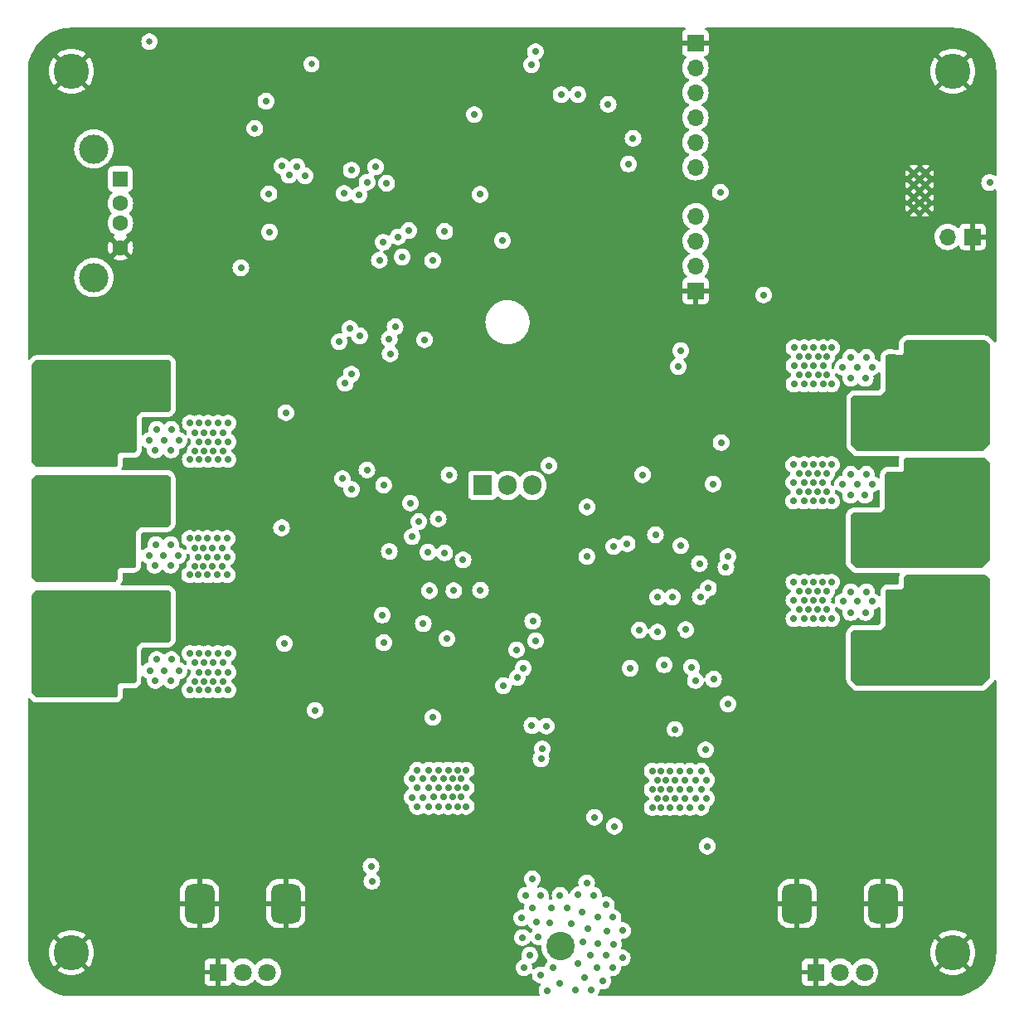
<source format=gbr>
%TF.GenerationSoftware,KiCad,Pcbnew,7.0.1*%
%TF.CreationDate,2023-07-30T21:13:22+03:00*%
%TF.ProjectId,ESP32_dual_ESC,45535033-325f-4647-9561-6c5f4553432e,rev?*%
%TF.SameCoordinates,Original*%
%TF.FileFunction,Copper,L3,Inr*%
%TF.FilePolarity,Positive*%
%FSLAX46Y46*%
G04 Gerber Fmt 4.6, Leading zero omitted, Abs format (unit mm)*
G04 Created by KiCad (PCBNEW 7.0.1) date 2023-07-30 21:13:22*
%MOMM*%
%LPD*%
G01*
G04 APERTURE LIST*
G04 Aperture macros list*
%AMRoundRect*
0 Rectangle with rounded corners*
0 $1 Rounding radius*
0 $2 $3 $4 $5 $6 $7 $8 $9 X,Y pos of 4 corners*
0 Add a 4 corners polygon primitive as box body*
4,1,4,$2,$3,$4,$5,$6,$7,$8,$9,$2,$3,0*
0 Add four circle primitives for the rounded corners*
1,1,$1+$1,$2,$3*
1,1,$1+$1,$4,$5*
1,1,$1+$1,$6,$7*
1,1,$1+$1,$8,$9*
0 Add four rect primitives between the rounded corners*
20,1,$1+$1,$2,$3,$4,$5,0*
20,1,$1+$1,$4,$5,$6,$7,0*
20,1,$1+$1,$6,$7,$8,$9,0*
20,1,$1+$1,$8,$9,$2,$3,0*%
G04 Aperture macros list end*
%TA.AperFunction,ComponentPad*%
%ADD10R,1.700000X1.700000*%
%TD*%
%TA.AperFunction,ComponentPad*%
%ADD11O,1.700000X1.700000*%
%TD*%
%TA.AperFunction,ComponentPad*%
%ADD12R,1.905000X2.000000*%
%TD*%
%TA.AperFunction,ComponentPad*%
%ADD13O,1.905000X2.000000*%
%TD*%
%TA.AperFunction,ComponentPad*%
%ADD14C,2.900000*%
%TD*%
%TA.AperFunction,ComponentPad*%
%ADD15C,3.600000*%
%TD*%
%TA.AperFunction,ComponentPad*%
%ADD16R,1.800000X1.800000*%
%TD*%
%TA.AperFunction,ComponentPad*%
%ADD17C,1.800000*%
%TD*%
%TA.AperFunction,ComponentPad*%
%ADD18RoundRect,0.750000X0.750000X-1.250000X0.750000X1.250000X-0.750000X1.250000X-0.750000X-1.250000X0*%
%TD*%
%TA.AperFunction,ComponentPad*%
%ADD19R,1.500000X1.600000*%
%TD*%
%TA.AperFunction,ComponentPad*%
%ADD20C,1.600000*%
%TD*%
%TA.AperFunction,ComponentPad*%
%ADD21C,3.000000*%
%TD*%
%TA.AperFunction,ComponentPad*%
%ADD22C,0.700000*%
%TD*%
%TA.AperFunction,ViaPad*%
%ADD23C,0.700000*%
%TD*%
%TA.AperFunction,ViaPad*%
%ADD24C,0.650000*%
%TD*%
%TA.AperFunction,ViaPad*%
%ADD25C,3.000000*%
%TD*%
G04 APERTURE END LIST*
D10*
%TO.N,GND*%
%TO.C,J7*%
X118720000Y-52100000D03*
D11*
%TO.N,/MCU/RX*%
X118720000Y-54640000D03*
%TO.N,/MCU/TX*%
X118720000Y-57180000D03*
%TO.N,/MCU/RST*%
X118720000Y-59720000D03*
%TO.N,/MCU/DTR*%
X118720000Y-62260000D03*
%TO.N,+3V3*%
X118720000Y-64800000D03*
%TD*%
D12*
%TO.N,Net-(U8-ADJ)*%
%TO.C,U8*%
X96980000Y-97280000D03*
D13*
%TO.N,+15V*%
X99520000Y-97280000D03*
%TO.N,VCC*%
X102060000Y-97280000D03*
%TD*%
D14*
%TO.N,/ESC_V2/A1*%
%TO.C,J11*%
X144688621Y-87755000D03*
%TD*%
D15*
%TO.N,GND*%
%TO.C,H3*%
X145000000Y-145000000D03*
%TD*%
D10*
%TO.N,GND*%
%TO.C,J4*%
X147010000Y-71910000D03*
D11*
%TO.N,Net-(J4-Pin_2)*%
X144470000Y-71910000D03*
%TD*%
D10*
%TO.N,GND*%
%TO.C,J10*%
X118760000Y-77420000D03*
D11*
%TO.N,SCL*%
X118760000Y-74880000D03*
%TO.N,SDA*%
X118760000Y-72340000D03*
%TO.N,+3V3*%
X118760000Y-69800000D03*
%TD*%
D16*
%TO.N,GND*%
%TO.C,RV2*%
X131000000Y-147000000D03*
D17*
%TO.N,/MCU/GPIO_15*%
X133500000Y-147000000D03*
%TO.N,+3V3*%
X136000000Y-147000000D03*
D18*
%TO.N,GND*%
X129100000Y-140000000D03*
X137900000Y-140000000D03*
%TD*%
D15*
%TO.N,GND*%
%TO.C,H2*%
X145000000Y-55000000D03*
%TD*%
D19*
%TO.N,VBUS*%
%TO.C,J5*%
X60000000Y-66000000D03*
D20*
%TO.N,D-*%
X60000000Y-68500000D03*
%TO.N,D+*%
X60000000Y-70500000D03*
%TO.N,GND*%
X60000000Y-73000000D03*
D21*
%TO.N,unconnected-(J5-Shield-Pad5)*%
X57290000Y-62930000D03*
X57290000Y-76070000D03*
%TD*%
D22*
%TO.N,GND*%
%TO.C,U5*%
X141020000Y-65395000D03*
X141020000Y-66595000D03*
X141020000Y-67895000D03*
X141020000Y-68995000D03*
X142220000Y-65395000D03*
X142220000Y-66595000D03*
X142220000Y-67895000D03*
X142220000Y-68995000D03*
%TD*%
D16*
%TO.N,GND*%
%TO.C,RV1*%
X70000000Y-147000000D03*
D17*
%TO.N,/MCU/GPIO_16*%
X72500000Y-147000000D03*
%TO.N,+3V3*%
X75000000Y-147000000D03*
D18*
%TO.N,GND*%
X68100000Y-140000000D03*
X76900000Y-140000000D03*
%TD*%
D15*
%TO.N,GND*%
%TO.C,H1*%
X55000000Y-55000000D03*
%TD*%
D14*
%TO.N,/ESC_V1/A1*%
%TO.C,J1*%
X55258621Y-112205000D03*
%TD*%
%TO.N,/ESC_V1/B1*%
%TO.C,J2*%
X55258621Y-100205000D03*
%TD*%
%TO.N,/ESC_V2/B1*%
%TO.C,J12*%
X144640000Y-99700000D03*
%TD*%
%TO.N,/ESC_V2/C1*%
%TO.C,J13*%
X144670000Y-111690000D03*
%TD*%
D15*
%TO.N,GND*%
%TO.C,H4*%
X55000000Y-145000000D03*
%TD*%
D14*
%TO.N,VDC*%
%TO.C,J15*%
X104960000Y-144360000D03*
%TD*%
%TO.N,/ESC_V1/C1*%
%TO.C,J3*%
X55258621Y-88205000D03*
%TD*%
%TO.N,GND*%
%TO.C,J14*%
X94960000Y-144360000D03*
%TD*%
D23*
%TO.N,GND*%
X64855441Y-128683613D03*
X128638158Y-59090290D03*
X57904349Y-59529703D03*
D24*
X92940000Y-147080000D03*
D23*
X131780000Y-88630000D03*
D24*
X98300000Y-145020000D03*
D23*
X116550000Y-123280000D03*
X122809836Y-54796332D03*
X142894197Y-124847765D03*
X140981871Y-136846165D03*
X80834485Y-132694154D03*
X129940000Y-92320000D03*
X94110000Y-62030000D03*
D24*
X98670000Y-147500000D03*
D23*
X68868621Y-97355000D03*
X128525000Y-113505000D03*
X68710000Y-51990000D03*
X56651911Y-141168085D03*
D24*
X97290000Y-143990000D03*
D23*
X84550713Y-56762704D03*
X130834635Y-64726424D03*
X80547436Y-142716544D03*
X59610422Y-83136754D03*
X67212047Y-75312277D03*
X129920000Y-104260000D03*
X55703546Y-81043926D03*
X122667958Y-64847415D03*
X146705549Y-122857181D03*
X88867747Y-146983802D03*
X129410000Y-101520000D03*
X132230000Y-101520000D03*
X62192000Y-77864000D03*
X82813303Y-142578613D03*
X60984899Y-134637153D03*
X104270000Y-73100000D03*
X147057932Y-76737784D03*
X113890000Y-109690000D03*
X118853760Y-143107657D03*
X142230000Y-75560000D03*
X148470000Y-74400000D03*
X123082574Y-52971059D03*
X106240000Y-99260000D03*
X97048670Y-64579702D03*
X126841570Y-52670861D03*
X53073595Y-122976090D03*
X116973976Y-146946388D03*
X88240000Y-117770000D03*
X118817236Y-141168301D03*
X66824069Y-130937260D03*
D24*
X99400000Y-143800000D03*
X96520000Y-146000000D03*
D23*
X78660515Y-108821104D03*
X86810000Y-51390000D03*
X131760000Y-102440000D03*
X86580000Y-88440000D03*
X106040000Y-122040000D03*
X130310000Y-103340000D03*
X82960000Y-55210000D03*
X125410000Y-135010000D03*
X78715076Y-132815283D03*
D24*
X92080000Y-140440000D03*
D23*
X70668621Y-101045000D03*
X131780000Y-92320000D03*
X67993621Y-85600000D03*
X81260000Y-50890000D03*
X70728621Y-112795000D03*
X141047744Y-58829462D03*
X67928621Y-99175000D03*
X131265000Y-115325000D03*
X124974591Y-59066851D03*
X139064452Y-121097052D03*
X82727640Y-138825944D03*
X125129845Y-132930703D03*
X138773891Y-78885689D03*
X85029787Y-141099472D03*
X68503621Y-88340000D03*
X129040000Y-90500000D03*
X131775000Y-114425000D03*
X52563581Y-129147391D03*
X144936497Y-124925411D03*
X102290000Y-103890000D03*
X130330000Y-89580000D03*
X140543957Y-54881639D03*
X100500000Y-131520000D03*
X70733621Y-85600000D03*
D24*
X93100000Y-139400000D03*
D23*
X62787030Y-136893280D03*
X86926251Y-120979167D03*
X124824287Y-67048806D03*
X81058870Y-134715932D03*
X61061813Y-60698473D03*
X102660000Y-94200000D03*
X142893301Y-122872700D03*
X128886590Y-52860367D03*
X81034289Y-138611744D03*
D24*
X91810000Y-139070000D03*
D23*
X56707646Y-68677146D03*
X86780000Y-55560000D03*
X121940000Y-97260000D03*
X100947019Y-106785703D03*
X90130000Y-55380000D03*
D24*
X97650000Y-148710000D03*
D23*
X56931376Y-70206230D03*
X120925847Y-56621469D03*
X128819203Y-56698330D03*
X68503621Y-86520000D03*
X69768621Y-101045000D03*
D24*
X95650000Y-147400000D03*
D23*
X82550389Y-133138753D03*
X58839798Y-122570726D03*
X108980000Y-57220000D03*
X82350000Y-51730000D03*
X96840783Y-57098687D03*
D24*
X92640000Y-143850000D03*
D23*
X82950000Y-108760000D03*
X78953537Y-118877528D03*
X60897262Y-140616896D03*
X54100000Y-62100000D03*
X144787125Y-138686212D03*
X56800000Y-66700000D03*
D24*
X92140000Y-148210000D03*
D23*
X88210000Y-138990000D03*
X73870000Y-71280000D03*
X122975465Y-56959788D03*
X53746518Y-81220835D03*
X62926417Y-142615942D03*
D24*
X91290000Y-141400000D03*
D23*
X132851547Y-52960979D03*
X116770000Y-112480000D03*
X109150000Y-112990000D03*
X126656934Y-132617092D03*
X120130000Y-109190000D03*
X63970000Y-71006000D03*
X131250000Y-101520000D03*
X102100000Y-102290000D03*
X120853777Y-60966672D03*
X124849939Y-55012339D03*
X116626776Y-142620935D03*
X116895162Y-78849285D03*
X102890333Y-68670543D03*
X67458621Y-100095000D03*
X51164967Y-72648453D03*
X78340000Y-50900000D03*
X59008214Y-145031059D03*
X111125170Y-136819913D03*
X63518996Y-81208757D03*
X112938145Y-53161256D03*
X60250000Y-77970000D03*
X69438621Y-110025000D03*
X70728621Y-109105000D03*
D24*
X85290000Y-134660000D03*
D23*
X78961520Y-106669171D03*
X89400000Y-51340000D03*
X58893109Y-120676134D03*
X65250000Y-75260000D03*
X62552028Y-131110452D03*
X70733430Y-132852203D03*
X129990000Y-77630000D03*
D24*
X95470000Y-135810000D03*
D23*
X86680000Y-100340000D03*
D24*
X100030000Y-51730000D03*
D23*
X144562072Y-121165882D03*
X75146000Y-79642000D03*
X120535520Y-58789401D03*
X78602149Y-94826170D03*
X67523621Y-88340000D03*
X51969879Y-82972992D03*
X61759561Y-81066741D03*
X135056792Y-65149056D03*
X145861507Y-60863263D03*
X54256074Y-66403546D03*
X142820526Y-138905799D03*
X87100000Y-143770000D03*
X60545467Y-146632241D03*
X82656612Y-136946604D03*
X146682028Y-78574411D03*
X57006875Y-134916934D03*
X116664811Y-88830096D03*
X129935000Y-116245000D03*
X129040000Y-92320000D03*
X88859029Y-143148120D03*
X63114206Y-128845059D03*
X58959605Y-146739541D03*
X126988594Y-61064928D03*
X132783917Y-80595047D03*
X54775098Y-130859694D03*
X136960596Y-126914498D03*
X56912100Y-126916371D03*
X105780000Y-114810000D03*
X144710663Y-122773869D03*
X126932085Y-66799412D03*
X131760000Y-104260000D03*
X91560000Y-99950000D03*
X69768621Y-97355000D03*
X62712100Y-124856536D03*
X141046508Y-133015868D03*
X128510000Y-103340000D03*
X67523621Y-86520000D03*
X77630000Y-110940000D03*
X122575806Y-63041512D03*
X140684198Y-57146011D03*
X116719265Y-52671057D03*
X69378621Y-100095000D03*
X135058952Y-57059943D03*
X92900000Y-107840000D03*
X66530000Y-81150000D03*
X118681841Y-146690016D03*
X66750000Y-52010000D03*
X146757299Y-140706213D03*
D24*
X94890000Y-140690000D03*
D23*
X142880587Y-119055231D03*
X63970000Y-76848000D03*
X61324528Y-83115194D03*
X129035000Y-112555000D03*
X56586708Y-125040954D03*
X61057641Y-53024861D03*
X58770279Y-127038735D03*
X60740957Y-126749597D03*
X60888073Y-133105038D03*
X75572758Y-73795836D03*
X130835000Y-114425000D03*
X145095130Y-118903246D03*
X129020000Y-104260000D03*
X131059050Y-132956625D03*
X69443621Y-86520000D03*
X124834793Y-60860374D03*
X120697795Y-55024009D03*
X136903222Y-79047989D03*
X142728145Y-136921934D03*
X142603128Y-132994005D03*
X68868621Y-99175000D03*
X69438621Y-111845000D03*
X108280000Y-114880000D03*
X54824316Y-134879414D03*
X129425000Y-113505000D03*
X56974905Y-120635289D03*
X84692294Y-120849918D03*
X141112817Y-139068726D03*
X58863131Y-128788640D03*
X142839329Y-127156703D03*
X123060000Y-133480000D03*
X131052671Y-58825583D03*
X59520000Y-81410000D03*
X101087731Y-104859463D03*
X140954580Y-80849133D03*
D24*
X65880000Y-60870000D03*
D23*
X146787222Y-124914233D03*
X114824217Y-76628202D03*
X140923917Y-121049885D03*
X97410000Y-123850000D03*
X146984266Y-133035276D03*
X53357046Y-72449866D03*
X109010000Y-136330000D03*
X142841285Y-120952222D03*
X63970000Y-64402000D03*
X119034864Y-86916027D03*
X120795516Y-84701843D03*
X139105494Y-118653506D03*
X84849199Y-60957360D03*
X131078720Y-54968534D03*
X129035000Y-116245000D03*
X116770000Y-115520000D03*
X55010183Y-124585864D03*
X129940000Y-88630000D03*
X138796345Y-54882404D03*
X107081420Y-52589148D03*
X84380000Y-51410000D03*
X70668621Y-97355000D03*
X104637180Y-53010273D03*
X130325000Y-115325000D03*
X53720429Y-76948727D03*
X85900000Y-139040000D03*
X71238621Y-111845000D03*
X138684785Y-132739557D03*
X69443621Y-88340000D03*
X108660000Y-132650000D03*
X142710260Y-79097573D03*
X75197105Y-75814704D03*
X72352000Y-68466000D03*
D24*
X94800000Y-148760000D03*
D23*
X147128325Y-62975536D03*
X146786932Y-128799161D03*
X118557070Y-88660146D03*
X115150000Y-95000000D03*
X90125000Y-116720000D03*
X53942277Y-68257953D03*
X114792262Y-52710791D03*
X114735859Y-140723733D03*
X69828621Y-109105000D03*
X126812236Y-55023604D03*
X100643479Y-108978465D03*
X124290000Y-72960000D03*
X81990000Y-144650000D03*
X91750000Y-51200000D03*
X128916900Y-65011947D03*
X67458621Y-98275000D03*
X130325000Y-113505000D03*
X53359435Y-70742016D03*
X60647392Y-124735175D03*
X138958405Y-52788288D03*
D24*
X90650000Y-147020000D03*
D23*
X140795312Y-118690382D03*
X82810731Y-120713413D03*
X68492047Y-81202277D03*
X82757770Y-134655170D03*
X124594525Y-62573584D03*
X53106108Y-126749732D03*
X54920189Y-120840146D03*
X132245000Y-113505000D03*
X85410000Y-145360000D03*
X103250000Y-102990000D03*
X142150000Y-76690000D03*
X63716000Y-67450000D03*
D24*
X94040000Y-142110000D03*
D23*
X70785593Y-81226203D03*
X70343621Y-88340000D03*
X60795177Y-128761950D03*
X60799178Y-120712257D03*
X94590000Y-55440000D03*
X137064851Y-132614198D03*
X58330000Y-56600000D03*
X126804412Y-62680328D03*
X136652200Y-57019700D03*
X113119857Y-141058450D03*
X70338621Y-111845000D03*
X64850624Y-135123397D03*
X106740000Y-111340000D03*
X76992980Y-132746115D03*
D24*
X91040000Y-135930000D03*
D23*
X56652800Y-136834689D03*
X128903120Y-70631854D03*
X131780000Y-90500000D03*
X67993621Y-89290000D03*
X67988621Y-112795000D03*
X64658001Y-141041530D03*
X120970301Y-52854450D03*
X60646982Y-54999551D03*
X52841035Y-132858671D03*
X70668621Y-99175000D03*
X72880522Y-132619134D03*
X86531416Y-122976347D03*
X82976695Y-122712551D03*
X52966157Y-134931837D03*
X129935000Y-114425000D03*
X55983530Y-59442514D03*
X93110000Y-58090000D03*
D24*
X94210000Y-147530000D03*
D23*
X144744067Y-128805517D03*
X128899360Y-132866947D03*
X69833621Y-85600000D03*
X112873364Y-145121772D03*
X62797375Y-140777809D03*
X129020000Y-102440000D03*
X106885573Y-54735549D03*
X51852427Y-66544494D03*
X58776690Y-130898393D03*
X137052879Y-120658759D03*
X61123349Y-145108388D03*
X128626679Y-80890063D03*
X129040000Y-88630000D03*
X62793006Y-62949158D03*
X70278621Y-100095000D03*
X129920000Y-100570000D03*
X68933621Y-85600000D03*
X91930000Y-59620000D03*
X106960000Y-107350000D03*
X51600000Y-70600000D03*
D24*
X99440000Y-141740000D03*
D23*
X146981660Y-120657401D03*
X62658015Y-121167573D03*
X118600405Y-144641008D03*
X63516607Y-82916607D03*
X53092883Y-136824459D03*
X53452517Y-78807741D03*
X60968979Y-56909231D03*
X51694483Y-68031582D03*
X138735267Y-80775735D03*
X60843745Y-123051102D03*
X82750000Y-58220000D03*
X137128793Y-118943677D03*
X77800000Y-98460000D03*
X113044438Y-138709417D03*
X132230000Y-103340000D03*
X59033932Y-140660432D03*
X130840000Y-90500000D03*
X105840000Y-102150000D03*
D24*
X90460000Y-142540000D03*
D23*
X134890589Y-81041779D03*
D24*
X90160000Y-140720000D03*
D23*
X73559154Y-76101192D03*
D24*
X90450000Y-145180000D03*
D23*
X142998887Y-59054264D03*
X77880000Y-86730000D03*
X119510000Y-132890000D03*
X71243621Y-86520000D03*
X95212000Y-67704000D03*
X143731143Y-60784802D03*
X91400000Y-118030000D03*
X69812000Y-72022000D03*
X54705771Y-138833823D03*
X100780068Y-68685043D03*
X115081779Y-143012395D03*
X87100000Y-119020000D03*
X127104484Y-64578478D03*
X89350000Y-119550000D03*
D24*
X91620000Y-146570000D03*
D23*
X146965088Y-118671274D03*
X60785467Y-142827270D03*
X148760000Y-64020000D03*
X57700000Y-79100000D03*
X53947025Y-83065346D03*
X85016533Y-122665611D03*
X113330000Y-64100000D03*
X131270000Y-89580000D03*
X138943221Y-125099865D03*
X144602920Y-130928810D03*
X116637716Y-92730844D03*
X136598310Y-80690095D03*
X130835000Y-112555000D03*
X51337671Y-76842891D03*
X56578073Y-132950563D03*
X121680000Y-89520000D03*
X108310000Y-124730000D03*
X145040124Y-75009982D03*
X134918942Y-79085466D03*
X51800000Y-59700000D03*
X110592091Y-122628037D03*
X140614685Y-52604344D03*
X136962071Y-64950357D03*
X52959337Y-140895829D03*
X114400000Y-136400000D03*
X124691362Y-64774883D03*
X140711373Y-78917668D03*
X128530000Y-91400000D03*
X140969851Y-126966068D03*
X55083455Y-132942098D03*
X108837044Y-53075453D03*
D24*
X93050000Y-145860000D03*
D23*
X142665525Y-80908796D03*
X140727809Y-131148201D03*
X144684495Y-77040890D03*
X80923736Y-121007771D03*
X115093228Y-79016262D03*
X146709521Y-126952740D03*
X94573860Y-52757079D03*
X93037620Y-53163501D03*
X51790422Y-64226754D03*
X128914380Y-60768490D03*
X144771473Y-135113781D03*
X58633651Y-132867775D03*
X67993621Y-87420000D03*
X121710000Y-116140000D03*
X55476109Y-82841616D03*
X110860000Y-111230000D03*
X146659276Y-64880661D03*
X142682750Y-141144019D03*
X130840000Y-88630000D03*
X56931575Y-122640349D03*
X94782668Y-123007339D03*
X64591829Y-132854584D03*
X54931053Y-128923945D03*
X69828621Y-112795000D03*
X75850000Y-51630000D03*
X52876188Y-130956889D03*
X80679359Y-140616557D03*
X133084737Y-79161430D03*
X84530000Y-142620000D03*
X62703336Y-135055562D03*
X68933621Y-87420000D03*
X55583530Y-78742514D03*
X54079165Y-64446518D03*
X63023605Y-122911083D03*
X67518621Y-111845000D03*
X147200000Y-68960000D03*
X143093589Y-134626657D03*
X105870000Y-105310000D03*
X128683079Y-54760164D03*
X85110000Y-87570000D03*
X64893581Y-131111801D03*
X131270000Y-91400000D03*
X142931702Y-128899821D03*
X70728621Y-110925000D03*
X52990243Y-125027567D03*
X62914915Y-126966398D03*
X113930000Y-65990000D03*
X132909681Y-59097621D03*
X92020000Y-95340000D03*
X64630545Y-144888797D03*
X60846983Y-137079172D03*
X87180000Y-116540000D03*
X80795536Y-80821130D03*
X91270000Y-57150000D03*
X72640000Y-81540000D03*
X69833621Y-89290000D03*
X70574000Y-63894000D03*
X114923275Y-92977508D03*
X129430000Y-89580000D03*
X62926543Y-138761545D03*
X132888873Y-55044059D03*
X82250000Y-148300000D03*
X131775000Y-116245000D03*
X116825282Y-144781501D03*
X92572956Y-122616836D03*
X68438621Y-98275000D03*
D24*
X85270000Y-133300000D03*
D23*
X136819337Y-128787637D03*
X136538774Y-131001888D03*
D24*
X97470000Y-51730000D03*
D23*
X112674025Y-147162984D03*
X66774945Y-132714795D03*
X116704085Y-76855078D03*
X146683941Y-75044502D03*
D24*
X97830000Y-141470000D03*
D23*
X57081698Y-139005478D03*
X71178621Y-100095000D03*
X58861859Y-124985368D03*
X68774905Y-132781418D03*
X87280000Y-148820000D03*
X67928621Y-101045000D03*
X116550000Y-139640000D03*
X54810842Y-140629245D03*
X138865753Y-126663571D03*
X138688023Y-58808225D03*
X100000000Y-118720000D03*
X124797588Y-56789393D03*
X85024754Y-59140170D03*
X63050066Y-145014322D03*
X136536493Y-123110930D03*
X82820000Y-140700000D03*
X130310000Y-101520000D03*
X68498621Y-110025000D03*
X111070779Y-52719678D03*
X122890000Y-70630000D03*
X84650000Y-147770000D03*
X84380000Y-96520000D03*
X58961179Y-134740609D03*
X136979341Y-52994745D03*
X114410000Y-121290000D03*
X51400000Y-79000000D03*
X90920914Y-122899646D03*
X58791660Y-136603164D03*
X114884699Y-82825852D03*
D24*
X96300000Y-148700000D03*
D23*
X121730000Y-100310000D03*
X64986000Y-81166000D03*
X129920000Y-102440000D03*
X69833621Y-87420000D03*
X146929046Y-130731260D03*
X130884589Y-80883130D03*
X51400000Y-81200000D03*
X121220000Y-86490000D03*
X68933621Y-89290000D03*
X85150000Y-99520000D03*
X133114327Y-65026445D03*
X129410000Y-103340000D03*
D24*
X96440000Y-141050000D03*
D25*
X88530000Y-59480000D03*
D23*
X80545382Y-72611797D03*
X108460000Y-103150000D03*
X123020000Y-139310000D03*
X114546094Y-144766602D03*
D24*
X91050000Y-143880000D03*
D23*
X139123035Y-128657078D03*
X115310000Y-68120000D03*
X126550486Y-58584033D03*
X120794706Y-71119202D03*
D24*
X94660000Y-139410000D03*
D23*
X130820000Y-100570000D03*
D24*
X97440000Y-140100000D03*
D23*
X66680000Y-57980000D03*
X53351275Y-74537535D03*
D24*
X96070000Y-139660000D03*
X93480000Y-148760000D03*
D23*
X71238621Y-110025000D03*
X64692149Y-136675529D03*
X51713324Y-74824023D03*
X67988621Y-109105000D03*
X70733621Y-87420000D03*
X136985315Y-54763145D03*
X146895422Y-80621906D03*
X81078562Y-70860385D03*
X70343621Y-86520000D03*
X114858788Y-91144539D03*
X130820000Y-104260000D03*
X144922966Y-80629221D03*
X145129251Y-59132725D03*
X58559929Y-143113662D03*
X85280000Y-107900000D03*
X145014471Y-132976149D03*
X129430000Y-91400000D03*
X129035000Y-114425000D03*
X77410000Y-105410000D03*
X147051176Y-134975124D03*
X68498621Y-111845000D03*
X68928621Y-110925000D03*
D24*
X91900000Y-145180000D03*
D23*
X137027233Y-58827562D03*
X132644459Y-56728769D03*
D24*
X98760000Y-50824500D03*
D23*
X71243621Y-88340000D03*
X67518621Y-110025000D03*
X116575165Y-90715156D03*
X140970000Y-76800000D03*
X131775000Y-112555000D03*
D24*
X97930000Y-146430000D03*
D23*
X128525000Y-115325000D03*
X118997593Y-92616999D03*
X142210000Y-74640000D03*
X55013670Y-126857720D03*
X81021739Y-137081108D03*
X79600000Y-51150000D03*
X129425000Y-115325000D03*
X130835000Y-116245000D03*
X144858244Y-140926001D03*
X130535632Y-52935477D03*
X69828621Y-110925000D03*
D24*
X98960000Y-140310000D03*
X65920000Y-62390000D03*
D23*
X58792711Y-54658666D03*
X139040885Y-131090232D03*
X53852517Y-59507741D03*
D24*
X93680000Y-140510000D03*
D23*
X56756715Y-128930836D03*
X134981566Y-132713569D03*
X78540000Y-148770000D03*
X68438621Y-100095000D03*
X87060000Y-92890000D03*
X70840000Y-74620000D03*
X132250000Y-91400000D03*
X140694153Y-129102560D03*
X88670497Y-145062577D03*
X105680000Y-93670000D03*
X56709957Y-72342272D03*
X147060773Y-138572437D03*
X62706417Y-133112323D03*
X51700000Y-62500000D03*
X141780000Y-60560000D03*
X148420000Y-67910000D03*
X130844561Y-56675061D03*
X63395593Y-74946203D03*
X57557953Y-81357723D03*
X141220000Y-73210000D03*
X128578435Y-62974831D03*
X65200000Y-73570000D03*
X93670000Y-119110000D03*
X126970000Y-74940000D03*
X131250000Y-77940000D03*
X134734281Y-58937109D03*
X96560000Y-60960000D03*
X126639354Y-69084959D03*
X68928621Y-112795000D03*
X132250000Y-89580000D03*
X97220000Y-116720000D03*
X79870000Y-78750000D03*
X87050000Y-95370000D03*
D24*
X97160000Y-147460000D03*
D23*
X140593776Y-124794212D03*
X64667967Y-146852825D03*
X121015937Y-111031769D03*
X67988621Y-110925000D03*
X120840000Y-123690000D03*
X79420000Y-64630000D03*
X73190000Y-73690000D03*
X84040000Y-112100000D03*
X134884637Y-130656040D03*
X125860000Y-80010000D03*
X110850000Y-114640000D03*
X68928621Y-109105000D03*
X128510000Y-101520000D03*
X134781612Y-52835479D03*
D24*
X98310000Y-142810000D03*
D23*
X135018945Y-54831293D03*
X52831939Y-138931349D03*
X114618765Y-146804406D03*
X146956807Y-59039093D03*
X127084340Y-57034446D03*
X105770000Y-118650000D03*
X80090000Y-144670000D03*
X129935000Y-112555000D03*
X75087720Y-62896865D03*
X70733621Y-89290000D03*
X144798062Y-78575704D03*
X69378621Y-98275000D03*
X142795592Y-130746142D03*
X67020000Y-71940000D03*
X62806160Y-146751251D03*
X71082000Y-70498000D03*
X56728609Y-130657988D03*
X141069826Y-146676110D03*
X70338621Y-110025000D03*
X64616745Y-142750543D03*
X52714418Y-120752301D03*
X67162047Y-73622277D03*
X120561947Y-62594058D03*
X139083369Y-123149625D03*
X102430000Y-63110000D03*
X144805430Y-126823017D03*
X130840000Y-92320000D03*
X63345593Y-73256203D03*
X93029695Y-66675227D03*
X128530000Y-89580000D03*
X74602047Y-81592277D03*
X138895586Y-56804250D03*
X118926685Y-138990841D03*
X69768621Y-99175000D03*
X123026761Y-60752814D03*
X68868621Y-101045000D03*
X70278621Y-98275000D03*
X58973524Y-52698477D03*
X85290000Y-111300000D03*
D24*
X92790000Y-141360000D03*
D23*
X57612151Y-83063035D03*
X118635369Y-90682637D03*
X131265000Y-113505000D03*
X101030000Y-57320000D03*
X131760000Y-100570000D03*
X60092056Y-79457088D03*
X67928621Y-97355000D03*
X148480000Y-79370000D03*
X129940000Y-73600000D03*
X136873424Y-124864333D03*
X60531025Y-130712931D03*
X132245000Y-115325000D03*
X54594502Y-136804650D03*
X124720474Y-53130547D03*
X141045260Y-122626915D03*
D24*
X99380000Y-146050000D03*
D23*
X129940000Y-90500000D03*
X91410000Y-61950000D03*
X111980000Y-118520000D03*
X130820000Y-102440000D03*
X108470000Y-60230000D03*
X95590000Y-51010000D03*
X148430000Y-60890000D03*
X75660000Y-66350000D03*
X58954813Y-138837422D03*
X71178621Y-98275000D03*
X64848194Y-139153634D03*
X60773972Y-138906918D03*
X89570000Y-97530000D03*
X122875791Y-58959136D03*
X72606000Y-64402000D03*
X86680000Y-140430000D03*
X70828000Y-66942000D03*
X86910000Y-107000000D03*
D24*
X92000000Y-142550000D03*
D23*
X60956294Y-62849265D03*
X130330000Y-91400000D03*
X147034460Y-136579412D03*
X144931076Y-136813776D03*
X54589252Y-122629461D03*
D24*
X96550000Y-142510000D03*
D23*
X98834976Y-71015692D03*
X111580000Y-101380000D03*
X68660000Y-58010000D03*
X92765000Y-111365000D03*
X129020000Y-100570000D03*
X131250000Y-103340000D03*
X86910000Y-105050000D03*
%TO.N,+15V*%
X103750000Y-95270000D03*
X107630000Y-104550000D03*
X93560000Y-96210000D03*
X85180000Y-95720000D03*
X107640000Y-99500000D03*
%TO.N,/ESC_V1/A1*%
X58180000Y-113840000D03*
X54260000Y-118340000D03*
X56418621Y-109605000D03*
X59470000Y-117230000D03*
X60048621Y-108665000D03*
X54160000Y-108540000D03*
X52350000Y-111980000D03*
X63738621Y-110795000D03*
X76730000Y-113440000D03*
X58470000Y-110670000D03*
X51350000Y-112580000D03*
X57948621Y-117185000D03*
X59490000Y-113390000D03*
X57698621Y-111655000D03*
X55760000Y-118340000D03*
X52788621Y-113725000D03*
X51948621Y-109685000D03*
X59490000Y-111790000D03*
X53448621Y-109685000D03*
X56258621Y-115025000D03*
X62950000Y-109650000D03*
X51440000Y-108530000D03*
X53448621Y-117185000D03*
X53418621Y-114905000D03*
X51490000Y-118360000D03*
X58480000Y-112680000D03*
X92460000Y-100700000D03*
X55628621Y-116155000D03*
X62930000Y-111780000D03*
X54778621Y-114925000D03*
X59490000Y-114900000D03*
X56878621Y-113905000D03*
X57160000Y-108540000D03*
X51420000Y-116100000D03*
X51948621Y-117185000D03*
X62238621Y-110795000D03*
X58760000Y-118340000D03*
X55660000Y-108540000D03*
X59110000Y-109670000D03*
X56448621Y-117185000D03*
X58060000Y-115120000D03*
X60738621Y-110795000D03*
X54878621Y-109575000D03*
X61320000Y-111780000D03*
X52650000Y-110670000D03*
X51420000Y-110670000D03*
X54948621Y-117185000D03*
X61450000Y-109650000D03*
X57948621Y-109685000D03*
X52660000Y-108540000D03*
X58660000Y-108540000D03*
X57260000Y-118340000D03*
X51430000Y-113880000D03*
X58740000Y-116140000D03*
X52760000Y-118340000D03*
X57140000Y-116140000D03*
X52040000Y-114890000D03*
X52650000Y-116090000D03*
X54108621Y-116155000D03*
%TO.N,/ESC_V1/B1*%
X60707242Y-98990000D03*
X53417242Y-97880000D03*
X51388621Y-104295000D03*
X62207242Y-98990000D03*
X54128621Y-96735000D03*
X52318621Y-100175000D03*
X54228621Y-106535000D03*
X56417242Y-105380000D03*
X52628621Y-96735000D03*
X62898621Y-99975000D03*
X54158621Y-104295000D03*
X76460000Y-101620000D03*
X59458621Y-101585000D03*
X52618621Y-104285000D03*
X59458621Y-103095000D03*
X58028621Y-103315000D03*
X52808621Y-102105000D03*
X57228621Y-106535000D03*
X60188621Y-96855000D03*
X57108621Y-104335000D03*
X51917242Y-97880000D03*
X51458621Y-106555000D03*
X56388621Y-97835000D03*
X51917242Y-105380000D03*
X63707242Y-98990000D03*
X57917242Y-105380000D03*
X58728621Y-106535000D03*
X51318621Y-100775000D03*
X56388621Y-103315000D03*
X58438621Y-98865000D03*
X57917242Y-97880000D03*
X55628621Y-96735000D03*
X54728621Y-97835000D03*
X52728621Y-106535000D03*
X53468621Y-103205000D03*
X52618621Y-98865000D03*
X61418621Y-97845000D03*
X55678621Y-104345000D03*
X57128621Y-96735000D03*
X62918621Y-97845000D03*
X53417242Y-105380000D03*
X51388621Y-98865000D03*
X56938621Y-102335000D03*
X52008621Y-103085000D03*
X59458621Y-99985000D03*
X54917242Y-105380000D03*
X58448621Y-100875000D03*
X59438621Y-105425000D03*
X58148621Y-102035000D03*
X89770000Y-102530000D03*
X61288621Y-99975000D03*
X51408621Y-96725000D03*
X58708621Y-104335000D03*
X55728621Y-106535000D03*
X51398621Y-102075000D03*
X58628621Y-96735000D03*
X54968621Y-103265000D03*
X59078621Y-97865000D03*
%TO.N,/ESC_V1/C1*%
X53288621Y-91415000D03*
X53457242Y-93640000D03*
X51438621Y-90335000D03*
X52658621Y-92545000D03*
X52768621Y-94795000D03*
X54957242Y-93640000D03*
X54168621Y-84995000D03*
X59478621Y-93685000D03*
X62938621Y-88235000D03*
X52358621Y-88435000D03*
X51428621Y-92555000D03*
X61458621Y-86105000D03*
X76890000Y-89865000D03*
X59498621Y-89845000D03*
X90480000Y-100990000D03*
X57957242Y-86140000D03*
X55668621Y-84995000D03*
X58188621Y-90295000D03*
X56457242Y-93640000D03*
X51498621Y-94815000D03*
X57957242Y-93640000D03*
X63747242Y-87250000D03*
X52668621Y-84995000D03*
X58488621Y-89135000D03*
X58478621Y-87125000D03*
X52048621Y-91345000D03*
X51957242Y-93640000D03*
X57758621Y-88245000D03*
X58748621Y-92595000D03*
X52648621Y-90105000D03*
X51448621Y-84985000D03*
X59498621Y-88245000D03*
X61328621Y-88235000D03*
X58068621Y-91575000D03*
X54898621Y-91465000D03*
X62247242Y-87250000D03*
X62958621Y-86105000D03*
X56308621Y-91445000D03*
X58768621Y-94795000D03*
X57078621Y-90725000D03*
X55768621Y-94795000D03*
X54108621Y-92535000D03*
X52658621Y-87125000D03*
X55648621Y-92595000D03*
X58668621Y-84995000D03*
X57168621Y-84995000D03*
X53418621Y-85995000D03*
X60747242Y-87250000D03*
X57268621Y-94795000D03*
X54268621Y-94795000D03*
X59498621Y-91355000D03*
X57148621Y-92595000D03*
X51428621Y-87125000D03*
X60198621Y-85165000D03*
X56568621Y-85955000D03*
X51358621Y-89035000D03*
X51957242Y-86140000D03*
X59118621Y-86125000D03*
%TO.N,+3V3*%
X121260000Y-67340000D03*
X91890000Y-121000000D03*
X118320000Y-115850000D03*
X96130000Y-59440000D03*
X119920000Y-134130000D03*
X119760000Y-124290000D03*
X116640000Y-122210000D03*
X73730000Y-60830000D03*
X125700000Y-77840000D03*
X72310000Y-75070000D03*
D24*
%TO.N,/MCU/ESP_EN*%
X62960000Y-51980000D03*
D23*
X109810000Y-58380000D03*
D24*
X79510000Y-54280000D03*
D23*
%TO.N,/MCU/ESP_BOOT*%
X96710000Y-67580000D03*
X112350000Y-61850000D03*
X74860000Y-58060000D03*
%TO.N,/ESC_V2/A1*%
X147118621Y-90755000D03*
X141288621Y-88745000D03*
X142608621Y-92885000D03*
X141820000Y-84240000D03*
X144820000Y-91740000D03*
X117200000Y-103460000D03*
X140278621Y-86525000D03*
X142018621Y-89635000D03*
X120540000Y-97140000D03*
X144238621Y-90755000D03*
X148348621Y-85325000D03*
X142508621Y-83085000D03*
X144108621Y-92885000D03*
X143320000Y-91740000D03*
X141108621Y-92885000D03*
X147728621Y-86535000D03*
X146320000Y-91740000D03*
X136838621Y-89645000D03*
X141008621Y-83085000D03*
X145608621Y-92885000D03*
X139030000Y-90630000D03*
X141588621Y-87585000D03*
X141820000Y-91740000D03*
X140278621Y-89635000D03*
X140658621Y-91755000D03*
X138318621Y-91775000D03*
X147108621Y-92885000D03*
X148338621Y-87545000D03*
X140278621Y-88035000D03*
X146320000Y-84240000D03*
X147820000Y-84240000D03*
X136030000Y-90630000D03*
X145578621Y-90755000D03*
X145508621Y-83085000D03*
X147008621Y-83085000D03*
X137530000Y-90630000D03*
X144008621Y-83085000D03*
X138448621Y-89645000D03*
X141028621Y-85285000D03*
X148418621Y-88845000D03*
X136818621Y-91775000D03*
X141298621Y-90755000D03*
X144820000Y-84240000D03*
X148348621Y-90755000D03*
X147820000Y-91740000D03*
X147118621Y-85335000D03*
X148278621Y-83065000D03*
X147418621Y-89445000D03*
X148328621Y-92895000D03*
X143320000Y-84240000D03*
X142628621Y-85285000D03*
X140298621Y-84195000D03*
X142628621Y-90755000D03*
X141708621Y-86305000D03*
%TO.N,/ESC_V2/B1*%
X146271379Y-103735000D03*
X141240000Y-100740000D03*
X143271379Y-96235000D03*
X148230000Y-95060000D03*
X142460000Y-95080000D03*
X148300000Y-102750000D03*
X147680000Y-98530000D03*
X148300000Y-97320000D03*
X138400000Y-101640000D03*
X142580000Y-102750000D03*
X140980000Y-97280000D03*
X148290000Y-99540000D03*
X141771379Y-103735000D03*
X148280000Y-104890000D03*
X141660000Y-98300000D03*
X140230000Y-98520000D03*
X137481379Y-102625000D03*
X147070000Y-97330000D03*
X145460000Y-95080000D03*
X140230000Y-100030000D03*
X146271379Y-96235000D03*
X141250000Y-102750000D03*
X143960000Y-95080000D03*
X145560000Y-104880000D03*
X145530000Y-102750000D03*
X144190000Y-102750000D03*
X140250000Y-96190000D03*
X141970000Y-101630000D03*
X135981379Y-102625000D03*
X136790000Y-101640000D03*
X147370000Y-101440000D03*
X142560000Y-104880000D03*
X144771379Y-103735000D03*
X147070000Y-102750000D03*
X143271379Y-103735000D03*
X147771379Y-103735000D03*
X121830000Y-105660000D03*
X148370000Y-100840000D03*
X147771379Y-96235000D03*
X141540000Y-99580000D03*
X141060000Y-104880000D03*
X141771379Y-96235000D03*
X119130000Y-105280000D03*
X140960000Y-95080000D03*
X140230000Y-101630000D03*
X144060000Y-104880000D03*
X138981379Y-102625000D03*
X144771379Y-96235000D03*
X136770000Y-103770000D03*
X146960000Y-95080000D03*
X142580000Y-97280000D03*
X147060000Y-104880000D03*
X138270000Y-103770000D03*
X140610000Y-103750000D03*
%TO.N,/ESC_V2/C1*%
X140270000Y-112000000D03*
X140270000Y-110490000D03*
X143311379Y-108205000D03*
X147000000Y-107050000D03*
X142010000Y-113600000D03*
X141020000Y-109250000D03*
X138310000Y-115740000D03*
X147811379Y-115705000D03*
X144100000Y-116850000D03*
X138440000Y-113610000D03*
X136810000Y-115740000D03*
X141700000Y-110270000D03*
X148340000Y-109290000D03*
X140270000Y-113600000D03*
X141000000Y-107050000D03*
X140290000Y-108160000D03*
X145570000Y-114720000D03*
X148320000Y-116860000D03*
X136830000Y-113610000D03*
X144811379Y-115705000D03*
X147811379Y-108205000D03*
X141290000Y-114720000D03*
X148340000Y-114720000D03*
X141100000Y-116850000D03*
X147100000Y-116850000D03*
X145500000Y-107050000D03*
X147410000Y-113410000D03*
X146311379Y-115705000D03*
X136021379Y-114595000D03*
X146311379Y-108205000D03*
X142600000Y-116850000D03*
X148330000Y-111510000D03*
X141580000Y-111550000D03*
X140650000Y-115720000D03*
X143311379Y-115705000D03*
X139021379Y-114595000D03*
X141811379Y-115705000D03*
X142620000Y-114720000D03*
X147110000Y-109300000D03*
X145600000Y-116850000D03*
X144230000Y-114720000D03*
X147110000Y-114720000D03*
X148410000Y-112810000D03*
X142620000Y-109250000D03*
X141811379Y-108205000D03*
X141280000Y-112710000D03*
X144811379Y-108205000D03*
X148270000Y-107030000D03*
X147720000Y-110500000D03*
X144000000Y-107050000D03*
X137521379Y-114595000D03*
X142500000Y-107050000D03*
%TO.N,+5V*%
X75230000Y-71430000D03*
X75170000Y-67510000D03*
%TO.N,SCL*%
X85690000Y-137710000D03*
X102110000Y-111160000D03*
X101970000Y-54340000D03*
X117230000Y-83540000D03*
X105000000Y-57390000D03*
X103480000Y-121870000D03*
%TO.N,SDA*%
X102020000Y-121810000D03*
X116960000Y-85150000D03*
X111900000Y-64470000D03*
X106710000Y-57370000D03*
X102390000Y-113150000D03*
X85600000Y-136200000D03*
X102380000Y-53000000D03*
%TO.N,ESC2_VCC*%
X116150000Y-126460000D03*
X119300000Y-126440000D03*
X130270000Y-96080000D03*
X129290000Y-97950000D03*
X134580000Y-84220000D03*
X130285000Y-108085000D03*
X131720000Y-95180000D03*
X132140000Y-86010000D03*
X129815000Y-110905000D03*
X129815000Y-107185000D03*
X131750000Y-85060000D03*
X134568621Y-96165000D03*
X128760000Y-98900000D03*
X132620000Y-98900000D03*
X116150000Y-128360000D03*
X129290000Y-96080000D03*
X131240000Y-86010000D03*
X134593621Y-108155000D03*
X115720000Y-129280000D03*
X134548621Y-98295000D03*
X129305000Y-109955000D03*
X130810000Y-86960000D03*
X131720000Y-97000000D03*
X130285000Y-109955000D03*
X129830000Y-86960000D03*
X117130000Y-128360000D03*
X128775000Y-110905000D03*
X130270000Y-97950000D03*
X119860000Y-129260000D03*
X130780000Y-95180000D03*
X136073621Y-110285000D03*
X134560000Y-86350000D03*
X132650000Y-86960000D03*
X128790000Y-85060000D03*
X136190000Y-84220000D03*
X129305000Y-108085000D03*
X132140000Y-84140000D03*
X135260000Y-97150000D03*
X128790000Y-86960000D03*
X131210000Y-97950000D03*
X131210000Y-96080000D03*
X130300000Y-86010000D03*
X134573621Y-110285000D03*
X131735000Y-110905000D03*
X131225000Y-108085000D03*
X130780000Y-97000000D03*
X128760000Y-97000000D03*
X130810000Y-85060000D03*
X115210000Y-130180000D03*
X132125000Y-109955000D03*
X116660000Y-127410000D03*
X135271379Y-85205000D03*
X129830000Y-83240000D03*
X135285000Y-109140000D03*
X114310000Y-128360000D03*
X136785000Y-109140000D03*
X131720000Y-98900000D03*
X136760000Y-97150000D03*
X136060000Y-86350000D03*
X118170000Y-128360000D03*
X119300000Y-130160000D03*
X115210000Y-128360000D03*
X136203621Y-108155000D03*
X128790000Y-83240000D03*
X131750000Y-86960000D03*
X131750000Y-83240000D03*
X117130000Y-126460000D03*
X128775000Y-109005000D03*
X119300000Y-128340000D03*
X132635000Y-110905000D03*
X130795000Y-109005000D03*
X136048621Y-98295000D03*
X130795000Y-107185000D03*
X114310000Y-130180000D03*
X128775000Y-107185000D03*
X133771379Y-85205000D03*
X130300000Y-84140000D03*
X132620000Y-95180000D03*
X132125000Y-108085000D03*
X130795000Y-110905000D03*
X129320000Y-84140000D03*
X118170000Y-130180000D03*
X118770000Y-129260000D03*
X115720000Y-127410000D03*
X129800000Y-97000000D03*
X131735000Y-109005000D03*
X117640000Y-129280000D03*
X129800000Y-95180000D03*
X133785000Y-109140000D03*
X129830000Y-85060000D03*
X132110000Y-97950000D03*
X118170000Y-126460000D03*
X131735000Y-107185000D03*
X131240000Y-84140000D03*
X116150000Y-130180000D03*
X132650000Y-83240000D03*
X131225000Y-109955000D03*
X118770000Y-127390000D03*
X130810000Y-83240000D03*
X130780000Y-98900000D03*
X114310000Y-126460000D03*
X117640000Y-127410000D03*
X117130000Y-130180000D03*
X129320000Y-86010000D03*
X136771379Y-85205000D03*
X119860000Y-127390000D03*
X133760000Y-97150000D03*
X132635000Y-107185000D03*
X114820000Y-129280000D03*
X128760000Y-95180000D03*
X116660000Y-129280000D03*
X136178621Y-96165000D03*
X115210000Y-126460000D03*
X114820000Y-127410000D03*
X129815000Y-109005000D03*
X132110000Y-96080000D03*
X129800000Y-98900000D03*
%TO.N,Net-(U1D-+)*%
X91570000Y-108050000D03*
X93115000Y-104185000D03*
%TO.N,Net-(U1C-+)*%
X94050000Y-108040000D03*
X94995000Y-104905000D03*
%TO.N,/ESC_V2/LO1*%
X121340000Y-92920000D03*
X114640000Y-102330000D03*
%TO.N,Net-(U10D-+)*%
X114840000Y-108700000D03*
X114830000Y-112280000D03*
%TO.N,Net-(U10C-+)*%
X116390000Y-108700000D03*
X117710000Y-112030000D03*
%TO.N,/ESC_V2/LO2*%
X122020000Y-104560000D03*
X110370000Y-103550000D03*
%TO.N,/ESC_V2/LO3*%
X111750000Y-103240000D03*
X120045000Y-107785000D03*
%TO.N,VDC*%
X107230000Y-143930000D03*
X108060000Y-148830000D03*
X110310000Y-141410000D03*
X104040000Y-140420000D03*
X108700000Y-146510000D03*
X100990000Y-141480000D03*
X107370000Y-147530000D03*
X106730000Y-146120000D03*
X102450000Y-141850000D03*
X108790000Y-144090000D03*
X102690000Y-143380000D03*
X106010000Y-142060000D03*
X104900000Y-139160000D03*
X103860000Y-141990000D03*
X109560000Y-145250000D03*
X104860000Y-148180000D03*
X111310000Y-142760000D03*
X109650000Y-142830000D03*
X102920000Y-139190000D03*
X102880000Y-147260000D03*
X108760000Y-141370000D03*
X110250000Y-146550000D03*
X107620000Y-137860000D03*
X109270000Y-147910000D03*
X101210000Y-146540000D03*
X101060000Y-143460000D03*
X108310000Y-139160000D03*
X102060000Y-137480000D03*
X104170000Y-146530000D03*
X103560000Y-148870000D03*
X107750000Y-142550000D03*
X111260000Y-145540000D03*
X106760000Y-139120000D03*
X110340000Y-144130000D03*
X105590000Y-140460000D03*
X107960000Y-145290000D03*
X102060000Y-140450000D03*
X101370000Y-139150000D03*
X109620000Y-140110000D03*
X106510000Y-148790000D03*
X107150000Y-140870000D03*
X101790000Y-145260000D03*
%TO.N,Net-(U1A-+)*%
X91415000Y-104115000D03*
X90930000Y-111410000D03*
%TO.N,current*%
X87550000Y-83840000D03*
X102955000Y-125225000D03*
X108420000Y-131170000D03*
X86450000Y-74280000D03*
%TO.N,Net-(U10A-+)*%
X119212500Y-108670000D03*
X115510000Y-115620000D03*
%TO.N,ESC1_VCC*%
X63565000Y-93690000D03*
X63510000Y-105450000D03*
X70398621Y-105535000D03*
X90860000Y-127270000D03*
X68478621Y-105535000D03*
X67578621Y-105535000D03*
X62983621Y-92705000D03*
X70463621Y-91890000D03*
X68528621Y-117285000D03*
X62997242Y-116220000D03*
X68543621Y-93760000D03*
X69938621Y-118185000D03*
X70928621Y-104615000D03*
X69953621Y-94660000D03*
X92970000Y-127250000D03*
X63708621Y-115075000D03*
X67628621Y-115415000D03*
X70993621Y-92840000D03*
X69483621Y-91890000D03*
X68973621Y-94660000D03*
X67968621Y-104615000D03*
X70398621Y-103665000D03*
X93480000Y-126350000D03*
X70448621Y-115415000D03*
X63578621Y-117205000D03*
X93910000Y-129120000D03*
X70463621Y-93760000D03*
X68528621Y-115415000D03*
X68018621Y-116365000D03*
X70928621Y-106435000D03*
X70993621Y-90940000D03*
X69418621Y-105535000D03*
X68033621Y-94660000D03*
X68908621Y-104615000D03*
X69418621Y-103665000D03*
X64483621Y-92705000D03*
X69888621Y-106435000D03*
X67968621Y-102715000D03*
X94420000Y-126350000D03*
X90330000Y-126370000D03*
X65140000Y-103320000D03*
X91460000Y-126350000D03*
X67118621Y-118185000D03*
X69888621Y-102715000D03*
X90330000Y-128190000D03*
X69938621Y-116365000D03*
X69938621Y-114465000D03*
X69468621Y-115415000D03*
X92500000Y-126350000D03*
X62928621Y-104465000D03*
X93480000Y-128170000D03*
X91460000Y-130070000D03*
X69953621Y-92840000D03*
X67133621Y-94660000D03*
X65195000Y-91560000D03*
X68973621Y-90940000D03*
X91990000Y-129120000D03*
X68018621Y-114465000D03*
X90330000Y-130090000D03*
X68958621Y-116365000D03*
X93480000Y-130070000D03*
X65928621Y-104465000D03*
X63695000Y-91560000D03*
X91990000Y-127250000D03*
X94810000Y-127250000D03*
X70928621Y-102715000D03*
X67578621Y-103665000D03*
X94810000Y-129120000D03*
X89770000Y-129140000D03*
X65983621Y-92705000D03*
X70993621Y-94660000D03*
X90860000Y-129140000D03*
X68958621Y-114465000D03*
X70448621Y-117285000D03*
X68958621Y-118185000D03*
X95320000Y-128170000D03*
X67628621Y-117285000D03*
X64428621Y-104465000D03*
X68543621Y-91890000D03*
X68018621Y-118185000D03*
X68973621Y-92840000D03*
X69953621Y-90940000D03*
X94420000Y-130070000D03*
X65208621Y-115075000D03*
X68478621Y-103665000D03*
X92970000Y-129120000D03*
X70978621Y-114465000D03*
X64497242Y-116220000D03*
X65120000Y-105450000D03*
X92500000Y-130070000D03*
X89770000Y-127270000D03*
X95320000Y-130070000D03*
X91460000Y-128170000D03*
X67968621Y-106435000D03*
X67643621Y-93760000D03*
X67068621Y-102715000D03*
X67643621Y-91890000D03*
X68033621Y-90940000D03*
X69468621Y-117285000D03*
X63640000Y-103320000D03*
X67133621Y-90940000D03*
X95320000Y-126350000D03*
X65175000Y-93690000D03*
X68908621Y-102715000D03*
X68033621Y-92840000D03*
X70978621Y-116365000D03*
X67118621Y-114465000D03*
X93910000Y-127250000D03*
X65997242Y-116220000D03*
X94420000Y-128170000D03*
X69888621Y-104615000D03*
X92500000Y-128170000D03*
X67068621Y-106435000D03*
X68908621Y-106435000D03*
X69483621Y-93760000D03*
X70978621Y-118185000D03*
X65188621Y-117205000D03*
%TO.N,Net-(D22-K)*%
X148760000Y-66370000D03*
X99000000Y-72280000D03*
%TO.N,/MCU/GPIO_12*%
X96770000Y-107990000D03*
X89450000Y-71270000D03*
%TO.N,/MCU/GPIO_04*%
X76500000Y-64700000D03*
X82660000Y-96620000D03*
%TO.N,/MCU/GPIO_05*%
X83620000Y-97690000D03*
X77220000Y-65600000D03*
%TO.N,/MCU/GPIO_06*%
X78020000Y-64720000D03*
X82960000Y-86870000D03*
%TO.N,/MCU/GPIO_07*%
X78870000Y-65680000D03*
X83580000Y-85940000D03*
%TO.N,/MCU/GPIO_08*%
X82850000Y-67490000D03*
X86750000Y-110530000D03*
X82360000Y-82630000D03*
X93350000Y-112950000D03*
%TO.N,/MCU/GPIO_15*%
X86080000Y-64780000D03*
X122060000Y-119620000D03*
%TO.N,/MCU/GPIO_16*%
X85190000Y-66320000D03*
X86885000Y-97255000D03*
X87460000Y-104040000D03*
X79890000Y-120250000D03*
%TO.N,/MCU/GPIO_17*%
X84430000Y-82020000D03*
X84370000Y-67650000D03*
%TO.N,/MCU/GPIO_18*%
X83580000Y-65100000D03*
X83450000Y-81280000D03*
%TO.N,/MCU/GPIO_11*%
X99120000Y-117750000D03*
X88060000Y-81090000D03*
X120570000Y-117070000D03*
X88340000Y-71910000D03*
%TO.N,/MCU/GPIO_13*%
X86880000Y-113350000D03*
X88790000Y-73970000D03*
%TO.N,/MCU/GPIO_14*%
X100540000Y-116900000D03*
X91880000Y-74330000D03*
X91070000Y-82410000D03*
X118720000Y-117220000D03*
%TO.N,/MCU/GPIO_21*%
X101130000Y-115950000D03*
X112070000Y-115960000D03*
X93120000Y-71350000D03*
X100450000Y-114080000D03*
%TO.N,/MCU/GPIO_38*%
X89620000Y-99090000D03*
X87190000Y-66430000D03*
%TO.N,/MCU/GPIO_42*%
X113330000Y-96200000D03*
X113010000Y-112070000D03*
%TO.N,REF_2v5*%
X86850000Y-72470000D03*
X103100000Y-124190000D03*
X110452000Y-132100000D03*
X87460000Y-82340000D03*
%TD*%
%TA.AperFunction,Conductor*%
%TO.N,GND*%
G36*
X71738621Y-108995000D02*
G01*
X71738621Y-112695000D01*
X71168621Y-113265000D01*
X65728621Y-113265000D01*
X65636676Y-113173055D01*
X65645787Y-113127256D01*
X65655500Y-113028638D01*
X65655500Y-109446585D01*
X65708621Y-109390000D01*
X66827655Y-109384068D01*
X67031327Y-109134952D01*
X67028010Y-108706190D01*
X67188583Y-108545000D01*
X71288621Y-108545000D01*
X71738621Y-108995000D01*
G37*
%TD.AperFunction*%
%TD*%
%TA.AperFunction,Conductor*%
%TO.N,GND*%
G36*
X71743621Y-85490000D02*
G01*
X71743621Y-89190000D01*
X71173621Y-89760000D01*
X65733621Y-89760000D01*
X65635277Y-89661656D01*
X65644969Y-89629709D01*
X65654408Y-89582256D01*
X65664121Y-89483638D01*
X65664121Y-85937728D01*
X65713621Y-85885000D01*
X66832655Y-85879068D01*
X67036327Y-85629952D01*
X67033010Y-85201190D01*
X67193583Y-85040000D01*
X71293621Y-85040000D01*
X71743621Y-85490000D01*
G37*
%TD.AperFunction*%
%TD*%
%TA.AperFunction,Conductor*%
%TO.N,GND*%
G36*
X134133342Y-112183342D02*
G01*
X134123651Y-112215289D01*
X134114213Y-112262740D01*
X134104500Y-112361362D01*
X134104500Y-115907272D01*
X134055000Y-115960000D01*
X132935966Y-115965932D01*
X132732294Y-116215048D01*
X132735611Y-116643810D01*
X132575038Y-116805000D01*
X128475000Y-116805000D01*
X128025000Y-116355000D01*
X128025000Y-112655000D01*
X128595000Y-112085000D01*
X134035000Y-112085000D01*
X134133342Y-112183342D01*
G37*
%TD.AperFunction*%
%TD*%
%TA.AperFunction,Conductor*%
%TO.N,GND*%
G36*
X134131943Y-88251943D02*
G01*
X134122834Y-88297740D01*
X134113121Y-88396362D01*
X134113121Y-91978415D01*
X134060000Y-92035000D01*
X132940966Y-92040932D01*
X132737294Y-92290048D01*
X132740611Y-92718810D01*
X132580038Y-92880000D01*
X128480000Y-92880000D01*
X128030000Y-92430000D01*
X128030000Y-88730000D01*
X128600000Y-88160000D01*
X134040000Y-88160000D01*
X134131943Y-88251943D01*
G37*
%TD.AperFunction*%
%TD*%
%TA.AperFunction,Conductor*%
%TO.N,GND*%
G36*
X71678621Y-97245000D02*
G01*
X71678621Y-100945000D01*
X71108621Y-101515000D01*
X65668621Y-101515000D01*
X65585967Y-101432346D01*
X65604969Y-101369709D01*
X65614408Y-101322256D01*
X65624121Y-101223638D01*
X65624121Y-97666098D01*
X65648621Y-97640000D01*
X66767655Y-97634068D01*
X66971327Y-97384952D01*
X66968010Y-96956190D01*
X67128583Y-96795000D01*
X71228621Y-96795000D01*
X71678621Y-97245000D01*
G37*
%TD.AperFunction*%
%TD*%
%TA.AperFunction,Conductor*%
%TO.N,GND*%
G36*
X134102652Y-100182652D02*
G01*
X134083651Y-100245289D01*
X134074213Y-100292740D01*
X134064500Y-100391362D01*
X134064500Y-103948902D01*
X134040000Y-103975000D01*
X132920966Y-103980932D01*
X132717294Y-104230048D01*
X132720611Y-104658810D01*
X132560038Y-104820000D01*
X128460000Y-104820000D01*
X128010000Y-104370000D01*
X128010000Y-100670000D01*
X128580000Y-100100000D01*
X134020000Y-100100000D01*
X134102652Y-100182652D01*
G37*
%TD.AperFunction*%
%TD*%
%TA.AperFunction,Conductor*%
%TO.N,/ESC_V1/A1*%
G36*
X64926091Y-108019439D02*
G01*
X64966319Y-108046319D01*
X65113681Y-108193681D01*
X65140561Y-108233909D01*
X65150000Y-108281362D01*
X65150000Y-113028638D01*
X65140561Y-113076091D01*
X65113681Y-113116319D01*
X64916319Y-113313681D01*
X64876091Y-113340561D01*
X64828638Y-113350000D01*
X62099999Y-113350000D01*
X61640000Y-113809999D01*
X61640000Y-117260398D01*
X61632059Y-117304060D01*
X61609252Y-117342130D01*
X61501843Y-117464678D01*
X61459182Y-117496156D01*
X61407272Y-117506939D01*
X59895342Y-117490853D01*
X59895341Y-117490854D01*
X59750000Y-117679259D01*
X59750000Y-118669039D01*
X59741565Y-118713992D01*
X59717407Y-118752829D01*
X59573527Y-118909790D01*
X59532050Y-118939503D01*
X59482120Y-118950000D01*
X51461362Y-118950000D01*
X51413909Y-118940561D01*
X51373681Y-118913681D01*
X50986319Y-118526319D01*
X50959439Y-118486091D01*
X50950000Y-118438638D01*
X50950000Y-108531362D01*
X50959439Y-108483909D01*
X50986319Y-108443681D01*
X51383681Y-108046319D01*
X51423909Y-108019439D01*
X51471362Y-108010000D01*
X64878638Y-108010000D01*
X64926091Y-108019439D01*
G37*
%TD.AperFunction*%
%TD*%
%TA.AperFunction,Conductor*%
%TO.N,/ESC_V2/C1*%
G36*
X148346091Y-106449439D02*
G01*
X148386319Y-106476319D01*
X148773681Y-106863681D01*
X148800561Y-106903909D01*
X148810000Y-106951362D01*
X148810000Y-116858638D01*
X148800561Y-116906091D01*
X148773681Y-116946319D01*
X147986319Y-117733681D01*
X147946091Y-117760561D01*
X147898638Y-117770000D01*
X135271362Y-117770000D01*
X135223909Y-117760561D01*
X135183681Y-117733681D01*
X134646319Y-117196319D01*
X134619439Y-117156091D01*
X134610000Y-117108638D01*
X134610000Y-112361362D01*
X134619439Y-112313909D01*
X134646319Y-112273681D01*
X134843681Y-112076319D01*
X134883909Y-112049439D01*
X134931362Y-112040000D01*
X137660000Y-112040000D01*
X138120000Y-111580000D01*
X138120000Y-108129602D01*
X138127941Y-108085940D01*
X138150748Y-108047871D01*
X138258156Y-107925322D01*
X138300817Y-107893843D01*
X138352724Y-107883060D01*
X139864658Y-107899147D01*
X140010000Y-107710741D01*
X140010000Y-106720961D01*
X140018435Y-106676008D01*
X140042593Y-106637171D01*
X140186473Y-106480210D01*
X140227950Y-106450497D01*
X140277880Y-106440000D01*
X148298638Y-106440000D01*
X148346091Y-106449439D01*
G37*
%TD.AperFunction*%
%TD*%
%TA.AperFunction,Conductor*%
%TO.N,/ESC_V2/A1*%
G36*
X148354712Y-82484439D02*
G01*
X148394940Y-82511319D01*
X148782302Y-82898681D01*
X148809182Y-82938909D01*
X148818621Y-82986362D01*
X148818621Y-92893638D01*
X148809182Y-92941091D01*
X148782302Y-92981319D01*
X148004940Y-93758681D01*
X147964712Y-93785561D01*
X147917259Y-93795000D01*
X135269983Y-93795000D01*
X135222530Y-93785561D01*
X135182302Y-93758681D01*
X134654940Y-93231319D01*
X134628060Y-93191091D01*
X134618621Y-93143638D01*
X134618621Y-88396362D01*
X134628060Y-88348909D01*
X134654940Y-88308681D01*
X134852302Y-88111319D01*
X134892530Y-88084439D01*
X134939983Y-88075000D01*
X137668621Y-88075000D01*
X138128621Y-87615000D01*
X138128621Y-84164602D01*
X138136562Y-84120940D01*
X138159369Y-84082871D01*
X138266777Y-83960322D01*
X138309438Y-83928843D01*
X138361345Y-83918060D01*
X139873279Y-83934147D01*
X140018621Y-83745741D01*
X140018621Y-82755961D01*
X140027056Y-82711008D01*
X140051214Y-82672171D01*
X140195094Y-82515210D01*
X140236571Y-82485497D01*
X140286501Y-82475000D01*
X148307259Y-82475000D01*
X148354712Y-82484439D01*
G37*
%TD.AperFunction*%
%TD*%
%TA.AperFunction,Conductor*%
%TO.N,GND*%
G36*
X100050000Y-140630000D02*
G01*
X100050000Y-146980000D01*
X97750000Y-149280000D01*
X92200000Y-149280000D01*
X90160000Y-147240000D01*
X90160000Y-140720000D01*
X91810000Y-139070000D01*
X98490000Y-139070000D01*
X100050000Y-140630000D01*
G37*
%TD.AperFunction*%
%TD*%
%TA.AperFunction,Conductor*%
%TO.N,/ESC_V2/B1*%
G36*
X148306091Y-94479439D02*
G01*
X148346319Y-94506319D01*
X148733681Y-94893681D01*
X148760561Y-94933909D01*
X148770000Y-94981362D01*
X148770000Y-104888638D01*
X148760561Y-104936091D01*
X148733681Y-104976319D01*
X148036319Y-105673681D01*
X147996091Y-105700561D01*
X147948638Y-105710000D01*
X135141362Y-105710000D01*
X135093909Y-105700561D01*
X135053681Y-105673681D01*
X134606319Y-105226319D01*
X134579439Y-105186091D01*
X134570000Y-105138638D01*
X134570000Y-100391362D01*
X134579439Y-100343909D01*
X134606319Y-100303681D01*
X134803681Y-100106319D01*
X134843909Y-100079439D01*
X134891362Y-100070000D01*
X137620000Y-100070000D01*
X138080000Y-99610000D01*
X138080000Y-96159602D01*
X138087941Y-96115940D01*
X138110748Y-96077871D01*
X138218156Y-95955322D01*
X138260817Y-95923843D01*
X138312724Y-95913060D01*
X139824658Y-95929147D01*
X139970000Y-95740741D01*
X139970000Y-94750961D01*
X139978435Y-94706008D01*
X140002593Y-94667171D01*
X140146473Y-94510210D01*
X140187950Y-94480497D01*
X140237880Y-94470000D01*
X148258638Y-94470000D01*
X148306091Y-94479439D01*
G37*
%TD.AperFunction*%
%TD*%
%TA.AperFunction,Conductor*%
%TO.N,GND*%
G36*
X117692926Y-50569238D02*
G01*
X117738660Y-50619789D01*
X117750764Y-50686874D01*
X117725579Y-50750220D01*
X117670716Y-50790682D01*
X117627911Y-50806647D01*
X117512811Y-50892811D01*
X117426647Y-51007910D01*
X117376402Y-51142624D01*
X117370000Y-51202176D01*
X117370000Y-51850000D01*
X120070000Y-51850000D01*
X120070000Y-51202176D01*
X120063597Y-51142624D01*
X120013352Y-51007910D01*
X119927188Y-50892811D01*
X119812088Y-50806647D01*
X119769284Y-50790682D01*
X119714421Y-50750220D01*
X119689236Y-50686874D01*
X119701340Y-50619789D01*
X119747074Y-50569238D01*
X119812617Y-50550500D01*
X144933157Y-50550500D01*
X144997294Y-50550500D01*
X145002702Y-50550617D01*
X145382412Y-50567196D01*
X145393149Y-50568136D01*
X145767281Y-50617391D01*
X145777923Y-50619267D01*
X146146337Y-50700942D01*
X146156774Y-50703739D01*
X146516665Y-50817213D01*
X146526808Y-50820904D01*
X146875447Y-50965316D01*
X146885239Y-50969882D01*
X146958290Y-51007910D01*
X147219942Y-51144117D01*
X147229309Y-51149524D01*
X147404538Y-51261158D01*
X147547565Y-51352276D01*
X147556426Y-51358481D01*
X147855789Y-51588190D01*
X147864070Y-51595139D01*
X148142279Y-51850071D01*
X148149928Y-51857720D01*
X148404860Y-52135929D01*
X148411810Y-52144212D01*
X148500188Y-52259388D01*
X148641518Y-52443573D01*
X148647723Y-52452434D01*
X148850474Y-52770689D01*
X148855882Y-52780057D01*
X149030114Y-53114754D01*
X149034686Y-53124558D01*
X149179089Y-53473176D01*
X149182789Y-53483342D01*
X149296258Y-53843220D01*
X149299058Y-53853669D01*
X149380731Y-54222073D01*
X149382609Y-54232726D01*
X149431861Y-54606831D01*
X149432804Y-54617607D01*
X149449382Y-54997297D01*
X149449500Y-55002706D01*
X149449500Y-65576311D01*
X149431227Y-65641101D01*
X149381794Y-65686796D01*
X149315770Y-65699929D01*
X149252614Y-65676629D01*
X149187592Y-65629387D01*
X149024264Y-65556669D01*
X148849393Y-65519500D01*
X148849391Y-65519500D01*
X148670609Y-65519500D01*
X148670607Y-65519500D01*
X148495735Y-65556669D01*
X148332408Y-65629387D01*
X148187768Y-65734474D01*
X148068140Y-65867334D01*
X147978749Y-66022164D01*
X147923503Y-66192195D01*
X147917704Y-66247369D01*
X147904815Y-66370000D01*
X147910134Y-66420610D01*
X147923503Y-66547804D01*
X147978749Y-66717835D01*
X148068140Y-66872665D01*
X148187771Y-67005527D01*
X148332403Y-67110610D01*
X148332406Y-67110611D01*
X148332407Y-67110612D01*
X148403277Y-67142165D01*
X148495735Y-67183330D01*
X148670607Y-67220500D01*
X148670609Y-67220500D01*
X148849391Y-67220500D01*
X148849393Y-67220500D01*
X149024264Y-67183330D01*
X149024265Y-67183329D01*
X149024267Y-67183329D01*
X149187593Y-67110612D01*
X149252613Y-67063371D01*
X149315770Y-67040071D01*
X149381794Y-67053204D01*
X149431227Y-67098899D01*
X149449500Y-67163689D01*
X149449500Y-82578565D01*
X149433690Y-82639154D01*
X149390291Y-82684292D01*
X149330370Y-82702469D01*
X149269207Y-82689051D01*
X149222399Y-82647458D01*
X149202607Y-82617837D01*
X149139744Y-82541239D01*
X149139741Y-82541235D01*
X148752385Y-82153879D01*
X148720041Y-82127335D01*
X148675784Y-82091014D01*
X148635556Y-82064134D01*
X148614786Y-82053032D01*
X148548158Y-82017417D01*
X148453331Y-81988651D01*
X148405880Y-81979213D01*
X148307259Y-81969500D01*
X140286501Y-81969500D01*
X140275874Y-81970605D01*
X140182504Y-81980313D01*
X140132563Y-81990812D01*
X140033027Y-82022786D01*
X139972466Y-82057303D01*
X139942187Y-82074561D01*
X139939846Y-82076238D01*
X139900708Y-82104275D01*
X139822461Y-82173631D01*
X139678583Y-82330589D01*
X139621974Y-82405179D01*
X139597826Y-82444001D01*
X139555943Y-82527750D01*
X139530224Y-82617791D01*
X139521792Y-82662733D01*
X139513121Y-82755961D01*
X139513121Y-83299461D01*
X139496288Y-83361841D01*
X139450358Y-83407285D01*
X139387803Y-83423453D01*
X138366723Y-83412589D01*
X138366722Y-83412589D01*
X138258531Y-83423126D01*
X138206620Y-83433910D01*
X138103190Y-83467331D01*
X138009302Y-83522088D01*
X137966638Y-83553569D01*
X137886621Y-83627138D01*
X137779216Y-83749683D01*
X137725734Y-83823079D01*
X137702927Y-83861150D01*
X137663435Y-83942946D01*
X137639222Y-84030481D01*
X137631280Y-84074146D01*
X137628948Y-84099991D01*
X137624991Y-84143879D01*
X137623121Y-84164607D01*
X137623121Y-84556872D01*
X137609010Y-84614321D01*
X137569890Y-84658694D01*
X137514663Y-84679894D01*
X137455899Y-84673095D01*
X137406972Y-84639845D01*
X137343607Y-84569472D01*
X137198975Y-84464389D01*
X137109824Y-84424697D01*
X137068109Y-84394389D01*
X137042328Y-84349735D01*
X137036938Y-84298458D01*
X137045185Y-84220000D01*
X137026497Y-84042197D01*
X136976342Y-83887835D01*
X136971250Y-83872164D01*
X136881859Y-83717334D01*
X136762228Y-83584472D01*
X136617596Y-83479389D01*
X136454264Y-83406669D01*
X136279393Y-83369500D01*
X136279391Y-83369500D01*
X136100609Y-83369500D01*
X136100607Y-83369500D01*
X135925735Y-83406669D01*
X135762408Y-83479387D01*
X135617768Y-83584474D01*
X135498141Y-83717333D01*
X135492387Y-83727301D01*
X135447000Y-83772687D01*
X135385000Y-83789300D01*
X135323000Y-83772687D01*
X135277613Y-83727301D01*
X135271858Y-83717333D01*
X135152228Y-83584472D01*
X135007596Y-83479389D01*
X134844264Y-83406669D01*
X134669393Y-83369500D01*
X134669391Y-83369500D01*
X134490609Y-83369500D01*
X134490607Y-83369500D01*
X134315735Y-83406669D01*
X134152408Y-83479387D01*
X134007768Y-83584474D01*
X133888140Y-83717334D01*
X133798749Y-83872164D01*
X133743503Y-84042195D01*
X133724815Y-84220000D01*
X133726036Y-84231619D01*
X133717685Y-84291031D01*
X133682420Y-84339569D01*
X133628496Y-84365869D01*
X133507114Y-84391669D01*
X133343787Y-84464387D01*
X133199150Y-84569472D01*
X133082658Y-84698850D01*
X133043110Y-84725524D01*
X133044795Y-84733448D01*
X133028258Y-84791120D01*
X132990129Y-84857163D01*
X132934882Y-85027195D01*
X132916194Y-85205000D01*
X132923424Y-85273792D01*
X132914413Y-85334807D01*
X132877123Y-85383933D01*
X132820779Y-85409017D01*
X132759319Y-85403854D01*
X132724029Y-85380405D01*
X132722773Y-85382135D01*
X132712232Y-85374476D01*
X132712230Y-85374474D01*
X132639988Y-85321986D01*
X132599595Y-85272105D01*
X132589554Y-85208711D01*
X132605185Y-85060000D01*
X132592484Y-84939160D01*
X132602526Y-84875764D01*
X132642919Y-84825883D01*
X132712230Y-84775526D01*
X132828722Y-84646148D01*
X132868268Y-84619473D01*
X132866584Y-84611549D01*
X132883121Y-84553877D01*
X132921250Y-84487835D01*
X132933106Y-84451347D01*
X132976497Y-84317803D01*
X132995185Y-84140000D01*
X132992282Y-84112382D01*
X132997672Y-84061103D01*
X133023455Y-84016448D01*
X133065170Y-83986142D01*
X133077593Y-83980612D01*
X133222230Y-83875526D01*
X133341859Y-83742665D01*
X133431250Y-83587835D01*
X133486497Y-83417803D01*
X133505185Y-83240000D01*
X133486497Y-83062197D01*
X133437911Y-82912665D01*
X133431250Y-82892164D01*
X133341859Y-82737334D01*
X133234221Y-82617791D01*
X133222230Y-82604474D01*
X133222229Y-82604473D01*
X133222228Y-82604472D01*
X133077596Y-82499389D01*
X132914264Y-82426669D01*
X132739393Y-82389500D01*
X132739391Y-82389500D01*
X132560609Y-82389500D01*
X132560607Y-82389500D01*
X132385735Y-82426669D01*
X132250434Y-82486909D01*
X132199999Y-82497629D01*
X132149565Y-82486909D01*
X132071600Y-82452197D01*
X132014264Y-82426669D01*
X131839393Y-82389500D01*
X131839391Y-82389500D01*
X131660609Y-82389500D01*
X131660607Y-82389500D01*
X131485735Y-82426669D01*
X131330435Y-82495813D01*
X131280000Y-82506533D01*
X131229565Y-82495813D01*
X131074264Y-82426669D01*
X130899393Y-82389500D01*
X130899391Y-82389500D01*
X130720609Y-82389500D01*
X130720607Y-82389500D01*
X130545735Y-82426669D01*
X130370502Y-82504689D01*
X130369443Y-82502312D01*
X130344530Y-82513005D01*
X130293732Y-82512642D01*
X130270562Y-82502301D01*
X130269500Y-82504689D01*
X130094264Y-82426669D01*
X129919393Y-82389500D01*
X129919391Y-82389500D01*
X129740609Y-82389500D01*
X129740607Y-82389500D01*
X129565735Y-82426669D01*
X129402407Y-82499388D01*
X129382883Y-82513573D01*
X129335779Y-82534544D01*
X129284217Y-82534543D01*
X129237114Y-82513570D01*
X129217596Y-82499389D01*
X129054264Y-82426669D01*
X128879393Y-82389500D01*
X128879391Y-82389500D01*
X128700609Y-82389500D01*
X128700607Y-82389500D01*
X128525735Y-82426669D01*
X128362408Y-82499387D01*
X128217768Y-82604474D01*
X128098140Y-82737334D01*
X128008749Y-82892164D01*
X127953503Y-83062195D01*
X127934815Y-83239999D01*
X127953503Y-83417804D01*
X128008749Y-83587835D01*
X128098140Y-83742665D01*
X128217771Y-83875527D01*
X128362405Y-83980611D01*
X128393936Y-83994650D01*
X128435651Y-84024957D01*
X128461432Y-84069610D01*
X128466823Y-84120889D01*
X128464814Y-84139999D01*
X128468831Y-84178216D01*
X128463441Y-84229495D01*
X128437661Y-84274148D01*
X128395947Y-84304455D01*
X128362406Y-84319388D01*
X128217770Y-84424472D01*
X128098140Y-84557334D01*
X128008749Y-84712164D01*
X127953503Y-84882195D01*
X127934815Y-85059999D01*
X127953503Y-85237804D01*
X128008749Y-85407835D01*
X128098140Y-85562665D01*
X128217771Y-85695527D01*
X128362405Y-85800611D01*
X128398956Y-85816885D01*
X128440671Y-85847192D01*
X128466453Y-85891846D01*
X128471843Y-85943125D01*
X128464814Y-86009999D01*
X128471843Y-86076875D01*
X128466453Y-86128153D01*
X128440673Y-86172807D01*
X128398959Y-86203114D01*
X128362406Y-86219388D01*
X128217770Y-86324472D01*
X128098140Y-86457334D01*
X128008749Y-86612164D01*
X127953503Y-86782195D01*
X127934815Y-86959999D01*
X127953503Y-87137804D01*
X128008749Y-87307835D01*
X128098140Y-87462665D01*
X128217771Y-87595527D01*
X128362403Y-87700610D01*
X128362406Y-87700611D01*
X128362407Y-87700612D01*
X128471290Y-87749089D01*
X128525735Y-87773330D01*
X128700607Y-87810500D01*
X128700609Y-87810500D01*
X128879391Y-87810500D01*
X128879393Y-87810500D01*
X129054262Y-87773330D01*
X129054261Y-87773330D01*
X129054267Y-87773329D01*
X129217593Y-87700612D01*
X129237114Y-87686428D01*
X129284216Y-87665456D01*
X129335780Y-87665456D01*
X129382886Y-87686429D01*
X129402406Y-87700612D01*
X129565735Y-87773330D01*
X129740607Y-87810500D01*
X129740609Y-87810500D01*
X129919391Y-87810500D01*
X129919393Y-87810500D01*
X130094262Y-87773330D01*
X130094261Y-87773330D01*
X130094267Y-87773329D01*
X130257593Y-87700612D01*
X130257597Y-87700609D01*
X130269499Y-87695310D01*
X130270623Y-87697834D01*
X130293118Y-87687491D01*
X130345420Y-87687176D01*
X130369373Y-87697843D01*
X130370501Y-87695311D01*
X130382406Y-87700611D01*
X130382407Y-87700612D01*
X130468159Y-87738791D01*
X130545735Y-87773330D01*
X130720607Y-87810500D01*
X130720609Y-87810500D01*
X130899391Y-87810500D01*
X130899393Y-87810500D01*
X131074262Y-87773330D01*
X131074261Y-87773330D01*
X131074267Y-87773329D01*
X131229568Y-87704184D01*
X131279999Y-87693466D01*
X131330434Y-87704186D01*
X131485735Y-87773330D01*
X131660607Y-87810500D01*
X131660609Y-87810500D01*
X131839391Y-87810500D01*
X131839393Y-87810500D01*
X131955974Y-87785719D01*
X132014267Y-87773329D01*
X132149565Y-87713090D01*
X132200000Y-87702370D01*
X132250434Y-87713090D01*
X132385733Y-87773329D01*
X132560607Y-87810500D01*
X132560609Y-87810500D01*
X132739391Y-87810500D01*
X132739393Y-87810500D01*
X132914264Y-87773330D01*
X132914265Y-87773329D01*
X132914267Y-87773329D01*
X133077593Y-87700612D01*
X133090804Y-87691014D01*
X133127800Y-87664134D01*
X133222230Y-87595526D01*
X133341859Y-87462665D01*
X133431250Y-87307835D01*
X133486497Y-87137803D01*
X133505185Y-86960000D01*
X133486497Y-86782197D01*
X133431250Y-86612165D01*
X133431250Y-86612164D01*
X133341859Y-86457334D01*
X133222231Y-86324475D01*
X133171801Y-86287835D01*
X133077593Y-86219388D01*
X133060146Y-86211620D01*
X133018432Y-86181312D01*
X132992652Y-86136658D01*
X132987262Y-86085379D01*
X132988156Y-86076875D01*
X132995185Y-86010000D01*
X132987954Y-85941205D01*
X132996964Y-85880194D01*
X133034254Y-85831067D01*
X133090598Y-85805982D01*
X133152057Y-85811144D01*
X133187350Y-85834594D01*
X133188606Y-85832866D01*
X133343782Y-85945610D01*
X133343785Y-85945611D01*
X133343786Y-85945612D01*
X133383582Y-85963330D01*
X133507114Y-86018330D01*
X133625382Y-86043468D01*
X133679307Y-86069768D01*
X133714573Y-86118307D01*
X133722922Y-86177717D01*
X133711349Y-86287835D01*
X133704815Y-86349999D01*
X133723503Y-86527804D01*
X133778749Y-86697835D01*
X133868140Y-86852665D01*
X133987771Y-86985527D01*
X134132403Y-87090610D01*
X134295735Y-87163330D01*
X134470607Y-87200500D01*
X134470609Y-87200500D01*
X134649391Y-87200500D01*
X134649393Y-87200500D01*
X134824264Y-87163330D01*
X134824265Y-87163329D01*
X134824267Y-87163329D01*
X134987593Y-87090612D01*
X135132230Y-86985526D01*
X135217851Y-86890434D01*
X135275821Y-86854211D01*
X135344179Y-86854211D01*
X135402148Y-86890434D01*
X135464786Y-86960000D01*
X135487771Y-86985527D01*
X135632403Y-87090610D01*
X135795735Y-87163330D01*
X135970607Y-87200500D01*
X135970609Y-87200500D01*
X136149391Y-87200500D01*
X136149393Y-87200500D01*
X136324264Y-87163330D01*
X136324265Y-87163329D01*
X136324267Y-87163329D01*
X136487593Y-87090612D01*
X136632230Y-86985526D01*
X136751859Y-86852665D01*
X136841250Y-86697835D01*
X136896497Y-86527803D01*
X136915185Y-86350000D01*
X136896497Y-86172197D01*
X136896494Y-86172189D01*
X136895388Y-86161661D01*
X136903738Y-86102248D01*
X136939004Y-86053709D01*
X136992926Y-86027409D01*
X137035646Y-86018329D01*
X137198972Y-85945612D01*
X137343609Y-85840526D01*
X137388703Y-85790444D01*
X137406972Y-85770155D01*
X137455899Y-85736905D01*
X137514663Y-85730106D01*
X137569890Y-85751306D01*
X137609010Y-85795679D01*
X137623121Y-85853128D01*
X137623121Y-87354254D01*
X137613682Y-87401707D01*
X137586802Y-87441935D01*
X137495556Y-87533181D01*
X137455328Y-87560061D01*
X137407875Y-87569500D01*
X134939983Y-87569500D01*
X134841361Y-87579213D01*
X134793910Y-87588651D01*
X134699083Y-87617417D01*
X134611687Y-87664133D01*
X134603205Y-87669801D01*
X134576731Y-87687491D01*
X134571457Y-87691015D01*
X134494856Y-87753879D01*
X134297500Y-87951235D01*
X134234636Y-88027836D01*
X134207754Y-88068066D01*
X134161038Y-88155462D01*
X134132272Y-88250289D01*
X134131943Y-88251943D01*
X134040000Y-88160000D01*
X128600000Y-88160000D01*
X128030000Y-88730000D01*
X128030000Y-92430000D01*
X128480000Y-92880000D01*
X132580038Y-92880000D01*
X132740611Y-92718810D01*
X132737294Y-92290048D01*
X132940966Y-92040932D01*
X134060000Y-92035000D01*
X134113121Y-91978415D01*
X134113121Y-93143638D01*
X134122834Y-93242259D01*
X134132272Y-93289710D01*
X134161038Y-93384537D01*
X134161040Y-93384540D01*
X134207755Y-93471935D01*
X134234635Y-93512163D01*
X134270223Y-93555527D01*
X134297500Y-93588764D01*
X134824856Y-94116120D01*
X134824860Y-94116123D01*
X134901458Y-94178986D01*
X134941686Y-94205866D01*
X135029081Y-94252581D01*
X135029083Y-94252582D01*
X135123910Y-94281348D01*
X135155258Y-94287583D01*
X135171365Y-94290787D01*
X135269983Y-94300500D01*
X139417816Y-94300500D01*
X139478202Y-94316197D01*
X139523299Y-94359314D01*
X139541691Y-94418934D01*
X139528720Y-94479964D01*
X139507323Y-94522748D01*
X139481603Y-94612791D01*
X139473171Y-94657733D01*
X139464500Y-94750961D01*
X139464500Y-95294461D01*
X139447667Y-95356841D01*
X139401737Y-95402285D01*
X139339182Y-95418453D01*
X138318102Y-95407589D01*
X138318101Y-95407589D01*
X138209910Y-95418126D01*
X138157999Y-95428910D01*
X138054569Y-95462331D01*
X137960681Y-95517088D01*
X137918017Y-95548569D01*
X137838000Y-95622138D01*
X137730595Y-95744683D01*
X137677113Y-95818079D01*
X137654306Y-95856150D01*
X137614814Y-95937946D01*
X137590601Y-96025481D01*
X137582898Y-96067835D01*
X137582659Y-96069148D01*
X137575655Y-96146805D01*
X137574500Y-96159607D01*
X137574500Y-96460511D01*
X137560389Y-96517959D01*
X137521269Y-96562333D01*
X137466042Y-96583533D01*
X137407278Y-96576734D01*
X137358351Y-96543484D01*
X137353933Y-96538578D01*
X137332230Y-96514474D01*
X137279774Y-96476362D01*
X137187596Y-96409389D01*
X137098445Y-96369697D01*
X137056730Y-96339389D01*
X137030949Y-96294735D01*
X137025559Y-96243458D01*
X137033806Y-96165000D01*
X137015118Y-95987197D01*
X136979677Y-95878121D01*
X136959871Y-95817164D01*
X136870480Y-95662334D01*
X136750849Y-95529472D01*
X136606217Y-95424389D01*
X136442885Y-95351669D01*
X136268014Y-95314500D01*
X136268012Y-95314500D01*
X136089230Y-95314500D01*
X136089228Y-95314500D01*
X135914356Y-95351669D01*
X135751029Y-95424387D01*
X135606389Y-95529474D01*
X135486762Y-95662333D01*
X135481008Y-95672301D01*
X135435621Y-95717687D01*
X135373621Y-95734300D01*
X135311621Y-95717687D01*
X135266234Y-95672301D01*
X135260479Y-95662333D01*
X135140849Y-95529472D01*
X134996217Y-95424389D01*
X134832885Y-95351669D01*
X134658014Y-95314500D01*
X134658012Y-95314500D01*
X134479230Y-95314500D01*
X134479228Y-95314500D01*
X134304356Y-95351669D01*
X134141029Y-95424387D01*
X133996389Y-95529474D01*
X133876761Y-95662334D01*
X133787370Y-95817164D01*
X133732124Y-95987195D01*
X133713436Y-96165000D01*
X133714657Y-96176619D01*
X133706306Y-96236031D01*
X133671041Y-96284569D01*
X133617117Y-96310869D01*
X133495735Y-96336669D01*
X133332408Y-96409387D01*
X133187768Y-96514474D01*
X133068140Y-96647334D01*
X132978749Y-96802164D01*
X132923503Y-96972195D01*
X132904815Y-97150000D01*
X132913911Y-97236545D01*
X132904901Y-97297559D01*
X132867612Y-97346684D01*
X132811269Y-97371770D01*
X132749810Y-97366608D01*
X132698442Y-97332479D01*
X132682230Y-97314474D01*
X132609988Y-97261986D01*
X132569595Y-97212105D01*
X132559554Y-97148711D01*
X132575185Y-97000000D01*
X132562484Y-96879160D01*
X132572526Y-96815764D01*
X132612919Y-96765883D01*
X132682230Y-96715526D01*
X132801859Y-96582665D01*
X132891250Y-96427835D01*
X132946497Y-96257803D01*
X132965185Y-96080000D01*
X132962282Y-96052382D01*
X132967672Y-96001103D01*
X132993455Y-95956448D01*
X133035170Y-95926142D01*
X133047593Y-95920612D01*
X133192230Y-95815526D01*
X133311859Y-95682665D01*
X133401250Y-95527835D01*
X133456497Y-95357803D01*
X133475185Y-95180000D01*
X133456497Y-95002197D01*
X133413381Y-94869500D01*
X133401250Y-94832164D01*
X133311859Y-94677334D01*
X133192228Y-94544472D01*
X133047596Y-94439389D01*
X132884264Y-94366669D01*
X132709393Y-94329500D01*
X132709391Y-94329500D01*
X132530609Y-94329500D01*
X132530607Y-94329500D01*
X132355735Y-94366669D01*
X132220434Y-94426909D01*
X132169999Y-94437629D01*
X132119565Y-94426909D01*
X132059512Y-94400172D01*
X131984264Y-94366669D01*
X131809393Y-94329500D01*
X131809391Y-94329500D01*
X131630609Y-94329500D01*
X131630607Y-94329500D01*
X131455735Y-94366669D01*
X131300435Y-94435813D01*
X131250000Y-94446533D01*
X131199565Y-94435813D01*
X131044264Y-94366669D01*
X130869393Y-94329500D01*
X130869391Y-94329500D01*
X130690609Y-94329500D01*
X130690607Y-94329500D01*
X130515735Y-94366669D01*
X130340502Y-94444689D01*
X130339443Y-94442312D01*
X130314530Y-94453005D01*
X130263732Y-94452642D01*
X130240562Y-94442301D01*
X130239500Y-94444689D01*
X130064264Y-94366669D01*
X129889393Y-94329500D01*
X129889391Y-94329500D01*
X129710609Y-94329500D01*
X129710607Y-94329500D01*
X129535735Y-94366669D01*
X129372407Y-94439388D01*
X129352883Y-94453573D01*
X129305779Y-94474544D01*
X129254217Y-94474543D01*
X129207114Y-94453570D01*
X129187596Y-94439389D01*
X129024264Y-94366669D01*
X128849393Y-94329500D01*
X128849391Y-94329500D01*
X128670609Y-94329500D01*
X128670607Y-94329500D01*
X128495735Y-94366669D01*
X128332408Y-94439387D01*
X128187768Y-94544474D01*
X128068140Y-94677334D01*
X127978749Y-94832164D01*
X127923503Y-95002195D01*
X127904815Y-95179999D01*
X127923503Y-95357804D01*
X127978749Y-95527835D01*
X128068140Y-95682665D01*
X128187771Y-95815527D01*
X128332405Y-95920611D01*
X128363936Y-95934650D01*
X128405651Y-95964957D01*
X128431432Y-96009610D01*
X128436823Y-96060889D01*
X128434814Y-96079999D01*
X128438831Y-96118216D01*
X128433441Y-96169495D01*
X128407661Y-96214148D01*
X128365947Y-96244455D01*
X128332406Y-96259388D01*
X128187770Y-96364472D01*
X128068140Y-96497334D01*
X127978749Y-96652164D01*
X127923503Y-96822195D01*
X127910134Y-96949389D01*
X127904815Y-97000000D01*
X127911174Y-97060500D01*
X127923503Y-97177804D01*
X127978749Y-97347835D01*
X128068140Y-97502665D01*
X128187771Y-97635527D01*
X128332405Y-97740611D01*
X128368956Y-97756885D01*
X128410671Y-97787192D01*
X128436453Y-97831846D01*
X128441843Y-97883125D01*
X128434814Y-97950000D01*
X128441843Y-98016875D01*
X128436453Y-98068153D01*
X128410673Y-98112807D01*
X128368959Y-98143114D01*
X128332406Y-98159388D01*
X128187770Y-98264472D01*
X128068140Y-98397334D01*
X127978749Y-98552164D01*
X127923503Y-98722195D01*
X127917375Y-98780499D01*
X127904815Y-98900000D01*
X127908024Y-98930527D01*
X127923503Y-99077804D01*
X127978749Y-99247835D01*
X128068140Y-99402665D01*
X128187771Y-99535527D01*
X128332403Y-99640610D01*
X128332406Y-99640611D01*
X128332407Y-99640612D01*
X128415940Y-99677803D01*
X128495735Y-99713330D01*
X128670607Y-99750500D01*
X128670609Y-99750500D01*
X128849391Y-99750500D01*
X128849393Y-99750500D01*
X129024262Y-99713330D01*
X129024261Y-99713330D01*
X129024267Y-99713329D01*
X129187593Y-99640612D01*
X129207118Y-99626425D01*
X129254218Y-99605455D01*
X129305782Y-99605455D01*
X129352881Y-99626425D01*
X129372407Y-99640612D01*
X129535733Y-99713329D01*
X129535736Y-99713329D01*
X129535737Y-99713330D01*
X129710607Y-99750500D01*
X129710609Y-99750500D01*
X129889391Y-99750500D01*
X129889393Y-99750500D01*
X130064264Y-99713330D01*
X130064265Y-99713329D01*
X130064267Y-99713329D01*
X130219566Y-99644186D01*
X130239500Y-99635311D01*
X130240621Y-99637830D01*
X130263905Y-99627320D01*
X130316095Y-99627320D01*
X130339378Y-99637830D01*
X130340500Y-99635311D01*
X130515735Y-99713330D01*
X130690607Y-99750500D01*
X130690609Y-99750500D01*
X130869391Y-99750500D01*
X130869393Y-99750500D01*
X131044264Y-99713330D01*
X131044265Y-99713329D01*
X131044267Y-99713329D01*
X131199566Y-99644185D01*
X131250000Y-99633466D01*
X131300433Y-99644185D01*
X131375940Y-99677803D01*
X131455735Y-99713330D01*
X131630607Y-99750500D01*
X131630609Y-99750500D01*
X131809391Y-99750500D01*
X131809393Y-99750500D01*
X131926885Y-99725526D01*
X131984267Y-99713329D01*
X132119565Y-99653090D01*
X132170000Y-99642370D01*
X132220434Y-99653090D01*
X132355732Y-99713328D01*
X132355733Y-99713329D01*
X132530607Y-99750500D01*
X132530609Y-99750500D01*
X132709391Y-99750500D01*
X132709393Y-99750500D01*
X132884264Y-99713330D01*
X132884265Y-99713329D01*
X132884267Y-99713329D01*
X133047593Y-99640612D01*
X133192230Y-99535526D01*
X133311859Y-99402665D01*
X133401250Y-99247835D01*
X133456497Y-99077803D01*
X133475185Y-98900000D01*
X133456497Y-98722197D01*
X133427840Y-98634001D01*
X133401250Y-98552164D01*
X133311859Y-98397334D01*
X133192231Y-98264475D01*
X133192227Y-98264472D01*
X133047593Y-98159388D01*
X133044109Y-98157837D01*
X133030146Y-98151620D01*
X132988432Y-98121312D01*
X132962652Y-98076658D01*
X132957262Y-98025379D01*
X132958156Y-98016875D01*
X132965185Y-97950000D01*
X132956088Y-97863452D01*
X132965098Y-97802441D01*
X133002387Y-97753315D01*
X133058730Y-97728229D01*
X133120189Y-97733390D01*
X133171556Y-97767519D01*
X133187770Y-97785526D01*
X133235982Y-97820554D01*
X133332403Y-97890610D01*
X133495735Y-97963330D01*
X133614003Y-97988468D01*
X133667928Y-98014768D01*
X133703194Y-98063307D01*
X133711543Y-98122717D01*
X133693436Y-98295000D01*
X133696645Y-98325527D01*
X133712124Y-98472804D01*
X133767370Y-98642835D01*
X133856761Y-98797665D01*
X133976392Y-98930527D01*
X134121024Y-99035610D01*
X134284356Y-99108330D01*
X134459228Y-99145500D01*
X134459230Y-99145500D01*
X134638012Y-99145500D01*
X134638014Y-99145500D01*
X134812885Y-99108330D01*
X134812886Y-99108329D01*
X134812888Y-99108329D01*
X134976214Y-99035612D01*
X135120851Y-98930526D01*
X135206472Y-98835434D01*
X135264442Y-98799211D01*
X135332800Y-98799211D01*
X135390769Y-98835434D01*
X135476391Y-98930526D01*
X135476392Y-98930527D01*
X135621024Y-99035610D01*
X135784356Y-99108330D01*
X135959228Y-99145500D01*
X135959230Y-99145500D01*
X136138012Y-99145500D01*
X136138014Y-99145500D01*
X136312885Y-99108330D01*
X136312886Y-99108329D01*
X136312888Y-99108329D01*
X136476214Y-99035612D01*
X136620851Y-98930526D01*
X136740480Y-98797665D01*
X136829871Y-98642835D01*
X136885118Y-98472803D01*
X136903806Y-98295000D01*
X136885118Y-98117197D01*
X136885115Y-98117189D01*
X136884009Y-98106661D01*
X136892359Y-98047248D01*
X136927625Y-97998709D01*
X136981547Y-97972409D01*
X137024267Y-97963329D01*
X137187593Y-97890612D01*
X137187712Y-97890526D01*
X137218985Y-97867804D01*
X137332230Y-97785526D01*
X137358350Y-97756516D01*
X137407278Y-97723266D01*
X137466042Y-97716467D01*
X137521269Y-97737667D01*
X137560389Y-97782041D01*
X137574500Y-97839489D01*
X137574500Y-99349254D01*
X137565061Y-99396707D01*
X137538181Y-99436935D01*
X137446935Y-99528181D01*
X137406707Y-99555061D01*
X137359254Y-99564500D01*
X134891362Y-99564500D01*
X134792740Y-99574213D01*
X134745289Y-99583651D01*
X134650462Y-99612417D01*
X134563066Y-99659133D01*
X134563065Y-99659134D01*
X134535126Y-99677803D01*
X134522836Y-99686015D01*
X134446235Y-99748879D01*
X134248879Y-99946235D01*
X134186015Y-100022836D01*
X134159133Y-100063066D01*
X134112417Y-100150462D01*
X134102652Y-100182652D01*
X134020000Y-100100000D01*
X128580000Y-100100000D01*
X128010000Y-100670000D01*
X128010000Y-104370000D01*
X128460000Y-104820000D01*
X132560038Y-104820000D01*
X132720611Y-104658810D01*
X132717294Y-104230048D01*
X132920966Y-103980932D01*
X134040000Y-103975000D01*
X134064500Y-103948902D01*
X134064500Y-105138638D01*
X134074213Y-105237259D01*
X134083651Y-105284710D01*
X134112417Y-105379537D01*
X134143873Y-105438384D01*
X134159134Y-105466935D01*
X134186014Y-105507163D01*
X134224540Y-105554106D01*
X134248879Y-105583764D01*
X134696235Y-106031120D01*
X134696239Y-106031123D01*
X134772837Y-106093986D01*
X134813065Y-106120866D01*
X134891263Y-106162665D01*
X134900462Y-106167582D01*
X134995289Y-106196348D01*
X135026637Y-106202583D01*
X135042744Y-106205787D01*
X135141362Y-106215500D01*
X139486406Y-106215500D01*
X139549286Y-106232626D01*
X139594797Y-106279272D01*
X139610368Y-106342555D01*
X139591698Y-106404994D01*
X139589205Y-106409001D01*
X139547322Y-106492750D01*
X139521603Y-106582791D01*
X139513171Y-106627733D01*
X139504500Y-106720961D01*
X139504500Y-107264461D01*
X139487667Y-107326841D01*
X139441737Y-107372285D01*
X139379182Y-107388453D01*
X138358102Y-107377589D01*
X138358101Y-107377589D01*
X138249910Y-107388126D01*
X138197999Y-107398910D01*
X138094569Y-107432331D01*
X138000681Y-107487088D01*
X137958017Y-107518569D01*
X137878000Y-107592138D01*
X137770595Y-107714683D01*
X137717113Y-107788079D01*
X137694306Y-107826150D01*
X137654814Y-107907946D01*
X137630601Y-107995481D01*
X137622659Y-108039146D01*
X137622540Y-108040462D01*
X137618412Y-108086239D01*
X137614500Y-108129607D01*
X137614500Y-108467170D01*
X137600389Y-108524619D01*
X137561269Y-108568992D01*
X137506042Y-108590192D01*
X137447278Y-108583393D01*
X137398351Y-108550143D01*
X137389445Y-108540253D01*
X137357230Y-108504474D01*
X137305886Y-108467170D01*
X137212596Y-108399389D01*
X137123445Y-108359697D01*
X137081730Y-108329389D01*
X137055949Y-108284735D01*
X137050559Y-108233458D01*
X137058806Y-108155000D01*
X137040118Y-107977197D01*
X137002752Y-107862197D01*
X136984871Y-107807164D01*
X136895480Y-107652334D01*
X136775849Y-107519472D01*
X136631217Y-107414389D01*
X136467885Y-107341669D01*
X136293014Y-107304500D01*
X136293012Y-107304500D01*
X136114230Y-107304500D01*
X136114228Y-107304500D01*
X135939356Y-107341669D01*
X135776029Y-107414387D01*
X135631389Y-107519474D01*
X135511762Y-107652333D01*
X135506008Y-107662301D01*
X135460621Y-107707687D01*
X135398621Y-107724300D01*
X135336621Y-107707687D01*
X135291234Y-107662301D01*
X135285479Y-107652333D01*
X135165849Y-107519472D01*
X135021217Y-107414389D01*
X134857885Y-107341669D01*
X134683014Y-107304500D01*
X134683012Y-107304500D01*
X134504230Y-107304500D01*
X134504228Y-107304500D01*
X134329356Y-107341669D01*
X134166029Y-107414387D01*
X134021389Y-107519474D01*
X133901761Y-107652334D01*
X133812370Y-107807164D01*
X133757124Y-107977195D01*
X133738436Y-108155000D01*
X133739657Y-108166619D01*
X133731306Y-108226031D01*
X133696041Y-108274569D01*
X133642117Y-108300869D01*
X133520735Y-108326669D01*
X133357408Y-108399387D01*
X133212768Y-108504474D01*
X133093140Y-108637334D01*
X133003749Y-108792164D01*
X132948503Y-108962195D01*
X132948502Y-108962197D01*
X132948503Y-108962197D01*
X132929815Y-109140000D01*
X132938167Y-109219467D01*
X132942018Y-109256100D01*
X132933008Y-109317114D01*
X132895720Y-109366240D01*
X132839377Y-109391325D01*
X132777918Y-109386165D01*
X132726548Y-109352035D01*
X132697231Y-109319475D01*
X132694930Y-109317803D01*
X132624988Y-109266986D01*
X132584595Y-109217105D01*
X132574554Y-109153711D01*
X132590185Y-109005000D01*
X132577484Y-108884160D01*
X132587526Y-108820764D01*
X132627919Y-108770883D01*
X132697230Y-108720526D01*
X132816859Y-108587665D01*
X132906250Y-108432835D01*
X132961497Y-108262803D01*
X132980185Y-108085000D01*
X132977282Y-108057382D01*
X132982672Y-108006103D01*
X133008455Y-107961448D01*
X133050170Y-107931142D01*
X133062593Y-107925612D01*
X133207230Y-107820526D01*
X133326859Y-107687665D01*
X133416250Y-107532835D01*
X133471497Y-107362803D01*
X133490185Y-107185000D01*
X133471497Y-107007197D01*
X133416250Y-106837165D01*
X133416250Y-106837164D01*
X133326859Y-106682334D01*
X133207228Y-106549472D01*
X133062596Y-106444389D01*
X132899264Y-106371669D01*
X132724393Y-106334500D01*
X132724391Y-106334500D01*
X132545609Y-106334500D01*
X132545607Y-106334500D01*
X132370735Y-106371669D01*
X132235434Y-106431909D01*
X132184999Y-106442629D01*
X132134565Y-106431909D01*
X132064270Y-106400612D01*
X131999264Y-106371669D01*
X131824393Y-106334500D01*
X131824391Y-106334500D01*
X131645609Y-106334500D01*
X131645607Y-106334500D01*
X131470735Y-106371669D01*
X131315435Y-106440813D01*
X131265000Y-106451533D01*
X131214565Y-106440813D01*
X131059264Y-106371669D01*
X130884393Y-106334500D01*
X130884391Y-106334500D01*
X130705609Y-106334500D01*
X130705607Y-106334500D01*
X130530735Y-106371669D01*
X130355502Y-106449689D01*
X130354443Y-106447312D01*
X130329530Y-106458005D01*
X130278732Y-106457642D01*
X130255562Y-106447301D01*
X130254500Y-106449689D01*
X130079264Y-106371669D01*
X129904393Y-106334500D01*
X129904391Y-106334500D01*
X129725609Y-106334500D01*
X129725607Y-106334500D01*
X129550735Y-106371669D01*
X129387407Y-106444388D01*
X129367883Y-106458573D01*
X129320779Y-106479544D01*
X129269217Y-106479543D01*
X129222114Y-106458570D01*
X129202596Y-106444389D01*
X129039264Y-106371669D01*
X128864393Y-106334500D01*
X128864391Y-106334500D01*
X128685609Y-106334500D01*
X128685607Y-106334500D01*
X128510735Y-106371669D01*
X128347408Y-106444387D01*
X128202768Y-106549474D01*
X128083140Y-106682334D01*
X127993749Y-106837164D01*
X127938503Y-107007195D01*
X127919815Y-107185000D01*
X127938503Y-107362804D01*
X127993749Y-107532835D01*
X128083140Y-107687665D01*
X128202771Y-107820527D01*
X128347405Y-107925611D01*
X128378936Y-107939650D01*
X128420651Y-107969957D01*
X128446432Y-108014610D01*
X128451823Y-108065889D01*
X128449814Y-108084999D01*
X128453831Y-108123216D01*
X128448441Y-108174495D01*
X128422661Y-108219148D01*
X128380947Y-108249455D01*
X128347406Y-108264388D01*
X128202770Y-108369472D01*
X128083140Y-108502334D01*
X127993749Y-108657164D01*
X127938503Y-108827195D01*
X127919815Y-109005000D01*
X127938503Y-109182804D01*
X127993749Y-109352835D01*
X128083140Y-109507665D01*
X128202771Y-109640527D01*
X128347405Y-109745611D01*
X128383956Y-109761885D01*
X128425671Y-109792192D01*
X128451453Y-109836846D01*
X128456843Y-109888125D01*
X128449814Y-109954999D01*
X128456843Y-110021875D01*
X128451453Y-110073153D01*
X128425673Y-110117807D01*
X128383959Y-110148114D01*
X128347406Y-110164388D01*
X128202770Y-110269472D01*
X128083140Y-110402334D01*
X127993749Y-110557164D01*
X127938503Y-110727195D01*
X127919815Y-110905000D01*
X127938503Y-111082804D01*
X127993749Y-111252835D01*
X128083140Y-111407665D01*
X128136270Y-111466671D01*
X128201744Y-111539387D01*
X128202771Y-111540527D01*
X128347403Y-111645610D01*
X128347406Y-111645611D01*
X128347407Y-111645612D01*
X128385709Y-111662665D01*
X128510735Y-111718330D01*
X128685607Y-111755500D01*
X128685609Y-111755500D01*
X128864391Y-111755500D01*
X128864393Y-111755500D01*
X129039262Y-111718330D01*
X129039261Y-111718330D01*
X129039267Y-111718329D01*
X129202593Y-111645612D01*
X129222118Y-111631425D01*
X129269218Y-111610455D01*
X129320782Y-111610455D01*
X129367881Y-111631425D01*
X129387407Y-111645612D01*
X129550733Y-111718329D01*
X129550736Y-111718329D01*
X129550737Y-111718330D01*
X129725607Y-111755500D01*
X129725609Y-111755500D01*
X129904391Y-111755500D01*
X129904393Y-111755500D01*
X130079264Y-111718330D01*
X130079265Y-111718329D01*
X130079267Y-111718329D01*
X130214565Y-111658091D01*
X130254500Y-111640311D01*
X130255619Y-111642824D01*
X130278011Y-111632516D01*
X130330205Y-111632132D01*
X130354377Y-111642832D01*
X130355500Y-111640311D01*
X130530735Y-111718330D01*
X130705607Y-111755500D01*
X130705609Y-111755500D01*
X130884391Y-111755500D01*
X130884393Y-111755500D01*
X131059264Y-111718330D01*
X131059265Y-111718329D01*
X131059267Y-111718329D01*
X131214566Y-111649185D01*
X131265000Y-111638466D01*
X131315433Y-111649185D01*
X131345709Y-111662665D01*
X131470735Y-111718330D01*
X131645607Y-111755500D01*
X131645609Y-111755500D01*
X131824391Y-111755500D01*
X131824393Y-111755500D01*
X131940974Y-111730719D01*
X131999267Y-111718329D01*
X132134565Y-111658090D01*
X132185000Y-111647370D01*
X132235434Y-111658090D01*
X132245709Y-111662665D01*
X132370733Y-111718329D01*
X132545607Y-111755500D01*
X132545609Y-111755500D01*
X132724391Y-111755500D01*
X132724393Y-111755500D01*
X132899264Y-111718330D01*
X132899265Y-111718329D01*
X132899267Y-111718329D01*
X133062593Y-111645612D01*
X133064160Y-111644474D01*
X133149570Y-111582419D01*
X133207230Y-111540526D01*
X133326859Y-111407665D01*
X133416250Y-111252835D01*
X133471497Y-111082803D01*
X133490185Y-110905000D01*
X133471497Y-110727197D01*
X133440837Y-110632835D01*
X133416250Y-110557164D01*
X133326859Y-110402334D01*
X133207231Y-110269475D01*
X133207227Y-110269472D01*
X133062593Y-110164388D01*
X133045146Y-110156620D01*
X133003432Y-110126312D01*
X132977652Y-110081658D01*
X132972262Y-110030379D01*
X132974954Y-110004768D01*
X132980185Y-109955000D01*
X132967981Y-109838894D01*
X132976991Y-109777886D01*
X133014279Y-109728760D01*
X133070622Y-109703674D01*
X133132081Y-109708834D01*
X133183451Y-109742964D01*
X133212771Y-109775527D01*
X133357403Y-109880610D01*
X133357406Y-109880611D01*
X133357407Y-109880612D01*
X133388542Y-109894474D01*
X133520735Y-109953330D01*
X133639003Y-109978468D01*
X133692928Y-110004768D01*
X133728194Y-110053307D01*
X133736543Y-110112717D01*
X133721605Y-110254845D01*
X133718436Y-110284999D01*
X133737124Y-110462804D01*
X133792370Y-110632835D01*
X133881761Y-110787665D01*
X134001392Y-110920527D01*
X134146024Y-111025610D01*
X134146027Y-111025611D01*
X134146028Y-111025612D01*
X134228126Y-111062164D01*
X134309356Y-111098330D01*
X134484228Y-111135500D01*
X134484230Y-111135500D01*
X134663012Y-111135500D01*
X134663014Y-111135500D01*
X134837885Y-111098330D01*
X134837886Y-111098329D01*
X134837888Y-111098329D01*
X135001214Y-111025612D01*
X135145851Y-110920526D01*
X135231472Y-110825434D01*
X135289442Y-110789211D01*
X135357800Y-110789211D01*
X135415769Y-110825434D01*
X135462952Y-110877835D01*
X135501392Y-110920527D01*
X135646024Y-111025610D01*
X135646027Y-111025611D01*
X135646028Y-111025612D01*
X135728126Y-111062164D01*
X135809356Y-111098330D01*
X135984228Y-111135500D01*
X135984230Y-111135500D01*
X136163012Y-111135500D01*
X136163014Y-111135500D01*
X136337885Y-111098330D01*
X136337886Y-111098329D01*
X136337888Y-111098329D01*
X136501214Y-111025612D01*
X136645851Y-110920526D01*
X136765480Y-110787665D01*
X136854871Y-110632835D01*
X136910118Y-110462803D01*
X136928806Y-110285000D01*
X136910118Y-110107197D01*
X136910115Y-110107189D01*
X136909009Y-110096661D01*
X136917359Y-110037248D01*
X136952625Y-109988709D01*
X137006547Y-109962409D01*
X137049267Y-109953329D01*
X137212593Y-109880612D01*
X137357230Y-109775526D01*
X137398350Y-109729857D01*
X137447278Y-109696607D01*
X137506042Y-109689808D01*
X137561269Y-109711008D01*
X137600389Y-109755381D01*
X137614500Y-109812830D01*
X137614500Y-111319254D01*
X137605061Y-111366707D01*
X137578181Y-111406935D01*
X137486935Y-111498181D01*
X137446707Y-111525061D01*
X137399254Y-111534500D01*
X134931362Y-111534500D01*
X134832740Y-111544213D01*
X134785289Y-111553651D01*
X134690462Y-111582417D01*
X134603066Y-111629133D01*
X134589099Y-111638466D01*
X134575774Y-111647370D01*
X134562836Y-111656015D01*
X134486235Y-111718879D01*
X134288879Y-111916235D01*
X134226015Y-111992836D01*
X134199133Y-112033066D01*
X134152417Y-112120462D01*
X134133342Y-112183342D01*
X134035000Y-112085000D01*
X128595000Y-112085000D01*
X128025000Y-112655000D01*
X128025000Y-116355000D01*
X128475000Y-116805000D01*
X132575038Y-116805000D01*
X132735611Y-116643810D01*
X132732294Y-116215048D01*
X132935966Y-115965932D01*
X134055000Y-115960000D01*
X134104500Y-115907272D01*
X134104500Y-117108638D01*
X134114213Y-117207259D01*
X134123651Y-117254710D01*
X134152417Y-117349537D01*
X134192202Y-117423967D01*
X134199134Y-117436935D01*
X134226014Y-117477163D01*
X134269011Y-117529555D01*
X134288879Y-117553764D01*
X134826235Y-118091120D01*
X134841048Y-118103277D01*
X134902837Y-118153986D01*
X134943065Y-118180866D01*
X135030460Y-118227581D01*
X135030462Y-118227582D01*
X135125289Y-118256348D01*
X135156637Y-118262583D01*
X135172744Y-118265787D01*
X135271362Y-118275500D01*
X147898638Y-118275500D01*
X147997256Y-118265787D01*
X148029035Y-118259465D01*
X148044710Y-118256348D01*
X148139537Y-118227582D01*
X148139537Y-118227581D01*
X148139540Y-118227581D01*
X148226935Y-118180866D01*
X148267163Y-118153986D01*
X148343761Y-118091123D01*
X149131123Y-117303761D01*
X149193986Y-117227163D01*
X149220866Y-117186935D01*
X149220865Y-117186935D01*
X149222399Y-117184641D01*
X149269207Y-117143048D01*
X149330370Y-117129630D01*
X149390291Y-117147807D01*
X149433690Y-117192946D01*
X149449500Y-117253534D01*
X149449500Y-144997294D01*
X149449382Y-145002703D01*
X149432804Y-145382392D01*
X149431861Y-145393168D01*
X149382609Y-145767273D01*
X149380731Y-145777926D01*
X149299058Y-146146330D01*
X149296258Y-146156779D01*
X149182789Y-146516657D01*
X149179089Y-146526823D01*
X149034686Y-146875441D01*
X149030114Y-146885245D01*
X148855882Y-147219942D01*
X148850474Y-147229310D01*
X148647723Y-147547565D01*
X148641518Y-147556426D01*
X148411814Y-147855783D01*
X148404860Y-147864070D01*
X148149928Y-148142279D01*
X148142279Y-148149928D01*
X147864070Y-148404860D01*
X147855783Y-148411814D01*
X147556426Y-148641518D01*
X147547565Y-148647723D01*
X147229310Y-148850474D01*
X147219942Y-148855882D01*
X146885245Y-149030114D01*
X146875441Y-149034686D01*
X146526823Y-149179089D01*
X146516657Y-149182789D01*
X146156779Y-149296258D01*
X146146330Y-149299058D01*
X145777926Y-149380731D01*
X145767273Y-149382609D01*
X145393168Y-149431861D01*
X145382392Y-149432804D01*
X145002703Y-149449382D01*
X144997294Y-149449500D01*
X108899179Y-149449500D01*
X108837179Y-149432887D01*
X108791792Y-149387500D01*
X108775179Y-149325500D01*
X108791792Y-149263500D01*
X108841250Y-149177835D01*
X108873363Y-149079002D01*
X108896497Y-149007803D01*
X108913735Y-148843792D01*
X108939342Y-148780415D01*
X108994644Y-148740235D01*
X109062836Y-148735467D01*
X109180607Y-148760500D01*
X109180609Y-148760500D01*
X109359391Y-148760500D01*
X109359393Y-148760500D01*
X109534264Y-148723330D01*
X109534265Y-148723329D01*
X109534267Y-148723329D01*
X109697593Y-148650612D01*
X109701570Y-148647723D01*
X109750466Y-148612197D01*
X109842230Y-148545526D01*
X109961859Y-148412665D01*
X110051250Y-148257835D01*
X110106497Y-148087803D01*
X110125185Y-147910000D01*
X110106497Y-147732197D01*
X110075487Y-147636759D01*
X110051463Y-147562818D01*
X110046921Y-147505102D01*
X110069076Y-147451614D01*
X110113099Y-147414015D01*
X110169394Y-147400500D01*
X110339393Y-147400500D01*
X110514264Y-147363330D01*
X110514265Y-147363329D01*
X110514267Y-147363329D01*
X110677593Y-147290612D01*
X110691360Y-147280610D01*
X110733490Y-147250000D01*
X129600000Y-147250000D01*
X129600000Y-147947824D01*
X129606402Y-148007375D01*
X129656647Y-148142089D01*
X129742811Y-148257188D01*
X129857910Y-148343352D01*
X129992624Y-148393597D01*
X130052176Y-148400000D01*
X130750000Y-148400000D01*
X131250000Y-148400000D01*
X131947824Y-148400000D01*
X132007375Y-148393597D01*
X132142089Y-148343352D01*
X132257188Y-148257188D01*
X132343352Y-148142088D01*
X132361679Y-148092953D01*
X132393792Y-148045136D01*
X132444045Y-148016986D01*
X132501595Y-148014579D01*
X132554020Y-148038430D01*
X132731374Y-148176470D01*
X132935497Y-148286936D01*
X133024448Y-148317473D01*
X133155015Y-148362297D01*
X133155017Y-148362297D01*
X133155019Y-148362298D01*
X133383951Y-148400500D01*
X133616048Y-148400500D01*
X133616049Y-148400500D01*
X133844981Y-148362298D01*
X134064503Y-148286936D01*
X134268626Y-148176470D01*
X134451784Y-148033913D01*
X134608979Y-147863153D01*
X134646192Y-147806193D01*
X134690982Y-147764961D01*
X134750000Y-147750016D01*
X134809018Y-147764961D01*
X134853807Y-147806193D01*
X134891021Y-147863153D01*
X135048216Y-148033913D01*
X135231374Y-148176470D01*
X135435497Y-148286936D01*
X135524448Y-148317473D01*
X135655015Y-148362297D01*
X135655017Y-148362297D01*
X135655019Y-148362298D01*
X135883951Y-148400500D01*
X136116048Y-148400500D01*
X136116049Y-148400500D01*
X136344981Y-148362298D01*
X136564503Y-148286936D01*
X136768626Y-148176470D01*
X136951784Y-148033913D01*
X137108979Y-147863153D01*
X137235924Y-147668849D01*
X137329157Y-147456300D01*
X137386134Y-147231305D01*
X137405300Y-147000000D01*
X137388316Y-146795025D01*
X143558528Y-146795025D01*
X143596843Y-146828628D01*
X143847532Y-146996132D01*
X144117941Y-147129483D01*
X144403438Y-147226396D01*
X144699139Y-147285215D01*
X145000000Y-147304934D01*
X145300860Y-147285215D01*
X145596561Y-147226396D01*
X145882058Y-147129483D01*
X146152467Y-146996132D01*
X146403153Y-146828630D01*
X146441470Y-146795024D01*
X146441470Y-146795023D01*
X145000001Y-145353553D01*
X145000000Y-145353553D01*
X143558528Y-146795024D01*
X143558528Y-146795025D01*
X137388316Y-146795025D01*
X137386134Y-146768695D01*
X137329157Y-146543700D01*
X137235924Y-146331151D01*
X137108979Y-146136847D01*
X136951784Y-145966087D01*
X136768626Y-145823530D01*
X136564503Y-145713064D01*
X136564499Y-145713062D01*
X136564498Y-145713062D01*
X136344984Y-145637702D01*
X136157410Y-145606402D01*
X136116049Y-145599500D01*
X135883951Y-145599500D01*
X135842590Y-145606402D01*
X135655015Y-145637702D01*
X135435501Y-145713062D01*
X135435497Y-145713063D01*
X135435497Y-145713064D01*
X135343843Y-145762665D01*
X135231372Y-145823531D01*
X135048215Y-145966087D01*
X134921876Y-146103329D01*
X134891021Y-146136847D01*
X134861414Y-146182165D01*
X134853809Y-146193805D01*
X134809017Y-146235038D01*
X134750000Y-146249983D01*
X134690983Y-146235038D01*
X134646191Y-146193805D01*
X134645119Y-146192164D01*
X134608979Y-146136847D01*
X134451784Y-145966087D01*
X134268626Y-145823530D01*
X134064503Y-145713064D01*
X134064499Y-145713062D01*
X134064498Y-145713062D01*
X133844984Y-145637702D01*
X133657410Y-145606402D01*
X133616049Y-145599500D01*
X133383951Y-145599500D01*
X133342590Y-145606402D01*
X133155015Y-145637702D01*
X132935501Y-145713062D01*
X132935497Y-145713063D01*
X132935497Y-145713064D01*
X132843843Y-145762665D01*
X132731372Y-145823531D01*
X132554023Y-145961567D01*
X132501595Y-145985421D01*
X132444045Y-145983013D01*
X132393792Y-145954864D01*
X132361679Y-145907046D01*
X132343352Y-145857911D01*
X132257188Y-145742811D01*
X132142089Y-145656647D01*
X132007375Y-145606402D01*
X131947824Y-145600000D01*
X131250000Y-145600000D01*
X131250000Y-148400000D01*
X130750000Y-148400000D01*
X130750000Y-147250000D01*
X129600000Y-147250000D01*
X110733490Y-147250000D01*
X110822230Y-147185526D01*
X110941859Y-147052665D01*
X111031250Y-146897835D01*
X111079285Y-146750000D01*
X129600000Y-146750000D01*
X130750000Y-146750000D01*
X130750000Y-145600000D01*
X130052176Y-145600000D01*
X129992624Y-145606402D01*
X129857910Y-145656647D01*
X129742811Y-145742811D01*
X129656647Y-145857910D01*
X129606402Y-145992624D01*
X129600000Y-146052176D01*
X129600000Y-146750000D01*
X111079285Y-146750000D01*
X111086497Y-146727803D01*
X111105185Y-146550000D01*
X111102815Y-146527461D01*
X111114687Y-146460142D01*
X111160427Y-146409342D01*
X111226137Y-146390500D01*
X111349393Y-146390500D01*
X111524264Y-146353330D01*
X111524265Y-146353329D01*
X111524267Y-146353329D01*
X111687593Y-146280612D01*
X111832230Y-146175526D01*
X111951859Y-146042665D01*
X112041250Y-145887835D01*
X112096497Y-145717803D01*
X112115185Y-145540000D01*
X112096497Y-145362197D01*
X112060042Y-145250000D01*
X112041250Y-145192164D01*
X111951859Y-145037334D01*
X111918243Y-145000000D01*
X142695065Y-145000000D01*
X142714784Y-145300860D01*
X142773603Y-145596561D01*
X142870516Y-145882058D01*
X143003867Y-146152467D01*
X143171371Y-146403156D01*
X143204973Y-146441470D01*
X143204974Y-146441470D01*
X144646446Y-145000001D01*
X145353553Y-145000001D01*
X146795023Y-146441470D01*
X146795024Y-146441470D01*
X146828630Y-146403153D01*
X146996132Y-146152467D01*
X147129483Y-145882058D01*
X147226396Y-145596561D01*
X147285215Y-145300860D01*
X147304934Y-145000000D01*
X147285215Y-144699139D01*
X147226396Y-144403438D01*
X147129483Y-144117942D01*
X146996130Y-143847529D01*
X146828631Y-143596846D01*
X146795025Y-143558528D01*
X146795024Y-143558528D01*
X145353553Y-144999999D01*
X145353553Y-145000001D01*
X144646446Y-145000001D01*
X144646446Y-145000000D01*
X143204974Y-143558527D01*
X143204973Y-143558527D01*
X143171371Y-143596844D01*
X143003867Y-143847533D01*
X142870516Y-144117942D01*
X142773603Y-144403438D01*
X142714784Y-144699139D01*
X142695065Y-145000000D01*
X111918243Y-145000000D01*
X111832228Y-144904472D01*
X111687596Y-144799389D01*
X111524264Y-144726669D01*
X111349393Y-144689500D01*
X111349391Y-144689500D01*
X111213820Y-144689500D01*
X111151820Y-144672887D01*
X111106433Y-144627500D01*
X111089820Y-144565500D01*
X111106433Y-144503501D01*
X111121249Y-144477837D01*
X111121250Y-144477835D01*
X111176497Y-144307803D01*
X111195185Y-144130000D01*
X111176497Y-143952197D01*
X111121250Y-143782165D01*
X111118213Y-143772818D01*
X111113671Y-143715102D01*
X111135826Y-143661615D01*
X111179849Y-143624015D01*
X111236144Y-143610500D01*
X111399393Y-143610500D01*
X111574264Y-143573330D01*
X111574265Y-143573329D01*
X111574267Y-143573329D01*
X111737593Y-143500612D01*
X111882230Y-143395526D01*
X112001859Y-143262665D01*
X112035167Y-143204974D01*
X143558527Y-143204974D01*
X145000000Y-144646446D01*
X145000001Y-144646446D01*
X146441470Y-143204974D01*
X146441470Y-143204973D01*
X146403156Y-143171371D01*
X146152467Y-143003867D01*
X145882058Y-142870516D01*
X145596561Y-142773603D01*
X145300860Y-142714784D01*
X145000000Y-142695065D01*
X144699139Y-142714784D01*
X144403438Y-142773603D01*
X144117942Y-142870516D01*
X143847533Y-143003867D01*
X143596844Y-143171371D01*
X143558527Y-143204973D01*
X143558527Y-143204974D01*
X112035167Y-143204974D01*
X112091250Y-143107835D01*
X112146497Y-142937803D01*
X112165185Y-142760000D01*
X112146497Y-142582197D01*
X112114658Y-142484207D01*
X112091250Y-142412164D01*
X112001859Y-142257334D01*
X111882228Y-142124472D01*
X111737596Y-142019389D01*
X111574264Y-141946669D01*
X111399393Y-141909500D01*
X111399391Y-141909500D01*
X111220609Y-141909500D01*
X111212643Y-141909500D01*
X111156348Y-141895985D01*
X111112325Y-141858386D01*
X111090170Y-141804898D01*
X111094712Y-141747182D01*
X111123752Y-141657804D01*
X111146497Y-141587803D01*
X111165185Y-141410000D01*
X111146497Y-141232197D01*
X111117840Y-141144001D01*
X111091250Y-141062164D01*
X111001859Y-140907334D01*
X110882228Y-140774472D01*
X110737596Y-140669389D01*
X110574264Y-140596669D01*
X110504937Y-140581934D01*
X110444580Y-140549842D01*
X110410401Y-140490642D01*
X110412786Y-140422328D01*
X110456497Y-140287803D01*
X110460470Y-140250000D01*
X127100001Y-140250000D01*
X127100001Y-141314188D01*
X127110400Y-141446331D01*
X127165377Y-141664518D01*
X127258430Y-141869379D01*
X127386565Y-142054332D01*
X127545667Y-142213434D01*
X127730620Y-142341569D01*
X127935481Y-142434622D01*
X128153667Y-142489599D01*
X128285812Y-142500000D01*
X128850000Y-142500000D01*
X128850000Y-140250000D01*
X129350000Y-140250000D01*
X129350000Y-142499999D01*
X129914188Y-142499999D01*
X130046331Y-142489599D01*
X130264518Y-142434622D01*
X130469379Y-142341569D01*
X130654332Y-142213434D01*
X130813434Y-142054332D01*
X130941569Y-141869379D01*
X131034622Y-141664518D01*
X131089599Y-141446332D01*
X131100000Y-141314188D01*
X131100000Y-140250000D01*
X135900001Y-140250000D01*
X135900001Y-141314188D01*
X135910400Y-141446331D01*
X135965377Y-141664518D01*
X136058430Y-141869379D01*
X136186565Y-142054332D01*
X136345667Y-142213434D01*
X136530620Y-142341569D01*
X136735481Y-142434622D01*
X136953667Y-142489599D01*
X137085812Y-142500000D01*
X137650000Y-142500000D01*
X137650000Y-140250000D01*
X138150000Y-140250000D01*
X138150000Y-142499999D01*
X138714188Y-142499999D01*
X138846331Y-142489599D01*
X139064518Y-142434622D01*
X139269379Y-142341569D01*
X139454332Y-142213434D01*
X139613434Y-142054332D01*
X139741569Y-141869379D01*
X139834622Y-141664518D01*
X139889599Y-141446332D01*
X139900000Y-141314188D01*
X139900000Y-140250000D01*
X138150000Y-140250000D01*
X137650000Y-140250000D01*
X135900001Y-140250000D01*
X131100000Y-140250000D01*
X129350000Y-140250000D01*
X128850000Y-140250000D01*
X127100001Y-140250000D01*
X110460470Y-140250000D01*
X110475185Y-140110000D01*
X110456497Y-139932197D01*
X110408841Y-139785527D01*
X110401250Y-139762164D01*
X110394227Y-139750000D01*
X127100000Y-139750000D01*
X128850000Y-139750000D01*
X128850000Y-137500001D01*
X128285812Y-137500001D01*
X128153668Y-137510400D01*
X127935481Y-137565377D01*
X127730620Y-137658430D01*
X127545667Y-137786565D01*
X127386565Y-137945667D01*
X127258430Y-138130620D01*
X127165377Y-138335481D01*
X127110400Y-138553667D01*
X127100000Y-138685812D01*
X127100000Y-139750000D01*
X110394227Y-139750000D01*
X110311859Y-139607334D01*
X110192228Y-139474472D01*
X110047596Y-139369389D01*
X109884264Y-139296669D01*
X109709393Y-139259500D01*
X109709391Y-139259500D01*
X109530609Y-139259500D01*
X109530607Y-139259500D01*
X109355732Y-139296670D01*
X109336965Y-139305026D01*
X109273568Y-139315067D01*
X109213644Y-139292063D01*
X109173251Y-139242180D01*
X109163210Y-139178786D01*
X109165185Y-139160000D01*
X109146497Y-138982197D01*
X109100998Y-138842165D01*
X109091250Y-138812164D01*
X109001859Y-138657334D01*
X108882228Y-138524472D01*
X108737596Y-138419389D01*
X108574264Y-138346669D01*
X108504937Y-138331934D01*
X108444580Y-138299842D01*
X108410401Y-138240642D01*
X108412786Y-138172328D01*
X108456497Y-138037803D01*
X108475185Y-137860000D01*
X108456497Y-137682197D01*
X108401250Y-137512165D01*
X108401250Y-137512164D01*
X108394227Y-137500000D01*
X129350000Y-137500000D01*
X129350000Y-139750000D01*
X131099999Y-139750000D01*
X135900000Y-139750000D01*
X137650000Y-139750000D01*
X137650000Y-137500001D01*
X137085812Y-137500001D01*
X136953668Y-137510400D01*
X136735481Y-137565377D01*
X136530620Y-137658430D01*
X136345667Y-137786565D01*
X136186565Y-137945667D01*
X136058430Y-138130620D01*
X135965377Y-138335481D01*
X135910400Y-138553667D01*
X135900000Y-138685812D01*
X135900000Y-139750000D01*
X131099999Y-139750000D01*
X131099999Y-138685812D01*
X131089599Y-138553668D01*
X131034622Y-138335481D01*
X130941569Y-138130620D01*
X130813434Y-137945667D01*
X130654332Y-137786565D01*
X130469379Y-137658430D01*
X130264518Y-137565377D01*
X130046332Y-137510400D01*
X129914188Y-137500000D01*
X138150000Y-137500000D01*
X138150000Y-139750000D01*
X139899999Y-139750000D01*
X139899999Y-138685812D01*
X139889599Y-138553668D01*
X139834622Y-138335481D01*
X139741569Y-138130620D01*
X139613434Y-137945667D01*
X139454332Y-137786565D01*
X139269379Y-137658430D01*
X139064518Y-137565377D01*
X138846332Y-137510400D01*
X138714188Y-137500000D01*
X138150000Y-137500000D01*
X129914188Y-137500000D01*
X129350000Y-137500000D01*
X108394227Y-137500000D01*
X108311859Y-137357334D01*
X108192228Y-137224472D01*
X108047596Y-137119389D01*
X107884264Y-137046669D01*
X107709393Y-137009500D01*
X107709391Y-137009500D01*
X107530609Y-137009500D01*
X107530607Y-137009500D01*
X107355735Y-137046669D01*
X107192408Y-137119387D01*
X107047768Y-137224474D01*
X106928140Y-137357334D01*
X106838749Y-137512164D01*
X106783503Y-137682195D01*
X106764815Y-137859999D01*
X106783503Y-138037804D01*
X106806046Y-138107182D01*
X106810588Y-138164898D01*
X106788433Y-138218385D01*
X106744410Y-138255985D01*
X106688115Y-138269500D01*
X106670607Y-138269500D01*
X106495735Y-138306669D01*
X106332408Y-138379387D01*
X106187768Y-138484474D01*
X106068140Y-138617334D01*
X105978750Y-138772163D01*
X105941432Y-138887016D01*
X105908384Y-138939090D01*
X105854338Y-138968801D01*
X105792663Y-138968801D01*
X105738617Y-138939089D01*
X105705570Y-138887014D01*
X105681250Y-138812165D01*
X105591859Y-138657334D01*
X105472228Y-138524472D01*
X105327596Y-138419389D01*
X105164264Y-138346669D01*
X104989393Y-138309500D01*
X104989391Y-138309500D01*
X104810609Y-138309500D01*
X104810607Y-138309500D01*
X104635735Y-138346669D01*
X104472408Y-138419387D01*
X104327768Y-138524474D01*
X104208140Y-138657334D01*
X104118749Y-138812164D01*
X104063503Y-138982195D01*
X104044815Y-139159999D01*
X104063503Y-139337804D01*
X104086046Y-139407182D01*
X104090588Y-139464898D01*
X104068433Y-139518385D01*
X104024410Y-139555985D01*
X103968115Y-139569500D01*
X103950609Y-139569500D01*
X103928999Y-139574093D01*
X103881778Y-139584130D01*
X103817679Y-139580770D01*
X103763847Y-139545810D01*
X103734707Y-139488619D01*
X103738066Y-139424525D01*
X103756497Y-139367803D01*
X103775185Y-139190000D01*
X103756497Y-139012197D01*
X103715823Y-138887016D01*
X103701250Y-138842164D01*
X103611859Y-138687334D01*
X103492228Y-138554472D01*
X103347596Y-138449389D01*
X103184264Y-138376669D01*
X103009393Y-138339500D01*
X103009391Y-138339500D01*
X102830609Y-138339500D01*
X102779509Y-138350361D01*
X102685058Y-138370437D01*
X102618498Y-138366248D01*
X102563734Y-138328186D01*
X102536608Y-138267260D01*
X102544967Y-138201094D01*
X102586391Y-138148830D01*
X102632230Y-138115526D01*
X102751859Y-137982665D01*
X102841250Y-137827835D01*
X102896497Y-137657803D01*
X102915185Y-137480000D01*
X102896497Y-137302197D01*
X102841250Y-137132165D01*
X102841250Y-137132164D01*
X102751859Y-136977334D01*
X102632228Y-136844472D01*
X102487596Y-136739389D01*
X102324264Y-136666669D01*
X102149393Y-136629500D01*
X102149391Y-136629500D01*
X101970609Y-136629500D01*
X101970607Y-136629500D01*
X101795735Y-136666669D01*
X101632408Y-136739387D01*
X101487768Y-136844474D01*
X101368140Y-136977334D01*
X101278749Y-137132164D01*
X101223503Y-137302195D01*
X101204815Y-137479999D01*
X101223503Y-137657804D01*
X101278749Y-137827835D01*
X101368140Y-137982665D01*
X101467062Y-138092527D01*
X101494345Y-138142153D01*
X101496717Y-138198735D01*
X101473683Y-138250470D01*
X101430048Y-138286568D01*
X101374913Y-138299500D01*
X101280607Y-138299500D01*
X101105735Y-138336669D01*
X100942408Y-138409387D01*
X100797768Y-138514474D01*
X100678140Y-138647334D01*
X100588749Y-138802164D01*
X100533503Y-138972195D01*
X100514815Y-139150000D01*
X100533503Y-139327804D01*
X100588749Y-139497835D01*
X100678140Y-139652665D01*
X100797771Y-139785527D01*
X100942403Y-139890610D01*
X100942406Y-139890611D01*
X100942407Y-139890612D01*
X101105733Y-139963329D01*
X101175064Y-139978065D01*
X101235418Y-140010156D01*
X101269597Y-140069356D01*
X101267212Y-140137672D01*
X101230715Y-140250000D01*
X101223503Y-140272197D01*
X101207968Y-140419999D01*
X101204815Y-140450000D01*
X101209286Y-140492539D01*
X101197415Y-140559858D01*
X101151675Y-140610658D01*
X101085965Y-140629500D01*
X100900607Y-140629500D01*
X100725735Y-140666669D01*
X100562408Y-140739387D01*
X100417768Y-140844474D01*
X100298140Y-140977334D01*
X100208749Y-141132164D01*
X100153503Y-141302195D01*
X100134815Y-141480000D01*
X100153503Y-141657804D01*
X100208749Y-141827835D01*
X100298140Y-141982665D01*
X100417771Y-142115527D01*
X100562403Y-142220610D01*
X100562406Y-142220611D01*
X100562407Y-142220612D01*
X100671291Y-142269090D01*
X100725735Y-142293330D01*
X100900607Y-142330500D01*
X100900609Y-142330500D01*
X101079391Y-142330500D01*
X101079393Y-142330500D01*
X101254264Y-142293330D01*
X101254265Y-142293329D01*
X101254267Y-142293329D01*
X101417593Y-142220612D01*
X101492380Y-142166275D01*
X101556614Y-142142895D01*
X101623479Y-142157107D01*
X101672652Y-142204593D01*
X101758140Y-142352665D01*
X101877771Y-142485527D01*
X102022402Y-142590609D01*
X102022404Y-142590610D01*
X102022407Y-142590612D01*
X102033455Y-142595530D01*
X102079386Y-142630773D01*
X102104311Y-142683028D01*
X102102796Y-142740903D01*
X102075171Y-142791783D01*
X101998138Y-142877336D01*
X101959111Y-142944933D01*
X101919259Y-142986928D01*
X101864686Y-143006253D01*
X101807287Y-142998696D01*
X101759575Y-142965905D01*
X101751859Y-142957336D01*
X101751859Y-142957335D01*
X101632230Y-142824474D01*
X101632225Y-142824471D01*
X101632225Y-142824470D01*
X101487596Y-142719389D01*
X101324264Y-142646669D01*
X101149393Y-142609500D01*
X101149391Y-142609500D01*
X100970609Y-142609500D01*
X100970607Y-142609500D01*
X100795735Y-142646669D01*
X100632408Y-142719387D01*
X100487768Y-142824474D01*
X100368140Y-142957334D01*
X100278749Y-143112164D01*
X100223503Y-143282195D01*
X100204815Y-143459999D01*
X100223503Y-143637804D01*
X100278749Y-143807835D01*
X100368140Y-143962665D01*
X100487771Y-144095527D01*
X100632403Y-144200610D01*
X100632406Y-144200611D01*
X100632407Y-144200612D01*
X100699537Y-144230500D01*
X100795735Y-144273330D01*
X100970607Y-144310500D01*
X100970609Y-144310500D01*
X101149391Y-144310500D01*
X101149393Y-144310500D01*
X101300783Y-144278321D01*
X101360743Y-144280414D01*
X101401684Y-144304052D01*
X101401321Y-144298854D01*
X101425725Y-144244044D01*
X101473002Y-144207107D01*
X101487593Y-144200612D01*
X101632230Y-144095526D01*
X101751859Y-143962665D01*
X101790886Y-143895067D01*
X101830738Y-143853072D01*
X101885312Y-143833746D01*
X101942711Y-143841303D01*
X101990423Y-143874094D01*
X102117771Y-144015527D01*
X102262403Y-144120610D01*
X102425735Y-144193330D01*
X102600607Y-144230500D01*
X102600609Y-144230500D01*
X102779391Y-144230500D01*
X102856175Y-144214179D01*
X102913049Y-144215431D01*
X102963379Y-144241949D01*
X102996572Y-144288151D01*
X103005639Y-144344313D01*
X103004517Y-144359997D01*
X103024422Y-144638294D01*
X103083727Y-144910918D01*
X103092022Y-144933157D01*
X103181231Y-145172337D01*
X103192058Y-145192165D01*
X103314942Y-145417211D01*
X103330357Y-145437803D01*
X103482145Y-145640568D01*
X103482147Y-145640570D01*
X103580080Y-145738503D01*
X103611595Y-145792005D01*
X103613221Y-145854078D01*
X103584549Y-145909156D01*
X103478140Y-146027334D01*
X103388749Y-146182164D01*
X103333502Y-146352199D01*
X103333397Y-146353201D01*
X103330728Y-146360736D01*
X103329476Y-146364591D01*
X103329374Y-146364558D01*
X103314071Y-146407773D01*
X103272076Y-146447624D01*
X103216567Y-146464066D01*
X103159643Y-146453516D01*
X103144267Y-146446670D01*
X102969393Y-146409500D01*
X102969391Y-146409500D01*
X102790609Y-146409500D01*
X102790607Y-146409500D01*
X102615735Y-146446669D01*
X102452408Y-146519387D01*
X102307770Y-146624473D01*
X102278434Y-146657054D01*
X102227062Y-146691183D01*
X102165603Y-146696343D01*
X102109260Y-146671256D01*
X102071973Y-146622129D01*
X102062965Y-146561117D01*
X102065185Y-146540000D01*
X102046497Y-146362197D01*
X101999982Y-146219041D01*
X101995798Y-146159194D01*
X102020201Y-146104384D01*
X102067476Y-146067447D01*
X102217593Y-146000612D01*
X102228588Y-145992624D01*
X102349914Y-145904474D01*
X102362230Y-145895526D01*
X102481859Y-145762665D01*
X102571250Y-145607835D01*
X102626497Y-145437803D01*
X102645185Y-145260000D01*
X102626497Y-145082197D01*
X102597840Y-144994001D01*
X102571250Y-144912164D01*
X102481859Y-144757334D01*
X102369605Y-144632665D01*
X102362230Y-144624474D01*
X102362229Y-144624473D01*
X102362228Y-144624472D01*
X102217596Y-144519389D01*
X102054264Y-144446669D01*
X101879393Y-144409500D01*
X101879391Y-144409500D01*
X101700609Y-144409500D01*
X101700606Y-144409500D01*
X101549217Y-144441678D01*
X101489257Y-144439584D01*
X101448316Y-144415946D01*
X101448680Y-144421143D01*
X101424278Y-144475952D01*
X101377001Y-144512890D01*
X101362409Y-144519386D01*
X101217768Y-144624474D01*
X101098140Y-144757334D01*
X101008749Y-144912164D01*
X100953503Y-145082195D01*
X100939568Y-145214776D01*
X100934815Y-145260000D01*
X100936537Y-145276380D01*
X100953503Y-145437804D01*
X101000016Y-145580955D01*
X101004201Y-145640805D01*
X100979798Y-145695615D01*
X100932521Y-145732553D01*
X100782406Y-145799388D01*
X100637768Y-145904474D01*
X100518140Y-146037334D01*
X100428749Y-146192164D01*
X100373503Y-146362195D01*
X100354815Y-146540000D01*
X100373503Y-146717804D01*
X100428749Y-146887835D01*
X100518140Y-147042665D01*
X100637771Y-147175527D01*
X100782403Y-147280610D01*
X100782406Y-147280611D01*
X100782407Y-147280612D01*
X100859997Y-147315157D01*
X100945735Y-147353330D01*
X101120607Y-147390500D01*
X101120609Y-147390500D01*
X101299391Y-147390500D01*
X101299393Y-147390500D01*
X101474264Y-147353330D01*
X101474265Y-147353329D01*
X101474267Y-147353329D01*
X101637593Y-147280612D01*
X101637789Y-147280470D01*
X101679726Y-147250000D01*
X101782230Y-147175526D01*
X101811568Y-147142942D01*
X101862934Y-147108816D01*
X101924393Y-147103654D01*
X101980736Y-147128740D01*
X102018025Y-147177865D01*
X102027034Y-147238878D01*
X102024815Y-147260000D01*
X102028195Y-147292154D01*
X102043503Y-147437804D01*
X102098749Y-147607835D01*
X102188140Y-147762665D01*
X102307771Y-147895527D01*
X102452403Y-148000610D01*
X102452406Y-148000611D01*
X102452407Y-148000612D01*
X102527203Y-148033913D01*
X102615735Y-148073330D01*
X102790607Y-148110500D01*
X102820888Y-148110500D01*
X102876023Y-148123432D01*
X102919658Y-148159530D01*
X102942692Y-148211265D01*
X102940320Y-148267847D01*
X102913037Y-148317473D01*
X102868140Y-148367334D01*
X102778749Y-148522164D01*
X102723503Y-148692195D01*
X102704815Y-148870000D01*
X102723503Y-149047804D01*
X102778749Y-149217835D01*
X102805114Y-149263500D01*
X102821727Y-149325500D01*
X102805114Y-149387500D01*
X102759727Y-149432887D01*
X102697727Y-149449500D01*
X55002706Y-149449500D01*
X54997297Y-149449382D01*
X54617607Y-149432804D01*
X54606831Y-149431861D01*
X54232726Y-149382609D01*
X54222073Y-149380731D01*
X53853669Y-149299058D01*
X53843220Y-149296258D01*
X53483342Y-149182789D01*
X53473176Y-149179089D01*
X53124558Y-149034686D01*
X53114754Y-149030114D01*
X52780057Y-148855882D01*
X52770689Y-148850474D01*
X52452434Y-148647723D01*
X52443573Y-148641518D01*
X52199072Y-148453906D01*
X52144212Y-148411810D01*
X52135929Y-148404860D01*
X51857720Y-148149928D01*
X51850071Y-148142279D01*
X51595139Y-147864070D01*
X51588185Y-147855783D01*
X51572159Y-147834898D01*
X51358481Y-147556426D01*
X51352276Y-147547565D01*
X51282350Y-147437804D01*
X51149524Y-147229309D01*
X51144117Y-147219942D01*
X51104510Y-147143858D01*
X50969882Y-146885239D01*
X50965313Y-146875441D01*
X50959170Y-146860610D01*
X50932004Y-146795025D01*
X53558528Y-146795025D01*
X53596843Y-146828628D01*
X53847532Y-146996132D01*
X54117941Y-147129483D01*
X54403438Y-147226396D01*
X54699139Y-147285215D01*
X55000000Y-147304934D01*
X55300860Y-147285215D01*
X55477897Y-147250000D01*
X68600000Y-147250000D01*
X68600000Y-147947824D01*
X68606402Y-148007375D01*
X68656647Y-148142089D01*
X68742811Y-148257188D01*
X68857910Y-148343352D01*
X68992624Y-148393597D01*
X69052176Y-148400000D01*
X69750000Y-148400000D01*
X70250000Y-148400000D01*
X70947824Y-148400000D01*
X71007375Y-148393597D01*
X71142089Y-148343352D01*
X71257188Y-148257188D01*
X71343352Y-148142088D01*
X71361679Y-148092953D01*
X71393792Y-148045136D01*
X71444045Y-148016986D01*
X71501595Y-148014579D01*
X71554020Y-148038430D01*
X71731374Y-148176470D01*
X71935497Y-148286936D01*
X72024448Y-148317473D01*
X72155015Y-148362297D01*
X72155017Y-148362297D01*
X72155019Y-148362298D01*
X72383951Y-148400500D01*
X72616048Y-148400500D01*
X72616049Y-148400500D01*
X72844981Y-148362298D01*
X73064503Y-148286936D01*
X73268626Y-148176470D01*
X73451784Y-148033913D01*
X73608979Y-147863153D01*
X73646192Y-147806193D01*
X73690982Y-147764961D01*
X73750000Y-147750016D01*
X73809018Y-147764961D01*
X73853807Y-147806193D01*
X73891021Y-147863153D01*
X74048216Y-148033913D01*
X74231374Y-148176470D01*
X74435497Y-148286936D01*
X74524448Y-148317473D01*
X74655015Y-148362297D01*
X74655017Y-148362297D01*
X74655019Y-148362298D01*
X74883951Y-148400500D01*
X75116048Y-148400500D01*
X75116049Y-148400500D01*
X75344981Y-148362298D01*
X75564503Y-148286936D01*
X75768626Y-148176470D01*
X75951784Y-148033913D01*
X76108979Y-147863153D01*
X76235924Y-147668849D01*
X76329157Y-147456300D01*
X76383932Y-147240000D01*
X90160000Y-147240000D01*
X92200000Y-149280000D01*
X97750000Y-149280000D01*
X100050000Y-146980000D01*
X100050000Y-140630000D01*
X98490000Y-139070000D01*
X91810000Y-139070000D01*
X90160000Y-140720000D01*
X90160000Y-147240000D01*
X76383932Y-147240000D01*
X76386134Y-147231305D01*
X76405300Y-147000000D01*
X76386134Y-146768695D01*
X76329157Y-146543700D01*
X76235924Y-146331151D01*
X76108979Y-146136847D01*
X75951784Y-145966087D01*
X75768626Y-145823530D01*
X75564503Y-145713064D01*
X75564499Y-145713062D01*
X75564498Y-145713062D01*
X75344984Y-145637702D01*
X75157410Y-145606402D01*
X75116049Y-145599500D01*
X74883951Y-145599500D01*
X74842590Y-145606402D01*
X74655015Y-145637702D01*
X74435501Y-145713062D01*
X74435497Y-145713063D01*
X74435497Y-145713064D01*
X74343843Y-145762665D01*
X74231372Y-145823531D01*
X74048215Y-145966087D01*
X73921876Y-146103329D01*
X73891021Y-146136847D01*
X73861414Y-146182165D01*
X73853809Y-146193805D01*
X73809017Y-146235038D01*
X73750000Y-146249983D01*
X73690983Y-146235038D01*
X73646191Y-146193805D01*
X73645119Y-146192164D01*
X73608979Y-146136847D01*
X73451784Y-145966087D01*
X73268626Y-145823530D01*
X73064503Y-145713064D01*
X73064499Y-145713062D01*
X73064498Y-145713062D01*
X72844984Y-145637702D01*
X72657410Y-145606402D01*
X72616049Y-145599500D01*
X72383951Y-145599500D01*
X72342590Y-145606402D01*
X72155015Y-145637702D01*
X71935501Y-145713062D01*
X71935497Y-145713063D01*
X71935497Y-145713064D01*
X71843843Y-145762665D01*
X71731372Y-145823531D01*
X71554023Y-145961567D01*
X71501595Y-145985421D01*
X71444045Y-145983013D01*
X71393792Y-145954864D01*
X71361679Y-145907046D01*
X71343352Y-145857911D01*
X71257188Y-145742811D01*
X71142089Y-145656647D01*
X71007375Y-145606402D01*
X70947824Y-145600000D01*
X70250000Y-145600000D01*
X70250000Y-148400000D01*
X69750000Y-148400000D01*
X69750000Y-147250000D01*
X68600000Y-147250000D01*
X55477897Y-147250000D01*
X55596561Y-147226396D01*
X55882058Y-147129483D01*
X56152467Y-146996132D01*
X56403153Y-146828630D01*
X56441470Y-146795024D01*
X56441470Y-146795023D01*
X56396447Y-146750000D01*
X68600000Y-146750000D01*
X69750000Y-146750000D01*
X69750000Y-145600000D01*
X69052176Y-145600000D01*
X68992624Y-145606402D01*
X68857910Y-145656647D01*
X68742811Y-145742811D01*
X68656647Y-145857910D01*
X68606402Y-145992624D01*
X68600000Y-146052176D01*
X68600000Y-146750000D01*
X56396447Y-146750000D01*
X55000001Y-145353553D01*
X55000000Y-145353553D01*
X53558528Y-146795024D01*
X53558528Y-146795025D01*
X50932004Y-146795025D01*
X50820904Y-146526808D01*
X50817210Y-146516657D01*
X50814415Y-146507793D01*
X50703739Y-146156774D01*
X50700941Y-146146330D01*
X50699163Y-146138311D01*
X50619267Y-145777923D01*
X50617390Y-145767273D01*
X50568136Y-145393149D01*
X50567196Y-145382412D01*
X50550617Y-145002702D01*
X50550559Y-145000000D01*
X52695065Y-145000000D01*
X52714784Y-145300860D01*
X52773603Y-145596561D01*
X52870516Y-145882058D01*
X53003867Y-146152467D01*
X53171371Y-146403156D01*
X53204973Y-146441470D01*
X53204974Y-146441470D01*
X54646446Y-145000001D01*
X55353553Y-145000001D01*
X56795023Y-146441470D01*
X56795024Y-146441470D01*
X56828630Y-146403153D01*
X56996132Y-146152467D01*
X57129483Y-145882058D01*
X57226396Y-145596561D01*
X57285215Y-145300860D01*
X57304934Y-145000000D01*
X57285215Y-144699139D01*
X57226396Y-144403438D01*
X57129483Y-144117942D01*
X56996130Y-143847529D01*
X56828631Y-143596846D01*
X56795025Y-143558528D01*
X56795024Y-143558528D01*
X55353553Y-145000000D01*
X55353553Y-145000001D01*
X54646446Y-145000001D01*
X54646446Y-145000000D01*
X53204974Y-143558527D01*
X53204973Y-143558527D01*
X53171371Y-143596844D01*
X53003867Y-143847533D01*
X52870516Y-144117942D01*
X52773603Y-144403438D01*
X52714784Y-144699139D01*
X52695065Y-145000000D01*
X50550559Y-145000000D01*
X50550500Y-144997294D01*
X50550500Y-143204974D01*
X53558527Y-143204974D01*
X55000000Y-144646446D01*
X55000001Y-144646446D01*
X56441470Y-143204974D01*
X56441470Y-143204973D01*
X56403156Y-143171371D01*
X56152467Y-143003867D01*
X55882058Y-142870516D01*
X55596561Y-142773603D01*
X55300860Y-142714784D01*
X55000000Y-142695065D01*
X54699139Y-142714784D01*
X54403438Y-142773603D01*
X54117942Y-142870516D01*
X53847533Y-143003867D01*
X53596844Y-143171371D01*
X53558527Y-143204973D01*
X53558527Y-143204974D01*
X50550500Y-143204974D01*
X50550500Y-140250000D01*
X66100001Y-140250000D01*
X66100001Y-141314188D01*
X66110400Y-141446331D01*
X66165377Y-141664518D01*
X66258430Y-141869379D01*
X66386565Y-142054332D01*
X66545667Y-142213434D01*
X66730620Y-142341569D01*
X66935481Y-142434622D01*
X67153667Y-142489599D01*
X67285812Y-142500000D01*
X67850000Y-142500000D01*
X67850000Y-140250000D01*
X68350000Y-140250000D01*
X68350000Y-142499999D01*
X68914188Y-142499999D01*
X69046331Y-142489599D01*
X69264518Y-142434622D01*
X69469379Y-142341569D01*
X69654332Y-142213434D01*
X69813434Y-142054332D01*
X69941569Y-141869379D01*
X70034622Y-141664518D01*
X70089599Y-141446332D01*
X70100000Y-141314188D01*
X70100000Y-140250000D01*
X74900001Y-140250000D01*
X74900001Y-141314188D01*
X74910400Y-141446331D01*
X74965377Y-141664518D01*
X75058430Y-141869379D01*
X75186565Y-142054332D01*
X75345667Y-142213434D01*
X75530620Y-142341569D01*
X75735481Y-142434622D01*
X75953667Y-142489599D01*
X76085812Y-142500000D01*
X76650000Y-142500000D01*
X76650000Y-140250000D01*
X77150000Y-140250000D01*
X77150000Y-142499999D01*
X77714188Y-142499999D01*
X77846331Y-142489599D01*
X78064518Y-142434622D01*
X78269379Y-142341569D01*
X78454332Y-142213434D01*
X78613434Y-142054332D01*
X78741569Y-141869379D01*
X78834622Y-141664518D01*
X78889599Y-141446332D01*
X78900000Y-141314188D01*
X78900000Y-140250000D01*
X77150000Y-140250000D01*
X76650000Y-140250000D01*
X74900001Y-140250000D01*
X70100000Y-140250000D01*
X68350000Y-140250000D01*
X67850000Y-140250000D01*
X66100001Y-140250000D01*
X50550500Y-140250000D01*
X50550500Y-139750000D01*
X66100000Y-139750000D01*
X67850000Y-139750000D01*
X67850000Y-137500001D01*
X67285812Y-137500001D01*
X67153668Y-137510400D01*
X66935481Y-137565377D01*
X66730620Y-137658430D01*
X66545667Y-137786565D01*
X66386565Y-137945667D01*
X66258430Y-138130620D01*
X66165377Y-138335481D01*
X66110400Y-138553667D01*
X66100000Y-138685812D01*
X66100000Y-139750000D01*
X50550500Y-139750000D01*
X50550500Y-137500000D01*
X68350000Y-137500000D01*
X68350000Y-139750000D01*
X70099999Y-139750000D01*
X74900000Y-139750000D01*
X76650000Y-139750000D01*
X76650000Y-137500001D01*
X76085812Y-137500001D01*
X75953668Y-137510400D01*
X75735481Y-137565377D01*
X75530620Y-137658430D01*
X75345667Y-137786565D01*
X75186565Y-137945667D01*
X75058430Y-138130620D01*
X74965377Y-138335481D01*
X74910400Y-138553667D01*
X74900000Y-138685812D01*
X74900000Y-139750000D01*
X70099999Y-139750000D01*
X70099999Y-138685812D01*
X70089599Y-138553668D01*
X70034622Y-138335481D01*
X69941569Y-138130620D01*
X69813434Y-137945667D01*
X69654332Y-137786565D01*
X69469379Y-137658430D01*
X69264518Y-137565377D01*
X69046332Y-137510400D01*
X68914188Y-137500000D01*
X77150000Y-137500000D01*
X77150000Y-139750000D01*
X78899999Y-139750000D01*
X78899999Y-138685812D01*
X78889599Y-138553668D01*
X78834622Y-138335481D01*
X78741569Y-138130620D01*
X78613434Y-137945667D01*
X78454332Y-137786565D01*
X78269379Y-137658430D01*
X78064518Y-137565377D01*
X77846332Y-137510400D01*
X77714188Y-137500000D01*
X77150000Y-137500000D01*
X68914188Y-137500000D01*
X68350000Y-137500000D01*
X50550500Y-137500000D01*
X50550500Y-136200000D01*
X84744815Y-136200000D01*
X84763503Y-136377804D01*
X84818749Y-136547835D01*
X84908140Y-136702665D01*
X85027768Y-136835524D01*
X85027770Y-136835526D01*
X85100828Y-136888606D01*
X85142912Y-136942472D01*
X85150057Y-137010456D01*
X85120091Y-137071895D01*
X84998140Y-137207334D01*
X84908749Y-137362164D01*
X84853503Y-137532195D01*
X84834815Y-137710000D01*
X84853503Y-137887804D01*
X84908749Y-138057835D01*
X84998140Y-138212665D01*
X85117771Y-138345527D01*
X85262403Y-138450610D01*
X85425735Y-138523330D01*
X85600607Y-138560500D01*
X85600609Y-138560500D01*
X85779391Y-138560500D01*
X85779393Y-138560500D01*
X85954264Y-138523330D01*
X85954265Y-138523329D01*
X85954267Y-138523329D01*
X86117593Y-138450612D01*
X86119277Y-138449389D01*
X86215623Y-138379388D01*
X86262230Y-138345526D01*
X86381859Y-138212665D01*
X86471250Y-138057835D01*
X86526497Y-137887803D01*
X86545185Y-137710000D01*
X86526497Y-137532197D01*
X86471250Y-137362165D01*
X86471250Y-137362164D01*
X86381859Y-137207334D01*
X86262228Y-137074472D01*
X86189172Y-137021393D01*
X86147087Y-136967526D01*
X86139942Y-136899543D01*
X86169909Y-136838103D01*
X86172228Y-136835527D01*
X86172230Y-136835526D01*
X86291859Y-136702665D01*
X86381250Y-136547835D01*
X86436497Y-136377803D01*
X86455185Y-136200000D01*
X86436497Y-136022197D01*
X86381250Y-135852165D01*
X86381250Y-135852164D01*
X86291859Y-135697334D01*
X86172228Y-135564472D01*
X86027596Y-135459389D01*
X85864264Y-135386669D01*
X85689393Y-135349500D01*
X85689391Y-135349500D01*
X85510609Y-135349500D01*
X85510607Y-135349500D01*
X85335735Y-135386669D01*
X85172408Y-135459387D01*
X85027768Y-135564474D01*
X84908140Y-135697334D01*
X84818749Y-135852164D01*
X84763503Y-136022195D01*
X84744815Y-136200000D01*
X50550500Y-136200000D01*
X50550500Y-134130000D01*
X119064815Y-134130000D01*
X119083503Y-134307804D01*
X119138749Y-134477835D01*
X119228140Y-134632665D01*
X119347771Y-134765527D01*
X119492403Y-134870610D01*
X119655735Y-134943330D01*
X119830607Y-134980500D01*
X119830609Y-134980500D01*
X120009391Y-134980500D01*
X120009393Y-134980500D01*
X120184264Y-134943330D01*
X120184265Y-134943329D01*
X120184267Y-134943329D01*
X120347593Y-134870612D01*
X120492230Y-134765526D01*
X120611859Y-134632665D01*
X120701250Y-134477835D01*
X120756497Y-134307803D01*
X120775185Y-134130000D01*
X120756497Y-133952197D01*
X120701250Y-133782165D01*
X120701250Y-133782164D01*
X120611859Y-133627334D01*
X120492228Y-133494472D01*
X120347596Y-133389389D01*
X120184264Y-133316669D01*
X120009393Y-133279500D01*
X120009391Y-133279500D01*
X119830609Y-133279500D01*
X119830607Y-133279500D01*
X119655735Y-133316669D01*
X119492408Y-133389387D01*
X119347768Y-133494474D01*
X119228140Y-133627334D01*
X119138749Y-133782164D01*
X119083503Y-133952195D01*
X119064815Y-134130000D01*
X50550500Y-134130000D01*
X50550500Y-132100000D01*
X109596815Y-132100000D01*
X109615503Y-132277804D01*
X109670749Y-132447835D01*
X109760140Y-132602665D01*
X109879771Y-132735527D01*
X110024403Y-132840610D01*
X110187735Y-132913330D01*
X110362607Y-132950500D01*
X110362609Y-132950500D01*
X110541391Y-132950500D01*
X110541393Y-132950500D01*
X110716264Y-132913330D01*
X110716265Y-132913329D01*
X110716267Y-132913329D01*
X110879593Y-132840612D01*
X111024230Y-132735526D01*
X111143859Y-132602665D01*
X111233250Y-132447835D01*
X111288497Y-132277803D01*
X111307185Y-132100000D01*
X111288497Y-131922197D01*
X111259840Y-131834001D01*
X111233250Y-131752164D01*
X111143859Y-131597334D01*
X111024228Y-131464472D01*
X110879596Y-131359389D01*
X110716264Y-131286669D01*
X110541393Y-131249500D01*
X110541391Y-131249500D01*
X110362609Y-131249500D01*
X110362607Y-131249500D01*
X110187735Y-131286669D01*
X110024408Y-131359387D01*
X109879768Y-131464474D01*
X109760140Y-131597334D01*
X109670749Y-131752164D01*
X109615503Y-131922195D01*
X109596815Y-132100000D01*
X50550500Y-132100000D01*
X50550500Y-131169999D01*
X107564815Y-131169999D01*
X107583503Y-131347804D01*
X107638749Y-131517835D01*
X107728140Y-131672665D01*
X107847771Y-131805527D01*
X107992403Y-131910610D01*
X107992406Y-131910611D01*
X107992407Y-131910612D01*
X108101290Y-131959089D01*
X108155735Y-131983330D01*
X108330607Y-132020500D01*
X108330609Y-132020500D01*
X108509391Y-132020500D01*
X108509393Y-132020500D01*
X108684264Y-131983330D01*
X108684265Y-131983329D01*
X108684267Y-131983329D01*
X108847593Y-131910612D01*
X108992230Y-131805526D01*
X109111859Y-131672665D01*
X109201250Y-131517835D01*
X109256497Y-131347803D01*
X109275185Y-131170000D01*
X109256497Y-130992197D01*
X109221124Y-130883330D01*
X109201250Y-130822164D01*
X109111859Y-130667334D01*
X108992228Y-130534472D01*
X108847596Y-130429389D01*
X108684264Y-130356669D01*
X108509393Y-130319500D01*
X108509391Y-130319500D01*
X108330609Y-130319500D01*
X108330607Y-130319500D01*
X108155735Y-130356669D01*
X107992408Y-130429387D01*
X107847768Y-130534474D01*
X107728140Y-130667334D01*
X107638749Y-130822164D01*
X107583503Y-130992195D01*
X107564815Y-131169999D01*
X50550500Y-131169999D01*
X50550500Y-129139999D01*
X88914815Y-129139999D01*
X88933503Y-129317804D01*
X88988749Y-129487835D01*
X89078140Y-129642665D01*
X89197771Y-129775527D01*
X89342403Y-129880610D01*
X89407616Y-129909645D01*
X89449330Y-129939952D01*
X89475112Y-129984606D01*
X89480502Y-130035885D01*
X89474815Y-130090000D01*
X89487273Y-130208535D01*
X89493503Y-130267804D01*
X89548749Y-130437835D01*
X89638140Y-130592665D01*
X89757771Y-130725527D01*
X89902403Y-130830610D01*
X90065735Y-130903330D01*
X90240607Y-130940500D01*
X90240609Y-130940500D01*
X90419391Y-130940500D01*
X90419393Y-130940500D01*
X90594264Y-130903330D01*
X90594265Y-130903329D01*
X90594267Y-130903329D01*
X90757593Y-130830612D01*
X90835877Y-130773734D01*
X90882981Y-130752762D01*
X90934544Y-130752762D01*
X90981649Y-130773734D01*
X91032407Y-130810612D01*
X91195735Y-130883330D01*
X91370607Y-130920500D01*
X91370609Y-130920500D01*
X91549391Y-130920500D01*
X91549393Y-130920500D01*
X91724262Y-130883330D01*
X91724261Y-130883330D01*
X91724267Y-130883329D01*
X91887593Y-130810612D01*
X91907118Y-130796425D01*
X91954218Y-130775455D01*
X92005782Y-130775455D01*
X92052881Y-130796425D01*
X92072407Y-130810612D01*
X92235733Y-130883329D01*
X92235736Y-130883329D01*
X92235737Y-130883330D01*
X92410607Y-130920500D01*
X92410609Y-130920500D01*
X92589391Y-130920500D01*
X92589393Y-130920500D01*
X92764264Y-130883330D01*
X92764265Y-130883329D01*
X92764267Y-130883329D01*
X92882672Y-130830612D01*
X92939500Y-130805311D01*
X92940621Y-130807830D01*
X92963905Y-130797320D01*
X93016095Y-130797320D01*
X93039378Y-130807830D01*
X93040500Y-130805311D01*
X93215735Y-130883330D01*
X93390607Y-130920500D01*
X93390609Y-130920500D01*
X93569391Y-130920500D01*
X93569393Y-130920500D01*
X93744264Y-130883330D01*
X93744265Y-130883329D01*
X93744267Y-130883329D01*
X93899566Y-130814185D01*
X93950000Y-130803466D01*
X94000433Y-130814185D01*
X94088675Y-130853473D01*
X94155735Y-130883330D01*
X94330607Y-130920500D01*
X94330609Y-130920500D01*
X94509391Y-130920500D01*
X94509393Y-130920500D01*
X94625974Y-130895719D01*
X94684267Y-130883329D01*
X94819565Y-130823090D01*
X94870000Y-130812370D01*
X94920434Y-130823090D01*
X94988675Y-130853473D01*
X95055733Y-130883329D01*
X95230607Y-130920500D01*
X95230609Y-130920500D01*
X95409391Y-130920500D01*
X95409393Y-130920500D01*
X95584264Y-130883330D01*
X95584265Y-130883329D01*
X95584267Y-130883329D01*
X95747593Y-130810612D01*
X95892230Y-130705526D01*
X96011859Y-130572665D01*
X96101250Y-130417835D01*
X96156497Y-130247803D01*
X96163623Y-130180000D01*
X113454815Y-130180000D01*
X113473503Y-130357804D01*
X113528749Y-130527835D01*
X113618140Y-130682665D01*
X113692519Y-130765270D01*
X113736563Y-130814186D01*
X113737771Y-130815527D01*
X113882403Y-130920610D01*
X113882406Y-130920611D01*
X113882407Y-130920612D01*
X113991290Y-130969089D01*
X114045735Y-130993330D01*
X114220607Y-131030500D01*
X114220609Y-131030500D01*
X114399391Y-131030500D01*
X114399393Y-131030500D01*
X114515975Y-131005719D01*
X114574267Y-130993329D01*
X114709565Y-130933090D01*
X114760000Y-130922370D01*
X114810434Y-130933090D01*
X114900812Y-130973329D01*
X114945733Y-130993329D01*
X115120607Y-131030500D01*
X115120609Y-131030500D01*
X115299391Y-131030500D01*
X115299393Y-131030500D01*
X115474264Y-130993330D01*
X115474265Y-130993329D01*
X115474267Y-130993329D01*
X115629566Y-130924185D01*
X115680000Y-130913466D01*
X115730433Y-130924185D01*
X115840812Y-130973329D01*
X115885735Y-130993330D01*
X116060607Y-131030500D01*
X116060609Y-131030500D01*
X116239391Y-131030500D01*
X116239393Y-131030500D01*
X116414264Y-130993330D01*
X116414265Y-130993329D01*
X116414267Y-130993329D01*
X116569566Y-130924186D01*
X116589500Y-130915311D01*
X116590619Y-130917824D01*
X116613011Y-130907516D01*
X116665205Y-130907132D01*
X116689377Y-130917832D01*
X116690500Y-130915311D01*
X116865735Y-130993330D01*
X117040607Y-131030500D01*
X117040609Y-131030500D01*
X117219391Y-131030500D01*
X117219393Y-131030500D01*
X117394262Y-130993330D01*
X117394261Y-130993330D01*
X117394267Y-130993329D01*
X117557593Y-130920612D01*
X117577118Y-130906425D01*
X117624218Y-130885455D01*
X117675782Y-130885455D01*
X117722881Y-130906425D01*
X117742407Y-130920612D01*
X117905733Y-130993329D01*
X117905736Y-130993329D01*
X117905737Y-130993330D01*
X118080607Y-131030500D01*
X118080609Y-131030500D01*
X118259391Y-131030500D01*
X118259393Y-131030500D01*
X118434264Y-130993330D01*
X118434265Y-130993329D01*
X118434267Y-130993329D01*
X118597593Y-130920612D01*
X118675877Y-130863734D01*
X118722981Y-130842762D01*
X118774544Y-130842762D01*
X118821649Y-130863734D01*
X118872407Y-130900612D01*
X119035735Y-130973330D01*
X119210607Y-131010500D01*
X119210609Y-131010500D01*
X119389391Y-131010500D01*
X119389393Y-131010500D01*
X119564264Y-130973330D01*
X119564265Y-130973329D01*
X119564267Y-130973329D01*
X119727593Y-130900612D01*
X119872230Y-130795526D01*
X119991859Y-130662665D01*
X120081250Y-130507835D01*
X120136497Y-130337803D01*
X120155185Y-130160000D01*
X120154517Y-130153653D01*
X120159907Y-130102371D01*
X120185689Y-130057716D01*
X120227401Y-130027410D01*
X120287593Y-130000612D01*
X120287593Y-130000611D01*
X120287597Y-130000610D01*
X120412797Y-129909645D01*
X120432230Y-129895526D01*
X120551859Y-129762665D01*
X120641250Y-129607835D01*
X120696497Y-129437803D01*
X120715185Y-129260000D01*
X120696497Y-129082197D01*
X120667625Y-128993340D01*
X120641250Y-128912164D01*
X120551859Y-128757334D01*
X120432228Y-128624472D01*
X120287593Y-128519387D01*
X120225394Y-128491694D01*
X120183680Y-128461387D01*
X120157899Y-128416732D01*
X120152509Y-128365455D01*
X120155185Y-128340000D01*
X120149497Y-128285884D01*
X120154887Y-128234605D01*
X120180669Y-128189951D01*
X120222382Y-128159645D01*
X120287593Y-128130612D01*
X120432230Y-128025526D01*
X120551859Y-127892665D01*
X120641250Y-127737835D01*
X120696497Y-127567803D01*
X120715185Y-127390000D01*
X120696497Y-127212197D01*
X120658788Y-127096141D01*
X120641250Y-127042164D01*
X120551859Y-126887334D01*
X120432228Y-126754472D01*
X120287593Y-126649387D01*
X120222382Y-126620353D01*
X120180668Y-126590046D01*
X120154887Y-126545392D01*
X120149497Y-126494112D01*
X120155185Y-126440000D01*
X120136497Y-126262197D01*
X120107253Y-126172195D01*
X120081250Y-126092164D01*
X119991859Y-125937334D01*
X119872228Y-125804472D01*
X119727596Y-125699389D01*
X119564264Y-125626669D01*
X119389393Y-125589500D01*
X119389391Y-125589500D01*
X119210609Y-125589500D01*
X119210607Y-125589500D01*
X119035735Y-125626669D01*
X118872408Y-125699387D01*
X118794121Y-125756266D01*
X118747016Y-125777237D01*
X118695455Y-125777237D01*
X118648350Y-125756265D01*
X118597593Y-125719387D01*
X118434264Y-125646669D01*
X118259393Y-125609500D01*
X118259391Y-125609500D01*
X118080609Y-125609500D01*
X118080607Y-125609500D01*
X117905735Y-125646669D01*
X117742407Y-125719388D01*
X117722883Y-125733573D01*
X117675779Y-125754544D01*
X117624217Y-125754543D01*
X117577114Y-125733570D01*
X117557596Y-125719389D01*
X117394264Y-125646669D01*
X117219393Y-125609500D01*
X117219391Y-125609500D01*
X117040609Y-125609500D01*
X117040607Y-125609500D01*
X116865735Y-125646669D01*
X116690502Y-125724689D01*
X116689443Y-125722312D01*
X116664530Y-125733005D01*
X116613732Y-125732642D01*
X116590562Y-125722301D01*
X116589500Y-125724689D01*
X116414264Y-125646669D01*
X116239393Y-125609500D01*
X116239391Y-125609500D01*
X116060609Y-125609500D01*
X116060607Y-125609500D01*
X115885735Y-125646669D01*
X115730435Y-125715813D01*
X115680000Y-125726533D01*
X115629565Y-125715813D01*
X115474264Y-125646669D01*
X115299393Y-125609500D01*
X115299391Y-125609500D01*
X115120609Y-125609500D01*
X115120607Y-125609500D01*
X114945735Y-125646669D01*
X114810434Y-125706909D01*
X114759999Y-125717629D01*
X114709565Y-125706909D01*
X114641323Y-125676526D01*
X114574264Y-125646669D01*
X114399393Y-125609500D01*
X114399391Y-125609500D01*
X114220609Y-125609500D01*
X114220607Y-125609500D01*
X114045735Y-125646669D01*
X113882408Y-125719387D01*
X113737768Y-125824474D01*
X113618140Y-125957334D01*
X113528749Y-126112164D01*
X113473503Y-126282195D01*
X113454815Y-126460000D01*
X113473503Y-126637804D01*
X113528749Y-126807835D01*
X113618140Y-126962665D01*
X113737771Y-127095527D01*
X113882403Y-127200610D01*
X113899848Y-127208377D01*
X113941564Y-127238684D01*
X113967346Y-127283338D01*
X113972737Y-127334618D01*
X113971331Y-127347999D01*
X113964815Y-127410000D01*
X113968788Y-127447804D01*
X113972738Y-127485379D01*
X113967348Y-127536658D01*
X113941569Y-127581311D01*
X113899856Y-127611619D01*
X113882407Y-127619388D01*
X113737770Y-127724472D01*
X113618140Y-127857334D01*
X113528749Y-128012164D01*
X113473503Y-128182195D01*
X113454815Y-128359999D01*
X113473503Y-128537804D01*
X113528749Y-128707835D01*
X113618140Y-128862665D01*
X113737771Y-128995527D01*
X113882403Y-129100610D01*
X113896836Y-129107036D01*
X113938552Y-129137343D01*
X113964334Y-129181997D01*
X113969725Y-129233277D01*
X113964814Y-129280000D01*
X113967717Y-129307617D01*
X113962327Y-129358893D01*
X113936548Y-129403545D01*
X113894838Y-129433853D01*
X113882407Y-129439388D01*
X113737770Y-129544472D01*
X113618140Y-129677334D01*
X113528749Y-129832164D01*
X113473503Y-130002195D01*
X113454815Y-130180000D01*
X96163623Y-130180000D01*
X96175185Y-130070000D01*
X96156497Y-129892197D01*
X96127840Y-129804001D01*
X96101250Y-129722164D01*
X96011859Y-129567334D01*
X95892231Y-129434475D01*
X95849660Y-129403545D01*
X95747593Y-129329388D01*
X95730146Y-129321620D01*
X95688432Y-129291312D01*
X95662652Y-129246658D01*
X95657262Y-129195379D01*
X95665185Y-129120000D01*
X95657262Y-129044619D01*
X95662652Y-128993340D01*
X95688434Y-128948686D01*
X95730149Y-128918379D01*
X95738819Y-128914518D01*
X95747593Y-128910612D01*
X95892230Y-128805526D01*
X96011859Y-128672665D01*
X96101250Y-128517835D01*
X96156497Y-128347803D01*
X96175185Y-128170000D01*
X96156497Y-127992197D01*
X96124157Y-127892665D01*
X96101250Y-127822164D01*
X96011859Y-127667334D01*
X95892231Y-127534475D01*
X95824657Y-127485379D01*
X95747593Y-127429388D01*
X95733155Y-127422960D01*
X95691444Y-127392653D01*
X95665664Y-127347999D01*
X95660274Y-127296720D01*
X95665185Y-127250000D01*
X95662282Y-127222382D01*
X95667672Y-127171103D01*
X95693455Y-127126448D01*
X95735170Y-127096142D01*
X95747593Y-127090612D01*
X95892230Y-126985526D01*
X96011859Y-126852665D01*
X96101250Y-126697835D01*
X96156497Y-126527803D01*
X96175185Y-126350000D01*
X96156497Y-126172197D01*
X96113001Y-126038330D01*
X96101250Y-126002164D01*
X96011859Y-125847334D01*
X95897397Y-125720213D01*
X95892230Y-125714474D01*
X95892229Y-125714473D01*
X95892228Y-125714472D01*
X95747596Y-125609389D01*
X95584264Y-125536669D01*
X95409393Y-125499500D01*
X95409391Y-125499500D01*
X95230609Y-125499500D01*
X95230607Y-125499500D01*
X95055735Y-125536669D01*
X94920434Y-125596909D01*
X94869999Y-125607629D01*
X94819565Y-125596909D01*
X94765493Y-125572835D01*
X94684264Y-125536669D01*
X94509393Y-125499500D01*
X94509391Y-125499500D01*
X94330609Y-125499500D01*
X94330607Y-125499500D01*
X94155735Y-125536669D01*
X94000435Y-125605813D01*
X93950000Y-125616533D01*
X93899565Y-125605813D01*
X93744264Y-125536669D01*
X93569393Y-125499500D01*
X93569391Y-125499500D01*
X93390609Y-125499500D01*
X93390607Y-125499500D01*
X93215735Y-125536669D01*
X93040502Y-125614689D01*
X93039443Y-125612312D01*
X93014530Y-125623005D01*
X92963732Y-125622642D01*
X92940562Y-125612301D01*
X92939500Y-125614689D01*
X92764264Y-125536669D01*
X92589393Y-125499500D01*
X92589391Y-125499500D01*
X92410609Y-125499500D01*
X92410607Y-125499500D01*
X92235735Y-125536669D01*
X92072407Y-125609388D01*
X92052883Y-125623573D01*
X92005779Y-125644544D01*
X91954217Y-125644543D01*
X91907114Y-125623570D01*
X91887596Y-125609389D01*
X91724264Y-125536669D01*
X91549393Y-125499500D01*
X91549391Y-125499500D01*
X91370609Y-125499500D01*
X91370607Y-125499500D01*
X91195735Y-125536669D01*
X91032408Y-125609387D01*
X90954121Y-125666266D01*
X90907016Y-125687237D01*
X90855455Y-125687237D01*
X90808350Y-125666265D01*
X90757593Y-125629387D01*
X90594264Y-125556669D01*
X90419393Y-125519500D01*
X90419391Y-125519500D01*
X90240609Y-125519500D01*
X90240607Y-125519500D01*
X90065735Y-125556669D01*
X89902408Y-125629387D01*
X89757768Y-125734474D01*
X89638140Y-125867334D01*
X89548749Y-126022164D01*
X89493503Y-126192195D01*
X89474815Y-126370000D01*
X89475482Y-126376352D01*
X89470091Y-126427630D01*
X89444311Y-126472282D01*
X89402598Y-126502589D01*
X89342406Y-126529389D01*
X89197770Y-126634472D01*
X89078140Y-126767334D01*
X88988749Y-126922164D01*
X88933503Y-127092195D01*
X88914815Y-127270000D01*
X88933503Y-127447804D01*
X88988749Y-127617835D01*
X89078140Y-127772665D01*
X89197771Y-127905527D01*
X89342403Y-128010610D01*
X89342406Y-128010611D01*
X89342407Y-128010612D01*
X89366517Y-128021346D01*
X89404604Y-128038304D01*
X89446318Y-128068611D01*
X89472100Y-128113264D01*
X89477490Y-128164543D01*
X89474814Y-128189999D01*
X89480502Y-128244115D01*
X89475112Y-128295394D01*
X89449331Y-128340047D01*
X89407618Y-128370354D01*
X89342406Y-128399389D01*
X89197770Y-128504472D01*
X89078140Y-128637334D01*
X88988749Y-128792164D01*
X88933503Y-128962195D01*
X88914815Y-129139999D01*
X50550500Y-129139999D01*
X50550500Y-125225000D01*
X102099815Y-125225000D01*
X102118503Y-125402804D01*
X102173749Y-125572835D01*
X102263140Y-125727665D01*
X102382771Y-125860527D01*
X102527403Y-125965610D01*
X102690735Y-126038330D01*
X102865607Y-126075500D01*
X102865609Y-126075500D01*
X103044391Y-126075500D01*
X103044393Y-126075500D01*
X103219264Y-126038330D01*
X103219265Y-126038329D01*
X103219267Y-126038329D01*
X103382593Y-125965612D01*
X103527230Y-125860526D01*
X103646859Y-125727665D01*
X103736250Y-125572835D01*
X103791497Y-125402803D01*
X103810185Y-125225000D01*
X103791497Y-125047197D01*
X103736250Y-124877165D01*
X103732223Y-124864770D01*
X103732961Y-124864530D01*
X103722184Y-124831363D01*
X103727574Y-124780082D01*
X103753356Y-124735427D01*
X103791859Y-124692665D01*
X103881250Y-124537835D01*
X103881249Y-124537835D01*
X103936497Y-124367803D01*
X103944674Y-124290000D01*
X118904815Y-124290000D01*
X118912993Y-124367804D01*
X118923503Y-124467804D01*
X118978749Y-124637835D01*
X119068140Y-124792665D01*
X119187771Y-124925527D01*
X119332403Y-125030610D01*
X119332406Y-125030611D01*
X119332407Y-125030612D01*
X119369658Y-125047197D01*
X119495735Y-125103330D01*
X119670607Y-125140500D01*
X119670609Y-125140500D01*
X119849391Y-125140500D01*
X119849393Y-125140500D01*
X120024264Y-125103330D01*
X120024265Y-125103329D01*
X120024267Y-125103329D01*
X120187593Y-125030612D01*
X120332230Y-124925526D01*
X120451859Y-124792665D01*
X120541250Y-124637835D01*
X120596497Y-124467803D01*
X120615185Y-124290000D01*
X120596497Y-124112197D01*
X120541250Y-123942165D01*
X120541250Y-123942164D01*
X120451859Y-123787334D01*
X120332228Y-123654472D01*
X120187596Y-123549389D01*
X120024264Y-123476669D01*
X119849393Y-123439500D01*
X119849391Y-123439500D01*
X119670609Y-123439500D01*
X119670607Y-123439500D01*
X119495735Y-123476669D01*
X119332408Y-123549387D01*
X119187768Y-123654474D01*
X119068140Y-123787334D01*
X118978749Y-123942164D01*
X118923503Y-124112195D01*
X118904815Y-124289999D01*
X118904815Y-124290000D01*
X103944674Y-124290000D01*
X103955185Y-124190000D01*
X103936497Y-124012197D01*
X103881250Y-123842165D01*
X103881250Y-123842164D01*
X103791859Y-123687334D01*
X103672228Y-123554472D01*
X103527596Y-123449389D01*
X103364264Y-123376669D01*
X103189393Y-123339500D01*
X103189391Y-123339500D01*
X103010609Y-123339500D01*
X103010607Y-123339500D01*
X102835735Y-123376669D01*
X102672408Y-123449387D01*
X102527768Y-123554474D01*
X102408140Y-123687334D01*
X102318749Y-123842164D01*
X102263503Y-124012195D01*
X102244815Y-124190000D01*
X102263503Y-124367804D01*
X102322777Y-124550230D01*
X102322038Y-124550469D01*
X102332815Y-124583639D01*
X102327425Y-124634917D01*
X102301645Y-124679570D01*
X102263140Y-124722334D01*
X102173749Y-124877164D01*
X102118503Y-125047195D01*
X102099815Y-125225000D01*
X50550500Y-125225000D01*
X50550500Y-120250000D01*
X79034815Y-120250000D01*
X79053503Y-120427804D01*
X79108749Y-120597835D01*
X79198140Y-120752665D01*
X79317771Y-120885527D01*
X79462403Y-120990610D01*
X79462406Y-120990611D01*
X79462407Y-120990612D01*
X79476016Y-120996671D01*
X79625735Y-121063330D01*
X79800607Y-121100500D01*
X79800609Y-121100500D01*
X79979391Y-121100500D01*
X79979393Y-121100500D01*
X80154264Y-121063330D01*
X80154265Y-121063329D01*
X80154267Y-121063329D01*
X80296509Y-120999999D01*
X91034815Y-120999999D01*
X91053503Y-121177804D01*
X91108749Y-121347835D01*
X91198140Y-121502665D01*
X91317771Y-121635527D01*
X91462403Y-121740610D01*
X91625735Y-121813330D01*
X91800607Y-121850500D01*
X91800609Y-121850500D01*
X91979391Y-121850500D01*
X91979393Y-121850500D01*
X92154264Y-121813330D01*
X92154265Y-121813329D01*
X92154267Y-121813329D01*
X92161744Y-121810000D01*
X101164815Y-121810000D01*
X101183503Y-121987804D01*
X101238749Y-122157835D01*
X101328140Y-122312665D01*
X101447771Y-122445527D01*
X101592403Y-122550610D01*
X101592406Y-122550611D01*
X101592407Y-122550612D01*
X101701290Y-122599089D01*
X101755735Y-122623330D01*
X101930607Y-122660500D01*
X101930609Y-122660500D01*
X102109391Y-122660500D01*
X102109393Y-122660500D01*
X102284264Y-122623330D01*
X102284265Y-122623329D01*
X102284267Y-122623329D01*
X102447593Y-122550612D01*
X102592230Y-122445526D01*
X102630839Y-122402645D01*
X102688807Y-122366423D01*
X102757165Y-122366422D01*
X102815134Y-122402644D01*
X102907770Y-122505526D01*
X102907773Y-122505528D01*
X102907774Y-122505529D01*
X103052403Y-122610610D01*
X103052406Y-122610611D01*
X103052407Y-122610612D01*
X103161291Y-122659090D01*
X103215735Y-122683330D01*
X103390607Y-122720500D01*
X103390609Y-122720500D01*
X103569391Y-122720500D01*
X103569393Y-122720500D01*
X103744264Y-122683330D01*
X103744265Y-122683329D01*
X103744267Y-122683329D01*
X103907593Y-122610612D01*
X104052230Y-122505526D01*
X104171859Y-122372665D01*
X104261250Y-122217835D01*
X104263796Y-122210000D01*
X115784815Y-122210000D01*
X115791815Y-122276602D01*
X115803503Y-122387804D01*
X115858749Y-122557835D01*
X115948140Y-122712665D01*
X116067771Y-122845527D01*
X116212403Y-122950610D01*
X116375735Y-123023330D01*
X116550607Y-123060500D01*
X116550609Y-123060500D01*
X116729391Y-123060500D01*
X116729393Y-123060500D01*
X116904264Y-123023330D01*
X116904265Y-123023329D01*
X116904267Y-123023329D01*
X117067593Y-122950612D01*
X117212230Y-122845526D01*
X117331859Y-122712665D01*
X117421250Y-122557835D01*
X117476497Y-122387803D01*
X117495185Y-122210000D01*
X117476497Y-122032197D01*
X117421250Y-121862165D01*
X117421250Y-121862164D01*
X117331859Y-121707334D01*
X117212228Y-121574472D01*
X117067596Y-121469389D01*
X116904264Y-121396669D01*
X116729393Y-121359500D01*
X116729391Y-121359500D01*
X116550609Y-121359500D01*
X116550607Y-121359500D01*
X116375735Y-121396669D01*
X116212408Y-121469387D01*
X116067768Y-121574474D01*
X115948140Y-121707334D01*
X115858749Y-121862164D01*
X115803503Y-122032195D01*
X115790298Y-122157835D01*
X115784815Y-122210000D01*
X104263796Y-122210000D01*
X104316497Y-122047803D01*
X104335185Y-121870000D01*
X104316497Y-121692197D01*
X104261250Y-121522165D01*
X104261250Y-121522164D01*
X104171859Y-121367334D01*
X104052228Y-121234472D01*
X103907596Y-121129389D01*
X103744264Y-121056669D01*
X103569393Y-121019500D01*
X103569391Y-121019500D01*
X103390609Y-121019500D01*
X103390607Y-121019500D01*
X103215735Y-121056669D01*
X103052408Y-121129387D01*
X102907768Y-121234475D01*
X102869161Y-121277352D01*
X102811190Y-121313576D01*
X102742833Y-121313576D01*
X102684863Y-121277352D01*
X102642944Y-121230797D01*
X102592230Y-121174474D01*
X102552091Y-121145311D01*
X102447596Y-121069389D01*
X102284264Y-120996669D01*
X102109393Y-120959500D01*
X102109391Y-120959500D01*
X101930609Y-120959500D01*
X101930607Y-120959500D01*
X101755735Y-120996669D01*
X101592408Y-121069387D01*
X101447768Y-121174474D01*
X101328140Y-121307334D01*
X101238749Y-121462164D01*
X101183503Y-121632195D01*
X101164815Y-121810000D01*
X92161744Y-121810000D01*
X92317593Y-121740612D01*
X92462230Y-121635526D01*
X92581859Y-121502665D01*
X92671250Y-121347835D01*
X92726497Y-121177803D01*
X92745185Y-121000000D01*
X92726497Y-120822197D01*
X92671250Y-120652165D01*
X92671250Y-120652164D01*
X92581859Y-120497334D01*
X92462228Y-120364472D01*
X92317596Y-120259389D01*
X92154264Y-120186669D01*
X91979393Y-120149500D01*
X91979391Y-120149500D01*
X91800609Y-120149500D01*
X91800607Y-120149500D01*
X91625735Y-120186669D01*
X91462408Y-120259387D01*
X91317768Y-120364474D01*
X91198140Y-120497334D01*
X91108749Y-120652164D01*
X91053503Y-120822195D01*
X91034815Y-120999999D01*
X80296509Y-120999999D01*
X80317593Y-120990612D01*
X80462230Y-120885526D01*
X80581859Y-120752665D01*
X80671250Y-120597835D01*
X80726497Y-120427803D01*
X80745185Y-120250000D01*
X80726497Y-120072197D01*
X80671250Y-119902165D01*
X80671250Y-119902164D01*
X80581859Y-119747334D01*
X80483898Y-119638539D01*
X80467206Y-119620000D01*
X121204815Y-119620000D01*
X121223503Y-119797804D01*
X121278749Y-119967835D01*
X121368140Y-120122665D01*
X121487771Y-120255527D01*
X121632403Y-120360610D01*
X121632406Y-120360611D01*
X121632407Y-120360612D01*
X121741290Y-120409089D01*
X121795735Y-120433330D01*
X121970607Y-120470500D01*
X121970609Y-120470500D01*
X122149391Y-120470500D01*
X122149393Y-120470500D01*
X122324264Y-120433330D01*
X122324265Y-120433329D01*
X122324267Y-120433329D01*
X122487593Y-120360612D01*
X122632230Y-120255526D01*
X122751859Y-120122665D01*
X122841250Y-119967835D01*
X122896497Y-119797803D01*
X122915185Y-119620000D01*
X122896497Y-119442197D01*
X122861336Y-119333984D01*
X122841250Y-119272164D01*
X122751859Y-119117334D01*
X122632228Y-118984472D01*
X122487596Y-118879389D01*
X122324264Y-118806669D01*
X122149393Y-118769500D01*
X122149391Y-118769500D01*
X121970609Y-118769500D01*
X121970607Y-118769500D01*
X121795735Y-118806669D01*
X121632408Y-118879387D01*
X121487768Y-118984474D01*
X121368140Y-119117334D01*
X121278749Y-119272164D01*
X121223503Y-119442195D01*
X121204815Y-119620000D01*
X80467206Y-119620000D01*
X80462230Y-119614474D01*
X80462229Y-119614473D01*
X80462228Y-119614472D01*
X80317596Y-119509389D01*
X80154264Y-119436669D01*
X79979393Y-119399500D01*
X79979391Y-119399500D01*
X79800609Y-119399500D01*
X79800607Y-119399500D01*
X79625735Y-119436669D01*
X79462408Y-119509387D01*
X79317768Y-119614474D01*
X79198140Y-119747334D01*
X79108749Y-119902164D01*
X79053503Y-120072195D01*
X79034815Y-120250000D01*
X50550500Y-120250000D01*
X50550500Y-119104747D01*
X50564015Y-119048452D01*
X50601615Y-119004429D01*
X50655102Y-118982274D01*
X50712818Y-118986816D01*
X50762181Y-119017066D01*
X51016235Y-119271120D01*
X51031048Y-119283277D01*
X51092837Y-119333986D01*
X51133065Y-119360866D01*
X51220460Y-119407581D01*
X51220462Y-119407582D01*
X51315289Y-119436348D01*
X51344686Y-119442195D01*
X51362744Y-119445787D01*
X51461362Y-119455500D01*
X59482119Y-119455500D01*
X59482120Y-119455500D01*
X59586120Y-119444686D01*
X59636050Y-119434189D01*
X59636054Y-119434187D01*
X59636057Y-119434187D01*
X59735593Y-119402213D01*
X59735593Y-119402212D01*
X59735596Y-119402212D01*
X59826434Y-119350439D01*
X59867911Y-119320726D01*
X59946160Y-119251368D01*
X60090040Y-119094407D01*
X60146641Y-119019828D01*
X60170799Y-118980991D01*
X60212678Y-118897248D01*
X60238394Y-118807217D01*
X60238497Y-118806671D01*
X60245471Y-118769500D01*
X60246829Y-118762264D01*
X60255500Y-118669039D01*
X60255500Y-118125540D01*
X60272333Y-118063160D01*
X60318263Y-118017716D01*
X60380818Y-118001547D01*
X61401894Y-118012410D01*
X61510082Y-118001874D01*
X61550342Y-117993510D01*
X61561988Y-117991092D01*
X61561989Y-117991091D01*
X61561992Y-117991091D01*
X61665420Y-117957671D01*
X61759313Y-117902913D01*
X61801974Y-117871435D01*
X61881994Y-117797867D01*
X61969783Y-117697704D01*
X61989399Y-117675324D01*
X61989403Y-117675319D01*
X62042890Y-117601914D01*
X62065697Y-117563844D01*
X62105186Y-117482052D01*
X62129400Y-117394514D01*
X62137341Y-117350852D01*
X62145500Y-117260398D01*
X62145500Y-116868128D01*
X62159611Y-116810679D01*
X62198731Y-116766306D01*
X62253958Y-116745106D01*
X62312722Y-116751905D01*
X62361649Y-116785155D01*
X62425013Y-116855527D01*
X62569645Y-116960610D01*
X62658795Y-117000302D01*
X62700509Y-117030609D01*
X62726291Y-117075262D01*
X62731681Y-117126542D01*
X62724434Y-117195504D01*
X62723436Y-117205000D01*
X62733816Y-117303761D01*
X62742124Y-117382804D01*
X62797370Y-117552835D01*
X62886761Y-117707665D01*
X63006392Y-117840527D01*
X63151024Y-117945610D01*
X63151027Y-117945611D01*
X63151028Y-117945612D01*
X63184719Y-117960612D01*
X63314356Y-118018330D01*
X63489228Y-118055500D01*
X63489230Y-118055500D01*
X63668012Y-118055500D01*
X63668014Y-118055500D01*
X63842885Y-118018330D01*
X63842886Y-118018329D01*
X63842888Y-118018329D01*
X64006214Y-117945612D01*
X64150851Y-117840526D01*
X64270480Y-117707665D01*
X64276232Y-117697701D01*
X64321615Y-117652315D01*
X64383616Y-117635699D01*
X64445617Y-117652310D01*
X64491006Y-117697697D01*
X64496761Y-117707664D01*
X64616392Y-117840527D01*
X64761024Y-117945610D01*
X64761027Y-117945611D01*
X64761028Y-117945612D01*
X64794719Y-117960612D01*
X64924356Y-118018330D01*
X65099228Y-118055500D01*
X65099230Y-118055500D01*
X65278012Y-118055500D01*
X65278014Y-118055500D01*
X65452885Y-118018330D01*
X65452886Y-118018329D01*
X65452888Y-118018329D01*
X65616214Y-117945612D01*
X65760851Y-117840526D01*
X65880480Y-117707665D01*
X65969871Y-117552835D01*
X66025118Y-117382803D01*
X66043806Y-117205000D01*
X66042585Y-117193383D01*
X66050934Y-117133970D01*
X66086199Y-117085431D01*
X66140125Y-117059130D01*
X66261506Y-117033330D01*
X66261507Y-117033329D01*
X66261509Y-117033329D01*
X66424835Y-116960612D01*
X66569472Y-116855526D01*
X66685965Y-116726147D01*
X66725509Y-116699475D01*
X66723825Y-116691548D01*
X66740360Y-116633880D01*
X66778492Y-116567835D01*
X66833739Y-116397803D01*
X66852427Y-116220000D01*
X66845196Y-116151206D01*
X66854206Y-116090195D01*
X66891496Y-116041068D01*
X66947840Y-116015983D01*
X67009299Y-116021145D01*
X67044591Y-116044594D01*
X67045848Y-116042866D01*
X67128631Y-116103012D01*
X67169025Y-116152895D01*
X67179066Y-116216291D01*
X67163436Y-116365000D01*
X67176136Y-116485837D01*
X67166096Y-116549232D01*
X67125703Y-116599115D01*
X67056390Y-116649475D01*
X66939898Y-116778850D01*
X66900352Y-116805523D01*
X66902037Y-116813449D01*
X66885500Y-116871121D01*
X66847371Y-116937162D01*
X66792124Y-117107195D01*
X66773436Y-117285000D01*
X66776338Y-117312617D01*
X66770948Y-117363893D01*
X66745169Y-117408545D01*
X66703459Y-117438853D01*
X66691028Y-117444388D01*
X66546391Y-117549472D01*
X66426761Y-117682334D01*
X66337370Y-117837164D01*
X66282124Y-118007195D01*
X66263436Y-118185000D01*
X66282124Y-118362804D01*
X66337370Y-118532835D01*
X66426761Y-118687665D01*
X66546392Y-118820527D01*
X66691024Y-118925610D01*
X66691027Y-118925611D01*
X66691028Y-118925612D01*
X66799911Y-118974089D01*
X66854356Y-118998330D01*
X67029228Y-119035500D01*
X67029230Y-119035500D01*
X67208012Y-119035500D01*
X67208014Y-119035500D01*
X67324595Y-119010719D01*
X67382888Y-118998329D01*
X67518186Y-118938090D01*
X67568621Y-118927370D01*
X67619055Y-118938090D01*
X67723235Y-118984474D01*
X67754354Y-118998329D01*
X67929228Y-119035500D01*
X67929230Y-119035500D01*
X68108012Y-119035500D01*
X68108014Y-119035500D01*
X68282883Y-118998330D01*
X68282882Y-118998330D01*
X68282888Y-118998329D01*
X68438189Y-118929184D01*
X68488620Y-118918466D01*
X68539055Y-118929186D01*
X68694356Y-118998330D01*
X68869228Y-119035500D01*
X68869230Y-119035500D01*
X69048012Y-119035500D01*
X69048014Y-119035500D01*
X69222885Y-118998330D01*
X69222886Y-118998329D01*
X69222888Y-118998329D01*
X69378187Y-118929186D01*
X69398121Y-118920311D01*
X69399242Y-118922830D01*
X69422526Y-118912320D01*
X69474716Y-118912320D01*
X69497999Y-118922830D01*
X69499121Y-118920311D01*
X69674356Y-118998330D01*
X69849228Y-119035500D01*
X69849230Y-119035500D01*
X70028012Y-119035500D01*
X70028014Y-119035500D01*
X70202883Y-118998330D01*
X70202882Y-118998330D01*
X70202888Y-118998329D01*
X70366214Y-118925612D01*
X70385739Y-118911425D01*
X70432839Y-118890455D01*
X70484403Y-118890455D01*
X70531502Y-118911425D01*
X70551028Y-118925612D01*
X70714354Y-118998329D01*
X70714357Y-118998329D01*
X70714358Y-118998330D01*
X70889228Y-119035500D01*
X70889230Y-119035500D01*
X71068012Y-119035500D01*
X71068014Y-119035500D01*
X71242885Y-118998330D01*
X71242886Y-118998329D01*
X71242888Y-118998329D01*
X71406214Y-118925612D01*
X71550851Y-118820526D01*
X71670480Y-118687665D01*
X71759871Y-118532835D01*
X71815118Y-118362803D01*
X71833806Y-118185000D01*
X71815118Y-118007197D01*
X71765837Y-117855526D01*
X71759871Y-117837164D01*
X71709547Y-117750000D01*
X98264815Y-117750000D01*
X98283503Y-117927804D01*
X98338749Y-118097835D01*
X98428140Y-118252665D01*
X98547771Y-118385527D01*
X98692403Y-118490610D01*
X98855735Y-118563330D01*
X99030607Y-118600500D01*
X99030609Y-118600500D01*
X99209391Y-118600500D01*
X99209393Y-118600500D01*
X99384264Y-118563330D01*
X99384265Y-118563329D01*
X99384267Y-118563329D01*
X99547593Y-118490612D01*
X99692230Y-118385526D01*
X99811859Y-118252665D01*
X99901250Y-118097835D01*
X99956497Y-117927803D01*
X99974462Y-117756871D01*
X99993788Y-117702301D01*
X100035783Y-117662449D01*
X100091293Y-117646006D01*
X100148218Y-117656556D01*
X100275735Y-117713330D01*
X100450607Y-117750500D01*
X100450609Y-117750500D01*
X100629391Y-117750500D01*
X100629393Y-117750500D01*
X100804264Y-117713330D01*
X100804265Y-117713329D01*
X100804267Y-117713329D01*
X100967593Y-117640612D01*
X101112230Y-117535526D01*
X101231859Y-117402665D01*
X101321250Y-117247835D01*
X101376497Y-117077803D01*
X101395185Y-116900000D01*
X101390838Y-116858643D01*
X101396228Y-116807366D01*
X101422010Y-116762711D01*
X101463723Y-116732405D01*
X101557593Y-116690612D01*
X101557593Y-116690611D01*
X101557595Y-116690611D01*
X101670491Y-116608586D01*
X101702230Y-116585526D01*
X101821859Y-116452665D01*
X101911250Y-116297835D01*
X101966497Y-116127803D01*
X101984134Y-115960000D01*
X111214815Y-115960000D01*
X111233503Y-116137804D01*
X111288749Y-116307835D01*
X111378140Y-116462665D01*
X111497771Y-116595527D01*
X111642403Y-116700610D01*
X111642406Y-116700611D01*
X111642407Y-116700612D01*
X111742343Y-116745106D01*
X111805735Y-116773330D01*
X111980607Y-116810500D01*
X111980609Y-116810500D01*
X112159391Y-116810500D01*
X112159393Y-116810500D01*
X112334264Y-116773330D01*
X112334265Y-116773329D01*
X112334267Y-116773329D01*
X112497593Y-116700612D01*
X112510069Y-116691548D01*
X112589446Y-116633876D01*
X112642230Y-116595526D01*
X112761859Y-116462665D01*
X112851250Y-116307835D01*
X112906497Y-116137803D01*
X112925185Y-115960000D01*
X112906497Y-115782197D01*
X112865117Y-115654844D01*
X112853796Y-115620000D01*
X114654815Y-115620000D01*
X114655795Y-115629321D01*
X114673503Y-115797804D01*
X114728749Y-115967835D01*
X114818140Y-116122665D01*
X114937771Y-116255527D01*
X115082403Y-116360610D01*
X115082406Y-116360611D01*
X115082407Y-116360612D01*
X115164889Y-116397335D01*
X115245735Y-116433330D01*
X115420607Y-116470500D01*
X115420609Y-116470500D01*
X115599391Y-116470500D01*
X115599393Y-116470500D01*
X115774264Y-116433330D01*
X115774265Y-116433329D01*
X115774267Y-116433329D01*
X115937593Y-116360612D01*
X116082230Y-116255526D01*
X116201859Y-116122665D01*
X116291250Y-115967835D01*
X116329537Y-115850000D01*
X117464815Y-115850000D01*
X117483503Y-116027804D01*
X117538749Y-116197835D01*
X117628140Y-116352665D01*
X117747771Y-116485527D01*
X117892403Y-116590610D01*
X117892406Y-116590611D01*
X117892407Y-116590612D01*
X117911505Y-116599115D01*
X117932777Y-116608586D01*
X117985142Y-116652526D01*
X118006266Y-116717538D01*
X117989729Y-116783866D01*
X117938749Y-116872164D01*
X117883503Y-117042195D01*
X117864815Y-117220000D01*
X117883503Y-117397804D01*
X117938749Y-117567835D01*
X118028140Y-117722665D01*
X118147771Y-117855527D01*
X118292403Y-117960610D01*
X118292406Y-117960611D01*
X118292407Y-117960612D01*
X118360867Y-117991092D01*
X118455735Y-118033330D01*
X118630607Y-118070500D01*
X118630609Y-118070500D01*
X118809391Y-118070500D01*
X118809393Y-118070500D01*
X118984264Y-118033330D01*
X118984265Y-118033329D01*
X118984267Y-118033329D01*
X119147593Y-117960612D01*
X119292230Y-117855526D01*
X119411859Y-117722665D01*
X119501250Y-117567835D01*
X119551439Y-117413369D01*
X119584483Y-117361299D01*
X119638529Y-117331586D01*
X119700203Y-117331585D01*
X119754250Y-117361296D01*
X119787298Y-117413369D01*
X119788748Y-117417833D01*
X119878140Y-117572665D01*
X119997771Y-117705527D01*
X120142403Y-117810610D01*
X120142406Y-117810611D01*
X120142407Y-117810612D01*
X120209598Y-117840527D01*
X120305735Y-117883330D01*
X120480607Y-117920500D01*
X120480609Y-117920500D01*
X120659391Y-117920500D01*
X120659393Y-117920500D01*
X120834264Y-117883330D01*
X120834265Y-117883329D01*
X120834267Y-117883329D01*
X120997593Y-117810612D01*
X121142230Y-117705526D01*
X121261859Y-117572665D01*
X121351250Y-117417835D01*
X121406497Y-117247803D01*
X121425185Y-117070000D01*
X121406497Y-116892197D01*
X121354577Y-116732404D01*
X121351250Y-116722164D01*
X121261859Y-116567334D01*
X121142228Y-116434472D01*
X120997596Y-116329389D01*
X120834264Y-116256669D01*
X120659393Y-116219500D01*
X120659391Y-116219500D01*
X120480609Y-116219500D01*
X120480607Y-116219500D01*
X120305735Y-116256669D01*
X120142408Y-116329387D01*
X119997768Y-116434474D01*
X119878140Y-116567334D01*
X119788749Y-116722164D01*
X119738562Y-116876627D01*
X119705515Y-116928701D01*
X119651468Y-116958413D01*
X119589793Y-116958413D01*
X119535747Y-116928700D01*
X119502700Y-116876626D01*
X119501250Y-116872165D01*
X119411859Y-116717334D01*
X119292228Y-116584472D01*
X119147593Y-116479387D01*
X119107221Y-116461412D01*
X119054856Y-116417472D01*
X119033732Y-116352459D01*
X119050270Y-116286134D01*
X119101250Y-116197835D01*
X119156497Y-116027803D01*
X119175185Y-115850000D01*
X119156497Y-115672197D01*
X119115105Y-115544807D01*
X119101250Y-115502164D01*
X119011859Y-115347334D01*
X118898901Y-115221883D01*
X118892230Y-115214474D01*
X118892229Y-115214473D01*
X118892228Y-115214472D01*
X118747596Y-115109389D01*
X118584264Y-115036669D01*
X118409393Y-114999500D01*
X118409391Y-114999500D01*
X118230609Y-114999500D01*
X118230607Y-114999500D01*
X118055735Y-115036669D01*
X117892408Y-115109387D01*
X117747768Y-115214474D01*
X117628140Y-115347334D01*
X117538749Y-115502164D01*
X117483503Y-115672195D01*
X117464815Y-115850000D01*
X116329537Y-115850000D01*
X116346497Y-115797803D01*
X116365185Y-115620000D01*
X116346497Y-115442197D01*
X116308246Y-115324472D01*
X116291250Y-115272164D01*
X116201859Y-115117334D01*
X116103898Y-115008539D01*
X116082230Y-114984474D01*
X116082229Y-114984473D01*
X116082228Y-114984472D01*
X115937596Y-114879389D01*
X115774264Y-114806669D01*
X115599393Y-114769500D01*
X115599391Y-114769500D01*
X115420609Y-114769500D01*
X115420607Y-114769500D01*
X115245735Y-114806669D01*
X115082408Y-114879387D01*
X114937768Y-114984474D01*
X114818140Y-115117334D01*
X114728749Y-115272164D01*
X114673503Y-115442195D01*
X114655638Y-115612165D01*
X114654815Y-115620000D01*
X112853796Y-115620000D01*
X112851250Y-115612164D01*
X112761859Y-115457334D01*
X112642228Y-115324472D01*
X112497596Y-115219389D01*
X112334264Y-115146669D01*
X112159393Y-115109500D01*
X112159391Y-115109500D01*
X111980609Y-115109500D01*
X111980607Y-115109500D01*
X111805735Y-115146669D01*
X111642408Y-115219387D01*
X111497768Y-115324474D01*
X111378140Y-115457334D01*
X111288749Y-115612164D01*
X111233503Y-115782195D01*
X111214815Y-115960000D01*
X101984134Y-115960000D01*
X101985185Y-115950000D01*
X101966497Y-115772197D01*
X101920074Y-115629321D01*
X101911250Y-115602164D01*
X101821859Y-115447334D01*
X101702228Y-115314472D01*
X101557596Y-115209389D01*
X101394264Y-115136669D01*
X101219393Y-115099500D01*
X101219391Y-115099500D01*
X101040609Y-115099500D01*
X101040607Y-115099500D01*
X100865735Y-115136669D01*
X100702408Y-115209387D01*
X100557768Y-115314474D01*
X100438140Y-115447334D01*
X100348749Y-115602164D01*
X100293503Y-115772195D01*
X100274815Y-115950000D01*
X100279161Y-115991355D01*
X100273771Y-116042634D01*
X100247990Y-116087287D01*
X100206276Y-116117594D01*
X100112410Y-116159386D01*
X99967768Y-116264474D01*
X99848140Y-116397334D01*
X99758749Y-116552164D01*
X99703503Y-116722195D01*
X99685537Y-116893126D01*
X99666211Y-116947699D01*
X99624216Y-116987550D01*
X99568706Y-117003993D01*
X99511781Y-116993443D01*
X99384264Y-116936669D01*
X99209393Y-116899500D01*
X99209391Y-116899500D01*
X99030609Y-116899500D01*
X99030607Y-116899500D01*
X98855735Y-116936669D01*
X98692408Y-117009387D01*
X98547768Y-117114474D01*
X98428140Y-117247334D01*
X98338749Y-117402164D01*
X98283503Y-117572195D01*
X98264815Y-117750000D01*
X71709547Y-117750000D01*
X71670480Y-117682334D01*
X71550849Y-117549472D01*
X71406214Y-117444387D01*
X71374682Y-117430348D01*
X71332968Y-117400041D01*
X71307187Y-117355386D01*
X71301797Y-117304109D01*
X71303806Y-117285000D01*
X71299789Y-117246783D01*
X71305179Y-117195504D01*
X71330961Y-117150849D01*
X71372674Y-117120544D01*
X71406214Y-117105612D01*
X71550851Y-117000526D01*
X71670480Y-116867665D01*
X71759871Y-116712835D01*
X71815118Y-116542803D01*
X71833806Y-116365000D01*
X71815118Y-116187197D01*
X71782455Y-116086671D01*
X71759871Y-116017164D01*
X71670480Y-115862334D01*
X71550849Y-115729472D01*
X71406218Y-115624390D01*
X71369662Y-115608114D01*
X71327948Y-115577806D01*
X71302167Y-115533152D01*
X71296777Y-115481872D01*
X71297038Y-115479388D01*
X71303806Y-115415000D01*
X71296777Y-115348124D01*
X71302167Y-115296845D01*
X71327949Y-115252190D01*
X71369660Y-115221886D01*
X71406214Y-115205612D01*
X71550851Y-115100526D01*
X71670480Y-114967665D01*
X71759871Y-114812835D01*
X71815118Y-114642803D01*
X71833806Y-114465000D01*
X71815118Y-114287197D01*
X71759871Y-114117165D01*
X71759871Y-114117164D01*
X71670480Y-113962334D01*
X71550849Y-113829472D01*
X71406217Y-113724389D01*
X71242885Y-113651669D01*
X71068014Y-113614500D01*
X71068012Y-113614500D01*
X70889230Y-113614500D01*
X70889228Y-113614500D01*
X70714356Y-113651669D01*
X70551028Y-113724388D01*
X70531504Y-113738573D01*
X70484400Y-113759544D01*
X70432838Y-113759543D01*
X70385735Y-113738570D01*
X70366217Y-113724389D01*
X70202885Y-113651669D01*
X70028014Y-113614500D01*
X70028012Y-113614500D01*
X69849230Y-113614500D01*
X69849228Y-113614500D01*
X69674356Y-113651669D01*
X69499123Y-113729689D01*
X69498064Y-113727312D01*
X69473151Y-113738005D01*
X69422353Y-113737642D01*
X69399183Y-113727301D01*
X69398121Y-113729689D01*
X69222885Y-113651669D01*
X69048014Y-113614500D01*
X69048012Y-113614500D01*
X68869230Y-113614500D01*
X68869228Y-113614500D01*
X68694356Y-113651669D01*
X68539056Y-113720813D01*
X68488621Y-113731533D01*
X68438186Y-113720813D01*
X68282885Y-113651669D01*
X68108014Y-113614500D01*
X68108012Y-113614500D01*
X67929230Y-113614500D01*
X67929228Y-113614500D01*
X67754356Y-113651669D01*
X67619055Y-113711909D01*
X67568620Y-113722629D01*
X67518186Y-113711909D01*
X67481981Y-113695790D01*
X67382885Y-113651669D01*
X67208014Y-113614500D01*
X67208012Y-113614500D01*
X67029230Y-113614500D01*
X67029228Y-113614500D01*
X66854356Y-113651669D01*
X66691029Y-113724387D01*
X66546389Y-113829474D01*
X66426761Y-113962334D01*
X66337370Y-114117164D01*
X66282124Y-114287195D01*
X66263436Y-114465000D01*
X66282124Y-114642804D01*
X66337370Y-114812835D01*
X66426761Y-114967665D01*
X66546392Y-115100527D01*
X66691024Y-115205610D01*
X66691027Y-115205611D01*
X66691028Y-115205612D01*
X66708469Y-115213377D01*
X66750185Y-115243684D01*
X66775967Y-115288338D01*
X66781358Y-115339618D01*
X66773436Y-115414999D01*
X66780666Y-115483792D01*
X66771655Y-115544807D01*
X66734365Y-115593933D01*
X66678021Y-115619017D01*
X66616561Y-115613854D01*
X66581270Y-115590405D01*
X66580015Y-115592134D01*
X66424838Y-115479389D01*
X66261506Y-115406669D01*
X66143237Y-115381531D01*
X66089312Y-115355230D01*
X66054047Y-115306692D01*
X66045697Y-115247285D01*
X66063806Y-115075000D01*
X66045118Y-114897197D01*
X65989871Y-114727165D01*
X65989871Y-114727164D01*
X65900480Y-114572334D01*
X65780849Y-114439472D01*
X65636217Y-114334389D01*
X65472885Y-114261669D01*
X65298014Y-114224500D01*
X65298012Y-114224500D01*
X65119230Y-114224500D01*
X65119228Y-114224500D01*
X64944356Y-114261669D01*
X64781029Y-114334387D01*
X64636389Y-114439474D01*
X64550771Y-114534564D01*
X64492800Y-114570788D01*
X64424442Y-114570789D01*
X64366472Y-114534565D01*
X64280849Y-114439472D01*
X64136217Y-114334389D01*
X63972885Y-114261669D01*
X63798014Y-114224500D01*
X63798012Y-114224500D01*
X63619230Y-114224500D01*
X63619228Y-114224500D01*
X63444356Y-114261669D01*
X63281029Y-114334387D01*
X63136389Y-114439474D01*
X63016761Y-114572334D01*
X62927370Y-114727164D01*
X62872124Y-114897195D01*
X62872123Y-114897197D01*
X62872124Y-114897197D01*
X62853436Y-115075000D01*
X62872124Y-115252803D01*
X62872125Y-115252806D01*
X62873232Y-115263338D01*
X62864882Y-115322751D01*
X62829617Y-115371289D01*
X62775693Y-115397590D01*
X62732976Y-115406669D01*
X62569650Y-115479387D01*
X62425010Y-115584474D01*
X62361650Y-115654844D01*
X62312723Y-115688095D01*
X62253959Y-115694894D01*
X62198731Y-115673694D01*
X62159611Y-115629321D01*
X62145500Y-115571872D01*
X62145500Y-114070745D01*
X62154939Y-114023292D01*
X62181819Y-113983064D01*
X62273064Y-113891819D01*
X62313292Y-113864939D01*
X62360745Y-113855500D01*
X64828638Y-113855500D01*
X64927256Y-113845787D01*
X64959035Y-113839465D01*
X64974710Y-113836348D01*
X65069537Y-113807582D01*
X65069537Y-113807581D01*
X65069540Y-113807581D01*
X65156935Y-113760866D01*
X65197163Y-113733986D01*
X65273761Y-113671123D01*
X65471123Y-113473761D01*
X65498830Y-113440000D01*
X75874815Y-113440000D01*
X75893503Y-113617804D01*
X75948749Y-113787835D01*
X76038140Y-113942665D01*
X76157771Y-114075527D01*
X76302403Y-114180610D01*
X76302406Y-114180611D01*
X76302407Y-114180612D01*
X76400982Y-114224500D01*
X76465735Y-114253330D01*
X76640607Y-114290500D01*
X76640609Y-114290500D01*
X76819391Y-114290500D01*
X76819393Y-114290500D01*
X76994264Y-114253330D01*
X76994265Y-114253329D01*
X76994267Y-114253329D01*
X77157593Y-114180612D01*
X77302230Y-114075526D01*
X77421859Y-113942665D01*
X77511250Y-113787835D01*
X77566497Y-113617803D01*
X77585185Y-113440000D01*
X77575725Y-113349999D01*
X86024815Y-113349999D01*
X86043503Y-113527804D01*
X86098749Y-113697835D01*
X86188140Y-113852665D01*
X86307771Y-113985527D01*
X86452403Y-114090610D01*
X86452406Y-114090611D01*
X86452407Y-114090612D01*
X86561291Y-114139090D01*
X86615735Y-114163330D01*
X86790607Y-114200500D01*
X86790609Y-114200500D01*
X86969391Y-114200500D01*
X86969393Y-114200500D01*
X87144264Y-114163330D01*
X87144265Y-114163329D01*
X87144267Y-114163329D01*
X87307593Y-114090612D01*
X87322201Y-114079999D01*
X99594815Y-114079999D01*
X99613503Y-114257804D01*
X99668749Y-114427835D01*
X99758140Y-114582665D01*
X99877771Y-114715527D01*
X100022403Y-114820610D01*
X100185735Y-114893330D01*
X100360607Y-114930500D01*
X100360609Y-114930500D01*
X100539391Y-114930500D01*
X100539393Y-114930500D01*
X100714264Y-114893330D01*
X100714265Y-114893329D01*
X100714267Y-114893329D01*
X100877593Y-114820612D01*
X101022230Y-114715526D01*
X101141859Y-114582665D01*
X101231250Y-114427835D01*
X101286497Y-114257803D01*
X101305185Y-114080000D01*
X101286497Y-113902197D01*
X101255754Y-113807581D01*
X101231250Y-113732164D01*
X101141859Y-113577334D01*
X101022228Y-113444472D01*
X100877596Y-113339389D01*
X100714264Y-113266669D01*
X100539393Y-113229500D01*
X100539391Y-113229500D01*
X100360609Y-113229500D01*
X100360607Y-113229500D01*
X100185735Y-113266669D01*
X100022408Y-113339387D01*
X99877768Y-113444474D01*
X99758140Y-113577334D01*
X99668749Y-113732164D01*
X99613503Y-113902195D01*
X99594815Y-114079999D01*
X87322201Y-114079999D01*
X87431620Y-114000500D01*
X87452230Y-113985526D01*
X87571859Y-113852665D01*
X87661250Y-113697835D01*
X87716497Y-113527803D01*
X87735185Y-113350000D01*
X87716497Y-113172197D01*
X87661250Y-113002165D01*
X87661250Y-113002164D01*
X87631133Y-112949999D01*
X92494815Y-112949999D01*
X92513503Y-113127804D01*
X92568749Y-113297835D01*
X92658140Y-113452665D01*
X92777771Y-113585527D01*
X92922403Y-113690610D01*
X92922406Y-113690611D01*
X92922407Y-113690612D01*
X92970241Y-113711909D01*
X93085735Y-113763330D01*
X93260607Y-113800500D01*
X93260609Y-113800500D01*
X93439391Y-113800500D01*
X93439393Y-113800500D01*
X93614264Y-113763330D01*
X93614265Y-113763329D01*
X93614267Y-113763329D01*
X93777593Y-113690612D01*
X93922230Y-113585526D01*
X94041859Y-113452665D01*
X94131250Y-113297835D01*
X94179285Y-113150000D01*
X101534815Y-113150000D01*
X101553503Y-113327804D01*
X101608749Y-113497835D01*
X101698140Y-113652665D01*
X101817771Y-113785527D01*
X101962403Y-113890610D01*
X101962406Y-113890611D01*
X101962407Y-113890612D01*
X102071290Y-113939089D01*
X102125735Y-113963330D01*
X102300607Y-114000500D01*
X102300609Y-114000500D01*
X102479391Y-114000500D01*
X102479393Y-114000500D01*
X102654264Y-113963330D01*
X102654265Y-113963329D01*
X102654267Y-113963329D01*
X102817593Y-113890612D01*
X102852929Y-113864939D01*
X102901744Y-113829472D01*
X102962230Y-113785526D01*
X103081859Y-113652665D01*
X103171250Y-113497835D01*
X103226497Y-113327803D01*
X103245185Y-113150000D01*
X103226497Y-112972197D01*
X103185927Y-112847335D01*
X103171250Y-112802164D01*
X103081859Y-112647334D01*
X102962228Y-112514472D01*
X102817596Y-112409389D01*
X102654264Y-112336669D01*
X102479393Y-112299500D01*
X102479391Y-112299500D01*
X102300609Y-112299500D01*
X102300607Y-112299500D01*
X102125735Y-112336669D01*
X101962408Y-112409387D01*
X101817768Y-112514474D01*
X101698140Y-112647334D01*
X101608749Y-112802164D01*
X101553503Y-112972195D01*
X101534815Y-113150000D01*
X94179285Y-113150000D01*
X94186497Y-113127803D01*
X94205185Y-112950000D01*
X94186497Y-112772197D01*
X94145927Y-112647335D01*
X94131250Y-112602164D01*
X94041859Y-112447334D01*
X93922228Y-112314472D01*
X93777596Y-112209389D01*
X93614264Y-112136669D01*
X93439393Y-112099500D01*
X93439391Y-112099500D01*
X93260609Y-112099500D01*
X93260607Y-112099500D01*
X93085735Y-112136669D01*
X92922408Y-112209387D01*
X92777768Y-112314474D01*
X92658140Y-112447334D01*
X92568749Y-112602164D01*
X92513503Y-112772195D01*
X92494815Y-112949999D01*
X87631133Y-112949999D01*
X87571859Y-112847334D01*
X87452228Y-112714472D01*
X87307596Y-112609389D01*
X87144264Y-112536669D01*
X86969393Y-112499500D01*
X86969391Y-112499500D01*
X86790609Y-112499500D01*
X86790607Y-112499500D01*
X86615735Y-112536669D01*
X86452408Y-112609387D01*
X86307768Y-112714474D01*
X86188140Y-112847334D01*
X86098749Y-113002164D01*
X86043503Y-113172195D01*
X86024815Y-113349999D01*
X77575725Y-113349999D01*
X77566497Y-113262197D01*
X77511629Y-113093330D01*
X77511250Y-113092164D01*
X77421859Y-112937334D01*
X77302228Y-112804472D01*
X77157596Y-112699389D01*
X76994264Y-112626669D01*
X76819393Y-112589500D01*
X76819391Y-112589500D01*
X76640609Y-112589500D01*
X76640607Y-112589500D01*
X76465735Y-112626669D01*
X76302408Y-112699387D01*
X76157768Y-112804474D01*
X76038140Y-112937334D01*
X75948749Y-113092164D01*
X75893503Y-113262195D01*
X75874815Y-113440000D01*
X65498830Y-113440000D01*
X65533986Y-113397163D01*
X65560866Y-113356935D01*
X65607581Y-113269540D01*
X65636348Y-113174709D01*
X65636676Y-113173055D01*
X65728621Y-113265000D01*
X71168621Y-113265000D01*
X71738621Y-112695000D01*
X71738621Y-111410000D01*
X90074815Y-111410000D01*
X90093503Y-111587804D01*
X90148749Y-111757835D01*
X90238140Y-111912665D01*
X90357771Y-112045527D01*
X90502403Y-112150610D01*
X90665735Y-112223330D01*
X90840607Y-112260500D01*
X90840609Y-112260500D01*
X91019391Y-112260500D01*
X91019393Y-112260500D01*
X91194264Y-112223330D01*
X91194265Y-112223329D01*
X91194267Y-112223329D01*
X91357593Y-112150612D01*
X91468545Y-112070000D01*
X112154815Y-112070000D01*
X112173503Y-112247804D01*
X112228749Y-112417835D01*
X112318140Y-112572665D01*
X112437771Y-112705527D01*
X112582403Y-112810610D01*
X112582406Y-112810611D01*
X112582407Y-112810612D01*
X112664889Y-112847335D01*
X112745735Y-112883330D01*
X112920607Y-112920500D01*
X112920609Y-112920500D01*
X113099391Y-112920500D01*
X113099393Y-112920500D01*
X113274264Y-112883330D01*
X113274265Y-112883329D01*
X113274267Y-112883329D01*
X113437593Y-112810612D01*
X113582230Y-112705526D01*
X113701859Y-112572665D01*
X113773105Y-112449262D01*
X113811871Y-112407981D01*
X113864950Y-112388241D01*
X113921271Y-112394160D01*
X113969087Y-112424505D01*
X113998423Y-112472945D01*
X114048749Y-112627835D01*
X114138140Y-112782665D01*
X114257771Y-112915527D01*
X114402403Y-113020610D01*
X114565735Y-113093330D01*
X114740607Y-113130500D01*
X114740609Y-113130500D01*
X114919391Y-113130500D01*
X114919393Y-113130500D01*
X115094264Y-113093330D01*
X115094265Y-113093329D01*
X115094267Y-113093329D01*
X115257593Y-113020612D01*
X115402230Y-112915526D01*
X115521859Y-112782665D01*
X115611250Y-112627835D01*
X115666497Y-112457803D01*
X115685185Y-112280000D01*
X115666497Y-112102197D01*
X115643038Y-112030000D01*
X116854815Y-112030000D01*
X116873503Y-112207804D01*
X116928749Y-112377835D01*
X117018140Y-112532665D01*
X117137771Y-112665527D01*
X117282403Y-112770610D01*
X117282406Y-112770611D01*
X117282407Y-112770612D01*
X117372249Y-112810612D01*
X117445735Y-112843330D01*
X117620607Y-112880500D01*
X117620609Y-112880500D01*
X117799391Y-112880500D01*
X117799393Y-112880500D01*
X117974264Y-112843330D01*
X117974265Y-112843329D01*
X117974267Y-112843329D01*
X118137593Y-112770612D01*
X118282230Y-112665526D01*
X118401859Y-112532665D01*
X118491250Y-112377835D01*
X118546497Y-112207803D01*
X118565185Y-112030000D01*
X118546497Y-111852197D01*
X118503001Y-111718330D01*
X118491250Y-111682164D01*
X118401859Y-111527334D01*
X118282228Y-111394472D01*
X118137596Y-111289389D01*
X117974264Y-111216669D01*
X117799393Y-111179500D01*
X117799391Y-111179500D01*
X117620609Y-111179500D01*
X117620607Y-111179500D01*
X117445735Y-111216669D01*
X117282408Y-111289387D01*
X117137768Y-111394474D01*
X117018140Y-111527334D01*
X116928749Y-111682164D01*
X116873503Y-111852195D01*
X116854815Y-112030000D01*
X115643038Y-112030000D01*
X115630963Y-111992836D01*
X115611250Y-111932164D01*
X115521859Y-111777334D01*
X115414491Y-111658091D01*
X115402230Y-111644474D01*
X115402229Y-111644473D01*
X115402228Y-111644472D01*
X115257596Y-111539389D01*
X115094264Y-111466669D01*
X114919393Y-111429500D01*
X114919391Y-111429500D01*
X114740609Y-111429500D01*
X114740607Y-111429500D01*
X114565735Y-111466669D01*
X114402408Y-111539387D01*
X114257768Y-111644474D01*
X114138141Y-111777333D01*
X114066894Y-111900737D01*
X114028127Y-111942019D01*
X113975048Y-111961758D01*
X113918727Y-111955838D01*
X113870912Y-111925494D01*
X113841577Y-111877056D01*
X113791250Y-111722165D01*
X113791250Y-111722164D01*
X113701859Y-111567334D01*
X113582228Y-111434472D01*
X113437596Y-111329389D01*
X113274264Y-111256669D01*
X113099393Y-111219500D01*
X113099391Y-111219500D01*
X112920609Y-111219500D01*
X112920607Y-111219500D01*
X112745735Y-111256669D01*
X112582408Y-111329387D01*
X112437768Y-111434474D01*
X112318140Y-111567334D01*
X112228749Y-111722164D01*
X112173503Y-111892195D01*
X112154815Y-112070000D01*
X91468545Y-112070000D01*
X91502230Y-112045526D01*
X91621859Y-111912665D01*
X91711250Y-111757835D01*
X91766497Y-111587803D01*
X91785185Y-111410000D01*
X91766497Y-111232197D01*
X91743038Y-111159999D01*
X101254815Y-111159999D01*
X101273503Y-111337804D01*
X101328749Y-111507835D01*
X101418140Y-111662665D01*
X101537771Y-111795527D01*
X101682403Y-111900610D01*
X101682406Y-111900611D01*
X101682407Y-111900612D01*
X101753277Y-111932165D01*
X101845735Y-111973330D01*
X102020607Y-112010500D01*
X102020609Y-112010500D01*
X102199391Y-112010500D01*
X102199393Y-112010500D01*
X102374264Y-111973330D01*
X102374265Y-111973329D01*
X102374267Y-111973329D01*
X102537593Y-111900612D01*
X102570018Y-111877054D01*
X102604230Y-111852197D01*
X102682230Y-111795526D01*
X102801859Y-111662665D01*
X102891250Y-111507835D01*
X102946497Y-111337803D01*
X102965185Y-111160000D01*
X102946497Y-110982197D01*
X102891250Y-110812165D01*
X102891250Y-110812164D01*
X102801859Y-110657334D01*
X102703898Y-110548539D01*
X102682230Y-110524474D01*
X102682229Y-110524473D01*
X102682228Y-110524472D01*
X102537596Y-110419389D01*
X102374264Y-110346669D01*
X102199393Y-110309500D01*
X102199391Y-110309500D01*
X102020609Y-110309500D01*
X102020607Y-110309500D01*
X101845735Y-110346669D01*
X101682408Y-110419387D01*
X101537768Y-110524474D01*
X101418140Y-110657334D01*
X101328749Y-110812164D01*
X101273503Y-110982195D01*
X101254815Y-111159999D01*
X91743038Y-111159999D01*
X91723001Y-111098330D01*
X91711250Y-111062164D01*
X91621859Y-110907334D01*
X91502228Y-110774472D01*
X91357596Y-110669389D01*
X91194264Y-110596669D01*
X91019393Y-110559500D01*
X91019391Y-110559500D01*
X90840609Y-110559500D01*
X90840607Y-110559500D01*
X90665735Y-110596669D01*
X90502408Y-110669387D01*
X90357768Y-110774474D01*
X90238140Y-110907334D01*
X90148749Y-111062164D01*
X90093503Y-111232195D01*
X90074815Y-111410000D01*
X71738621Y-111410000D01*
X71738621Y-110530000D01*
X85894815Y-110530000D01*
X85913503Y-110707804D01*
X85968749Y-110877835D01*
X86058140Y-111032665D01*
X86117265Y-111098329D01*
X86172793Y-111159999D01*
X86177771Y-111165527D01*
X86322403Y-111270610D01*
X86485735Y-111343330D01*
X86660607Y-111380500D01*
X86660609Y-111380500D01*
X86839391Y-111380500D01*
X86839393Y-111380500D01*
X87014264Y-111343330D01*
X87014265Y-111343329D01*
X87014267Y-111343329D01*
X87177593Y-111270612D01*
X87322230Y-111165526D01*
X87441859Y-111032665D01*
X87531250Y-110877835D01*
X87586497Y-110707803D01*
X87605185Y-110530000D01*
X87586497Y-110352197D01*
X87531250Y-110182165D01*
X87531250Y-110182164D01*
X87441859Y-110027334D01*
X87322228Y-109894472D01*
X87177596Y-109789389D01*
X87014264Y-109716669D01*
X86839393Y-109679500D01*
X86839391Y-109679500D01*
X86660609Y-109679500D01*
X86660607Y-109679500D01*
X86485735Y-109716669D01*
X86322408Y-109789387D01*
X86177768Y-109894474D01*
X86058140Y-110027334D01*
X85968749Y-110182164D01*
X85913503Y-110352195D01*
X85894815Y-110530000D01*
X71738621Y-110530000D01*
X71738621Y-108995000D01*
X71288621Y-108545000D01*
X67188583Y-108545000D01*
X67028010Y-108706190D01*
X67031327Y-109134952D01*
X66827655Y-109384068D01*
X65708621Y-109390000D01*
X65655500Y-109446585D01*
X65655500Y-108281362D01*
X65645787Y-108182744D01*
X65641827Y-108162837D01*
X65636348Y-108135289D01*
X65610475Y-108049999D01*
X90714815Y-108049999D01*
X90733503Y-108227804D01*
X90788749Y-108397835D01*
X90878140Y-108552665D01*
X90997771Y-108685527D01*
X91142403Y-108790610D01*
X91142406Y-108790611D01*
X91142407Y-108790612D01*
X91196741Y-108814803D01*
X91305735Y-108863330D01*
X91480607Y-108900500D01*
X91480609Y-108900500D01*
X91659391Y-108900500D01*
X91659393Y-108900500D01*
X91834264Y-108863330D01*
X91834265Y-108863329D01*
X91834267Y-108863329D01*
X91997593Y-108790612D01*
X92011360Y-108780610D01*
X92122308Y-108700000D01*
X92142230Y-108685526D01*
X92261859Y-108552665D01*
X92351250Y-108397835D01*
X92406497Y-108227803D01*
X92425185Y-108050000D01*
X92424134Y-108040000D01*
X93194815Y-108040000D01*
X93197536Y-108065889D01*
X93213503Y-108217804D01*
X93268749Y-108387835D01*
X93358140Y-108542665D01*
X93477771Y-108675527D01*
X93622403Y-108780610D01*
X93622406Y-108780611D01*
X93622407Y-108780612D01*
X93648356Y-108792165D01*
X93785735Y-108853330D01*
X93960607Y-108890500D01*
X93960609Y-108890500D01*
X94139391Y-108890500D01*
X94139393Y-108890500D01*
X94314264Y-108853330D01*
X94314265Y-108853329D01*
X94314267Y-108853329D01*
X94477593Y-108780612D01*
X94490987Y-108770881D01*
X94518659Y-108750774D01*
X94622230Y-108675526D01*
X94741859Y-108542665D01*
X94831250Y-108387835D01*
X94886497Y-108217803D01*
X94905185Y-108040000D01*
X94899930Y-107990000D01*
X95914815Y-107990000D01*
X95919981Y-108039148D01*
X95933503Y-108167804D01*
X95988749Y-108337835D01*
X96078140Y-108492665D01*
X96197771Y-108625527D01*
X96342403Y-108730610D01*
X96342406Y-108730611D01*
X96342407Y-108730612D01*
X96432853Y-108770881D01*
X96505735Y-108803330D01*
X96680607Y-108840500D01*
X96680609Y-108840500D01*
X96859391Y-108840500D01*
X96859393Y-108840500D01*
X97034264Y-108803330D01*
X97034265Y-108803329D01*
X97034267Y-108803329D01*
X97197593Y-108730612D01*
X97211477Y-108720525D01*
X97239726Y-108700000D01*
X113984815Y-108700000D01*
X113988894Y-108738811D01*
X114003503Y-108877804D01*
X114058749Y-109047835D01*
X114148140Y-109202665D01*
X114267771Y-109335527D01*
X114412403Y-109440610D01*
X114412406Y-109440611D01*
X114412407Y-109440612D01*
X114508352Y-109483329D01*
X114575735Y-109513330D01*
X114750607Y-109550500D01*
X114750609Y-109550500D01*
X114929391Y-109550500D01*
X114929393Y-109550500D01*
X115104264Y-109513330D01*
X115104265Y-109513329D01*
X115104267Y-109513329D01*
X115267593Y-109440612D01*
X115412230Y-109335526D01*
X115522852Y-109212667D01*
X115580820Y-109176446D01*
X115649177Y-109176445D01*
X115707148Y-109212669D01*
X115817771Y-109335527D01*
X115962403Y-109440610D01*
X115962406Y-109440611D01*
X115962407Y-109440612D01*
X116058352Y-109483329D01*
X116125735Y-109513330D01*
X116300607Y-109550500D01*
X116300609Y-109550500D01*
X116479391Y-109550500D01*
X116479393Y-109550500D01*
X116654264Y-109513330D01*
X116654265Y-109513329D01*
X116654267Y-109513329D01*
X116817593Y-109440612D01*
X116962230Y-109335526D01*
X117081859Y-109202665D01*
X117171250Y-109047835D01*
X117226497Y-108877803D01*
X117245185Y-108700000D01*
X117242032Y-108670000D01*
X118357315Y-108670000D01*
X118376003Y-108847804D01*
X118431249Y-109017835D01*
X118520640Y-109172665D01*
X118640271Y-109305527D01*
X118784903Y-109410610D01*
X118784906Y-109410611D01*
X118784907Y-109410612D01*
X118878619Y-109452335D01*
X118948235Y-109483330D01*
X119123107Y-109520500D01*
X119123109Y-109520500D01*
X119301891Y-109520500D01*
X119301893Y-109520500D01*
X119476764Y-109483330D01*
X119476765Y-109483329D01*
X119476767Y-109483329D01*
X119640093Y-109410612D01*
X119784730Y-109305526D01*
X119904359Y-109172665D01*
X119993750Y-109017835D01*
X120048997Y-108847803D01*
X120060452Y-108738808D01*
X120076386Y-108689773D01*
X120110888Y-108651455D01*
X120157991Y-108630483D01*
X120219105Y-108617493D01*
X120309264Y-108598330D01*
X120309265Y-108598329D01*
X120309267Y-108598329D01*
X120472593Y-108525612D01*
X120477294Y-108522197D01*
X120518587Y-108492195D01*
X120617230Y-108420526D01*
X120736859Y-108287665D01*
X120826250Y-108132835D01*
X120881497Y-107962803D01*
X120900185Y-107785000D01*
X120881497Y-107607197D01*
X120835658Y-107466120D01*
X120826250Y-107437164D01*
X120736859Y-107282334D01*
X120635992Y-107170311D01*
X120617230Y-107149474D01*
X120617229Y-107149473D01*
X120617228Y-107149472D01*
X120472596Y-107044389D01*
X120309264Y-106971669D01*
X120134393Y-106934500D01*
X120134391Y-106934500D01*
X119955609Y-106934500D01*
X119955607Y-106934500D01*
X119780735Y-106971669D01*
X119617408Y-107044387D01*
X119472768Y-107149474D01*
X119353140Y-107282334D01*
X119263749Y-107437164D01*
X119208503Y-107607195D01*
X119197047Y-107716189D01*
X119181113Y-107765227D01*
X119146611Y-107803544D01*
X119099507Y-107824516D01*
X118948235Y-107856669D01*
X118784908Y-107929387D01*
X118640268Y-108034474D01*
X118520640Y-108167334D01*
X118431249Y-108322164D01*
X118376003Y-108492195D01*
X118357315Y-108670000D01*
X117242032Y-108670000D01*
X117226497Y-108522197D01*
X117186594Y-108399388D01*
X117171250Y-108352164D01*
X117081859Y-108197334D01*
X116962228Y-108064472D01*
X116817596Y-107959389D01*
X116654264Y-107886669D01*
X116479393Y-107849500D01*
X116479391Y-107849500D01*
X116300609Y-107849500D01*
X116300607Y-107849500D01*
X116125735Y-107886669D01*
X115962408Y-107959387D01*
X115817768Y-108064475D01*
X115707148Y-108187330D01*
X115649178Y-108223554D01*
X115580820Y-108223553D01*
X115522850Y-108187329D01*
X115412230Y-108064474D01*
X115412229Y-108064473D01*
X115412228Y-108064472D01*
X115267596Y-107959389D01*
X115104264Y-107886669D01*
X114929393Y-107849500D01*
X114929391Y-107849500D01*
X114750609Y-107849500D01*
X114750607Y-107849500D01*
X114575735Y-107886669D01*
X114412408Y-107959387D01*
X114267768Y-108064474D01*
X114148140Y-108197334D01*
X114058749Y-108352164D01*
X114003503Y-108522195D01*
X113991401Y-108637335D01*
X113984815Y-108700000D01*
X97239726Y-108700000D01*
X97253802Y-108689773D01*
X97342230Y-108625526D01*
X97461859Y-108492665D01*
X97551250Y-108337835D01*
X97606497Y-108167803D01*
X97625185Y-107990000D01*
X97606497Y-107812197D01*
X97574813Y-107714683D01*
X97551250Y-107642164D01*
X97461859Y-107487334D01*
X97342228Y-107354472D01*
X97197596Y-107249389D01*
X97034264Y-107176669D01*
X96859393Y-107139500D01*
X96859391Y-107139500D01*
X96680609Y-107139500D01*
X96680607Y-107139500D01*
X96505735Y-107176669D01*
X96342408Y-107249387D01*
X96197768Y-107354474D01*
X96078140Y-107487334D01*
X95988749Y-107642164D01*
X95933503Y-107812195D01*
X95917150Y-107967787D01*
X95914815Y-107990000D01*
X94899930Y-107990000D01*
X94886497Y-107862197D01*
X94854989Y-107765227D01*
X94831250Y-107692164D01*
X94741859Y-107537334D01*
X94631232Y-107414472D01*
X94622230Y-107404474D01*
X94622229Y-107404473D01*
X94622228Y-107404472D01*
X94477596Y-107299389D01*
X94314264Y-107226669D01*
X94139393Y-107189500D01*
X94139391Y-107189500D01*
X93960609Y-107189500D01*
X93960607Y-107189500D01*
X93785735Y-107226669D01*
X93622408Y-107299387D01*
X93477768Y-107404474D01*
X93358140Y-107537334D01*
X93268749Y-107692164D01*
X93213503Y-107862195D01*
X93194815Y-108039999D01*
X93194815Y-108040000D01*
X92424134Y-108040000D01*
X92406497Y-107872197D01*
X92355318Y-107714685D01*
X92351250Y-107702164D01*
X92261859Y-107547334D01*
X92142228Y-107414472D01*
X91997596Y-107309389D01*
X91834264Y-107236669D01*
X91659393Y-107199500D01*
X91659391Y-107199500D01*
X91480609Y-107199500D01*
X91480607Y-107199500D01*
X91305735Y-107236669D01*
X91142408Y-107309387D01*
X90997768Y-107414474D01*
X90878140Y-107547334D01*
X90788749Y-107702164D01*
X90733503Y-107872195D01*
X90714815Y-108049999D01*
X65610475Y-108049999D01*
X65607582Y-108040462D01*
X65583541Y-107995486D01*
X65560866Y-107953065D01*
X65533986Y-107912837D01*
X65471123Y-107836239D01*
X65471120Y-107836235D01*
X65323764Y-107688879D01*
X65291378Y-107662301D01*
X65247163Y-107626014D01*
X65206935Y-107599134D01*
X65125989Y-107555866D01*
X65119537Y-107552417D01*
X65024710Y-107523651D01*
X64977259Y-107514213D01*
X64878638Y-107504500D01*
X60143374Y-107504500D01*
X60088041Y-107491470D01*
X60044338Y-107455118D01*
X60021448Y-107403084D01*
X60024183Y-107346303D01*
X60051967Y-107296710D01*
X60058658Y-107289410D01*
X60058661Y-107289407D01*
X60115262Y-107214828D01*
X60139420Y-107175991D01*
X60181299Y-107092248D01*
X60207015Y-107002217D01*
X60215450Y-106957264D01*
X60224121Y-106864039D01*
X60224121Y-106320540D01*
X60240954Y-106258160D01*
X60286884Y-106212716D01*
X60349439Y-106196547D01*
X61370515Y-106207410D01*
X61478703Y-106196874D01*
X61518963Y-106188510D01*
X61530609Y-106186092D01*
X61530610Y-106186091D01*
X61530613Y-106186091D01*
X61634041Y-106152671D01*
X61727934Y-106097913D01*
X61770595Y-106066435D01*
X61850615Y-105992867D01*
X61934750Y-105896872D01*
X61958020Y-105870324D01*
X61958024Y-105870319D01*
X62011511Y-105796914D01*
X62034318Y-105758844D01*
X62073807Y-105677052D01*
X62098021Y-105589514D01*
X62105962Y-105545852D01*
X62114121Y-105455398D01*
X62114121Y-105154489D01*
X62128232Y-105097041D01*
X62167352Y-105052667D01*
X62222579Y-105031467D01*
X62281343Y-105038266D01*
X62330270Y-105071516D01*
X62356391Y-105100526D01*
X62379981Y-105117665D01*
X62501024Y-105205610D01*
X62590174Y-105245302D01*
X62631888Y-105275609D01*
X62657670Y-105320262D01*
X62663060Y-105371542D01*
X62654815Y-105449997D01*
X62654815Y-105450000D01*
X62660823Y-105507163D01*
X62673503Y-105627804D01*
X62728749Y-105797835D01*
X62818140Y-105952665D01*
X62937771Y-106085527D01*
X63082403Y-106190610D01*
X63082406Y-106190611D01*
X63082407Y-106190612D01*
X63096470Y-106196873D01*
X63245735Y-106263330D01*
X63420607Y-106300500D01*
X63420609Y-106300500D01*
X63599391Y-106300500D01*
X63599393Y-106300500D01*
X63774264Y-106263330D01*
X63774265Y-106263329D01*
X63774267Y-106263329D01*
X63937593Y-106190612D01*
X64082230Y-106085526D01*
X64201859Y-105952665D01*
X64207611Y-105942701D01*
X64252994Y-105897315D01*
X64314995Y-105880699D01*
X64376996Y-105897310D01*
X64422385Y-105942697D01*
X64428140Y-105952664D01*
X64547771Y-106085527D01*
X64692403Y-106190610D01*
X64692406Y-106190611D01*
X64692407Y-106190612D01*
X64706470Y-106196873D01*
X64855735Y-106263330D01*
X65030607Y-106300500D01*
X65030609Y-106300500D01*
X65209391Y-106300500D01*
X65209393Y-106300500D01*
X65384264Y-106263330D01*
X65384265Y-106263329D01*
X65384267Y-106263329D01*
X65547593Y-106190612D01*
X65692230Y-106085526D01*
X65811859Y-105952665D01*
X65901250Y-105797835D01*
X65956497Y-105627803D01*
X65975185Y-105450000D01*
X65973964Y-105438383D01*
X65982313Y-105378970D01*
X66017578Y-105330431D01*
X66071504Y-105304130D01*
X66192885Y-105278330D01*
X66192886Y-105278329D01*
X66192888Y-105278329D01*
X66356214Y-105205612D01*
X66500851Y-105100526D01*
X66620480Y-104967665D01*
X66709871Y-104812835D01*
X66765118Y-104642803D01*
X66783806Y-104465000D01*
X66774709Y-104378452D01*
X66783719Y-104317442D01*
X66821008Y-104268316D01*
X66877351Y-104243230D01*
X66938810Y-104248391D01*
X66990180Y-104282522D01*
X67006390Y-104300525D01*
X67078631Y-104353012D01*
X67119025Y-104402895D01*
X67129066Y-104466291D01*
X67113436Y-104615000D01*
X67126136Y-104735837D01*
X67116096Y-104799232D01*
X67075703Y-104849115D01*
X67006390Y-104899474D01*
X66886761Y-105032334D01*
X66797370Y-105187164D01*
X66742124Y-105357195D01*
X66723436Y-105535000D01*
X66726338Y-105562617D01*
X66720948Y-105613893D01*
X66695169Y-105658545D01*
X66653459Y-105688853D01*
X66641028Y-105694388D01*
X66496391Y-105799472D01*
X66376761Y-105932334D01*
X66287370Y-106087164D01*
X66232124Y-106257195D01*
X66213436Y-106434999D01*
X66232124Y-106612804D01*
X66287370Y-106782835D01*
X66376761Y-106937665D01*
X66496392Y-107070527D01*
X66641024Y-107175610D01*
X66641027Y-107175611D01*
X66641028Y-107175612D01*
X66672221Y-107189500D01*
X66804356Y-107248330D01*
X66979228Y-107285500D01*
X66979230Y-107285500D01*
X67158012Y-107285500D01*
X67158014Y-107285500D01*
X67274596Y-107260719D01*
X67332888Y-107248329D01*
X67468186Y-107188090D01*
X67518621Y-107177370D01*
X67569055Y-107188090D01*
X67629091Y-107214820D01*
X67704354Y-107248329D01*
X67879228Y-107285500D01*
X67879230Y-107285500D01*
X68058012Y-107285500D01*
X68058014Y-107285500D01*
X68232883Y-107248330D01*
X68232882Y-107248330D01*
X68232888Y-107248329D01*
X68388189Y-107179184D01*
X68438620Y-107168466D01*
X68489055Y-107179186D01*
X68644356Y-107248330D01*
X68819228Y-107285500D01*
X68819230Y-107285500D01*
X68998012Y-107285500D01*
X68998014Y-107285500D01*
X69172885Y-107248330D01*
X69172886Y-107248329D01*
X69172888Y-107248329D01*
X69264367Y-107207599D01*
X69348121Y-107170311D01*
X69349242Y-107172830D01*
X69372526Y-107162320D01*
X69424716Y-107162320D01*
X69447999Y-107172830D01*
X69449121Y-107170311D01*
X69624356Y-107248330D01*
X69799228Y-107285500D01*
X69799230Y-107285500D01*
X69978012Y-107285500D01*
X69978014Y-107285500D01*
X70152883Y-107248330D01*
X70152882Y-107248330D01*
X70152888Y-107248329D01*
X70316214Y-107175612D01*
X70335739Y-107161425D01*
X70382839Y-107140455D01*
X70434403Y-107140455D01*
X70481502Y-107161425D01*
X70501028Y-107175612D01*
X70664354Y-107248329D01*
X70664357Y-107248329D01*
X70664358Y-107248330D01*
X70839228Y-107285500D01*
X70839230Y-107285500D01*
X71018012Y-107285500D01*
X71018014Y-107285500D01*
X71192885Y-107248330D01*
X71192886Y-107248329D01*
X71192888Y-107248329D01*
X71356214Y-107175612D01*
X71500851Y-107070526D01*
X71620480Y-106937665D01*
X71709871Y-106782835D01*
X71765118Y-106612803D01*
X71783806Y-106435000D01*
X71765118Y-106257197D01*
X71731155Y-106152670D01*
X71709871Y-106087164D01*
X71620480Y-105932334D01*
X71500849Y-105799472D01*
X71356214Y-105694387D01*
X71324682Y-105680348D01*
X71282968Y-105650041D01*
X71257187Y-105605386D01*
X71251797Y-105554109D01*
X71253806Y-105535000D01*
X71249789Y-105496783D01*
X71255179Y-105445504D01*
X71280961Y-105400849D01*
X71322674Y-105370544D01*
X71356214Y-105355612D01*
X71500851Y-105250526D01*
X71620480Y-105117665D01*
X71709871Y-104962835D01*
X71765118Y-104792803D01*
X71783806Y-104615000D01*
X71765118Y-104437197D01*
X71726207Y-104317442D01*
X71709871Y-104267164D01*
X71620480Y-104112334D01*
X71555348Y-104039999D01*
X86604815Y-104039999D01*
X86623503Y-104217804D01*
X86678749Y-104387835D01*
X86768140Y-104542665D01*
X86887771Y-104675527D01*
X87032403Y-104780610D01*
X87032406Y-104780611D01*
X87032407Y-104780612D01*
X87122056Y-104820526D01*
X87195735Y-104853330D01*
X87370607Y-104890500D01*
X87370609Y-104890500D01*
X87549391Y-104890500D01*
X87549393Y-104890500D01*
X87724264Y-104853330D01*
X87724265Y-104853329D01*
X87724267Y-104853329D01*
X87887593Y-104780612D01*
X87892104Y-104777335D01*
X87929002Y-104750526D01*
X88032230Y-104675526D01*
X88151859Y-104542665D01*
X88241250Y-104387835D01*
X88296497Y-104217803D01*
X88307302Y-104114999D01*
X90559815Y-104114999D01*
X90578503Y-104292804D01*
X90633749Y-104462835D01*
X90723140Y-104617665D01*
X90842771Y-104750527D01*
X90987403Y-104855610D01*
X91150735Y-104928330D01*
X91325607Y-104965500D01*
X91325609Y-104965500D01*
X91504391Y-104965500D01*
X91504393Y-104965500D01*
X91679264Y-104928330D01*
X91679265Y-104928329D01*
X91679267Y-104928329D01*
X91842593Y-104855612D01*
X91987230Y-104750526D01*
X92106859Y-104617665D01*
X92137405Y-104564756D01*
X92182791Y-104519370D01*
X92244791Y-104502757D01*
X92306791Y-104519370D01*
X92352179Y-104564757D01*
X92423140Y-104687664D01*
X92542771Y-104820527D01*
X92687403Y-104925610D01*
X92687406Y-104925611D01*
X92687407Y-104925612D01*
X92781860Y-104967665D01*
X92850735Y-104998330D01*
X93025607Y-105035500D01*
X93025609Y-105035500D01*
X93204391Y-105035500D01*
X93204393Y-105035500D01*
X93379264Y-104998330D01*
X93379265Y-104998329D01*
X93379267Y-104998329D01*
X93542593Y-104925612D01*
X93570963Y-104905000D01*
X94139815Y-104905000D01*
X94158503Y-105082804D01*
X94213749Y-105252835D01*
X94303140Y-105407665D01*
X94422771Y-105540527D01*
X94567403Y-105645610D01*
X94567406Y-105645611D01*
X94567407Y-105645612D01*
X94638012Y-105677047D01*
X94730735Y-105718330D01*
X94905607Y-105755500D01*
X94905609Y-105755500D01*
X95084391Y-105755500D01*
X95084393Y-105755500D01*
X95259264Y-105718330D01*
X95259265Y-105718329D01*
X95259267Y-105718329D01*
X95422593Y-105645612D01*
X95425217Y-105643706D01*
X95499804Y-105589514D01*
X95567230Y-105540526D01*
X95686859Y-105407665D01*
X95776250Y-105252835D01*
X95831497Y-105082803D01*
X95850185Y-104905000D01*
X95831497Y-104727197D01*
X95795042Y-104615000D01*
X95776250Y-104557164D01*
X95772114Y-104550000D01*
X106774815Y-104550000D01*
X106793503Y-104727804D01*
X106848749Y-104897835D01*
X106938140Y-105052665D01*
X107057771Y-105185527D01*
X107202403Y-105290610D01*
X107202406Y-105290611D01*
X107202407Y-105290612D01*
X107299322Y-105333761D01*
X107365735Y-105363330D01*
X107540607Y-105400500D01*
X107540609Y-105400500D01*
X107719391Y-105400500D01*
X107719393Y-105400500D01*
X107894264Y-105363330D01*
X107894265Y-105363329D01*
X107894267Y-105363329D01*
X108057593Y-105290612D01*
X108065717Y-105284710D01*
X108072200Y-105280000D01*
X118274815Y-105280000D01*
X118293503Y-105457804D01*
X118348749Y-105627835D01*
X118438140Y-105782665D01*
X118557771Y-105915527D01*
X118702403Y-106020610D01*
X118702406Y-106020611D01*
X118702407Y-106020612D01*
X118781922Y-106056014D01*
X118865735Y-106093330D01*
X119040607Y-106130500D01*
X119040609Y-106130500D01*
X119219391Y-106130500D01*
X119219393Y-106130500D01*
X119394264Y-106093330D01*
X119394265Y-106093329D01*
X119394267Y-106093329D01*
X119557593Y-106020612D01*
X119702230Y-105915526D01*
X119821859Y-105782665D01*
X119892680Y-105659999D01*
X120974815Y-105659999D01*
X120993503Y-105837804D01*
X121048749Y-106007835D01*
X121138140Y-106162665D01*
X121257771Y-106295527D01*
X121402403Y-106400610D01*
X121402406Y-106400611D01*
X121402407Y-106400612D01*
X121496779Y-106442629D01*
X121565735Y-106473330D01*
X121740607Y-106510500D01*
X121740609Y-106510500D01*
X121919391Y-106510500D01*
X121919393Y-106510500D01*
X122094264Y-106473330D01*
X122094265Y-106473329D01*
X122094267Y-106473329D01*
X122257593Y-106400612D01*
X122402230Y-106295526D01*
X122521859Y-106162665D01*
X122611250Y-106007835D01*
X122666497Y-105837803D01*
X122685185Y-105660000D01*
X122666497Y-105482197D01*
X122611250Y-105312165D01*
X122607832Y-105306246D01*
X122591899Y-105257208D01*
X122597289Y-105205927D01*
X122623069Y-105161275D01*
X122711859Y-105062665D01*
X122801250Y-104907835D01*
X122856497Y-104737803D01*
X122875185Y-104560000D01*
X122856497Y-104382197D01*
X122826738Y-104290610D01*
X122801250Y-104212164D01*
X122711859Y-104057334D01*
X122592228Y-103924472D01*
X122447596Y-103819389D01*
X122284264Y-103746669D01*
X122109393Y-103709500D01*
X122109391Y-103709500D01*
X121930609Y-103709500D01*
X121930607Y-103709500D01*
X121755735Y-103746669D01*
X121592408Y-103819387D01*
X121447768Y-103924474D01*
X121328140Y-104057334D01*
X121238749Y-104212164D01*
X121183503Y-104382195D01*
X121164815Y-104560000D01*
X121183503Y-104737804D01*
X121238749Y-104907834D01*
X121242167Y-104913754D01*
X121258100Y-104962793D01*
X121252710Y-105014072D01*
X121226929Y-105058725D01*
X121138140Y-105157334D01*
X121048749Y-105312164D01*
X120993503Y-105482195D01*
X120974815Y-105659999D01*
X119892680Y-105659999D01*
X119911250Y-105627835D01*
X119966497Y-105457803D01*
X119985185Y-105280000D01*
X119966497Y-105102197D01*
X119922081Y-104965500D01*
X119911250Y-104932164D01*
X119821859Y-104777334D01*
X119702228Y-104644472D01*
X119557596Y-104539389D01*
X119394264Y-104466669D01*
X119219393Y-104429500D01*
X119219391Y-104429500D01*
X119040609Y-104429500D01*
X119040607Y-104429500D01*
X118865735Y-104466669D01*
X118702408Y-104539387D01*
X118557768Y-104644474D01*
X118438140Y-104777334D01*
X118348749Y-104932164D01*
X118293503Y-105102195D01*
X118274815Y-105280000D01*
X108072200Y-105280000D01*
X108131030Y-105237256D01*
X108202230Y-105185526D01*
X108321859Y-105052665D01*
X108411250Y-104897835D01*
X108466497Y-104727803D01*
X108485185Y-104550000D01*
X108466497Y-104372197D01*

... [123987 chars truncated]
</source>
